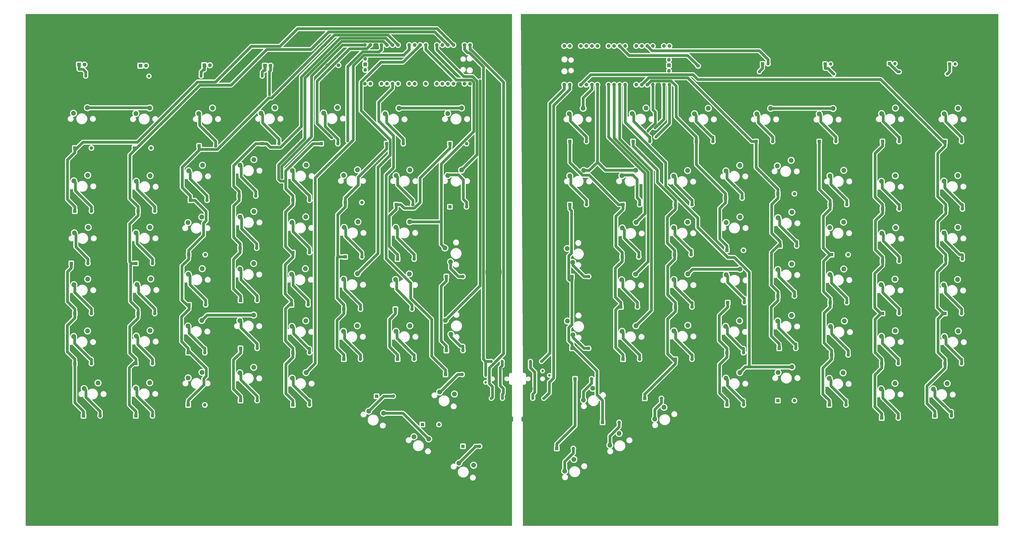
<source format=gbr>
%TF.GenerationSoftware,KiCad,Pcbnew,6.0.9-8da3e8f707~117~ubuntu20.04.1*%
%TF.CreationDate,2022-12-03T03:03:44+01:00*%
%TF.ProjectId,98keys-split-pcb,39386b65-7973-42d7-9370-6c69742d7063,rev?*%
%TF.SameCoordinates,Original*%
%TF.FileFunction,Copper,L2,Bot*%
%TF.FilePolarity,Positive*%
%FSLAX46Y46*%
G04 Gerber Fmt 4.6, Leading zero omitted, Abs format (unit mm)*
G04 Created by KiCad (PCBNEW 6.0.9-8da3e8f707~117~ubuntu20.04.1) date 2022-12-03 03:03:44*
%MOMM*%
%LPD*%
G01*
G04 APERTURE LIST*
%TA.AperFunction,ComponentPad*%
%ADD10C,1.200000*%
%TD*%
%TA.AperFunction,ComponentPad*%
%ADD11C,1.700000*%
%TD*%
%TA.AperFunction,ComponentPad*%
%ADD12R,1.600000X1.600000*%
%TD*%
%TA.AperFunction,ComponentPad*%
%ADD13O,1.600000X1.600000*%
%TD*%
%TA.AperFunction,ComponentPad*%
%ADD14C,7.500000*%
%TD*%
%TA.AperFunction,ComponentPad*%
%ADD15C,2.200000*%
%TD*%
%TA.AperFunction,ComponentPad*%
%ADD16R,1.500000X1.500000*%
%TD*%
%TA.AperFunction,ComponentPad*%
%ADD17O,1.500000X1.500000*%
%TD*%
%TA.AperFunction,ComponentPad*%
%ADD18C,1.400000*%
%TD*%
%TA.AperFunction,ComponentPad*%
%ADD19O,1.400000X1.400000*%
%TD*%
%TA.AperFunction,ComponentPad*%
%ADD20R,1.800000X1.800000*%
%TD*%
%TA.AperFunction,ComponentPad*%
%ADD21O,1.800000X1.800000*%
%TD*%
%TA.AperFunction,ComponentPad*%
%ADD22O,1.700000X1.700000*%
%TD*%
%TA.AperFunction,ComponentPad*%
%ADD23R,1.700000X1.700000*%
%TD*%
%TA.AperFunction,ViaPad*%
%ADD24C,0.800000*%
%TD*%
%TA.AperFunction,Conductor*%
%ADD25C,1.250000*%
%TD*%
G04 APERTURE END LIST*
D10*
%TO.P,J1,5*%
%TO.N,N/C*%
X325600000Y-193400000D03*
%TO.P,J1,4,Pin_4*%
%TO.N,VCCR*%
X317500000Y-190500000D03*
%TO.P,J1,3,Pin_3*%
%TO.N,sclR*%
X325600000Y-196600000D03*
%TO.P,J1,2,Pin_2*%
%TO.N,sdaR*%
X322500000Y-191400000D03*
%TO.P,J1,1,Pin_1*%
%TO.N,GNDR*%
X317500000Y-199500000D03*
%TD*%
%TO.P,J2,5*%
%TO.N,N/C*%
X296400000Y-196600000D03*
%TO.P,J2,4,Pin_4*%
%TO.N,VCCL*%
X304500000Y-199500000D03*
%TO.P,J2,3,Pin_3*%
%TO.N,SCL I2C0*%
X296400000Y-193400000D03*
%TO.P,J2,2,Pin_2*%
%TO.N,SDA I2C0*%
X299500000Y-198600000D03*
%TO.P,J2,1,Pin_1*%
%TO.N,GNDL*%
X304500000Y-190500000D03*
%TD*%
D11*
%TO.P,SW49,1,1*%
%TO.N,Net-(SW49-Pad1)*%
X228900000Y-51000000D03*
%TO.P,SW49,2,2*%
%TO.N,GNDL*%
X223820000Y-51000000D03*
%TD*%
%TO.P,SW48,1,1*%
%TO.N,Net-(U1-Pad30)*%
X393800000Y-51300000D03*
%TO.P,SW48,2,2*%
%TO.N,GNDR*%
X398880000Y-51300000D03*
%TD*%
D12*
%TO.P,D23,1,K*%
%TO.N,COL4R*%
X431000000Y-181000000D03*
D13*
%TO.P,D23,2,A*%
%TO.N,Net-(D23-Pad2)*%
X438620000Y-181000000D03*
%TD*%
D12*
%TO.P,D91,1,K*%
%TO.N,COL2*%
X136000000Y-212000000D03*
D13*
%TO.P,D91,2,A*%
%TO.N,Net-(D91-Pad2)*%
X143620000Y-212000000D03*
%TD*%
D12*
%TO.P,D61,1,K*%
%TO.N,COL8*%
X267380000Y-216000000D03*
D13*
%TO.P,D61,2,A*%
%TO.N,Net-(D61-Pad2)*%
X275000000Y-216000000D03*
%TD*%
D14*
%TO.P,H15,1,1*%
%TO.N,GNDL*%
X300000000Y-37500000D03*
%TD*%
D12*
%TO.P,D90,1,K*%
%TO.N,COL3*%
X165000000Y-88000000D03*
D13*
%TO.P,D90,2,A*%
%TO.N,Net-(D90-Pad2)*%
X172620000Y-88000000D03*
%TD*%
D12*
%TO.P,D79,1,K*%
%TO.N,COL4*%
X183380000Y-111000000D03*
D13*
%TO.P,D79,2,A*%
%TO.N,Net-(D79-Pad2)*%
X191000000Y-111000000D03*
%TD*%
D15*
%TO.P,SW43,1*%
%TO.N,ROW3R*%
X333820000Y-135160000D03*
%TO.P,SW43,2*%
%TO.N,Net-(D43-Pad2)*%
X336360000Y-141510000D03*
%TD*%
%TO.P,SW89,1*%
%TO.N,ROW5*%
X142540000Y-172820000D03*
%TO.P,SW89,2*%
%TO.N,Net-(D95-Pad2)*%
X136190000Y-175360000D03*
%TD*%
%TO.P,SW3,1*%
%TO.N,ROW3R*%
X512920000Y-125460000D03*
%TO.P,SW3,2*%
%TO.N,Net-(D3-Pad2)*%
X506570000Y-128000000D03*
%TD*%
D12*
%TO.P,D44,1,K*%
%TO.N,COL8R*%
X350000000Y-215000000D03*
D13*
%TO.P,D44,2,A*%
%TO.N,Net-(D44-Pad2)*%
X357620000Y-215000000D03*
%TD*%
D12*
%TO.P,D47,1,K*%
%TO.N,Arrow-Right*%
X329000000Y-227000000D03*
D13*
%TO.P,D47,2,A*%
%TO.N,Net-(D47-Pad2)*%
X336620000Y-227000000D03*
%TD*%
D14*
%TO.P,H3,1,1*%
%TO.N,GNDR*%
X525000000Y-37500000D03*
%TD*%
D16*
%TO.P,D51,1,K*%
%TO.N,Net-(D51-Pad1)*%
X509180000Y-50440000D03*
D17*
%TO.P,D51,2,A*%
%TO.N,PWM1R*%
X511720000Y-50440000D03*
%TD*%
D15*
%TO.P,SW21,1*%
%TO.N,ROW3R*%
X436820000Y-118460000D03*
%TO.P,SW21,2*%
%TO.N,Net-(D21-Pad2)*%
X430470000Y-121000000D03*
%TD*%
%TO.P,SW28,1*%
%TO.N,ROW5R*%
X412820000Y-168360000D03*
%TO.P,SW28,2*%
%TO.N,Net-(D29-Pad2)*%
X406470000Y-170900000D03*
%TD*%
D12*
%TO.P,D26,1,K*%
%TO.N,COL5R*%
X407000000Y-136000000D03*
D13*
%TO.P,D26,2,A*%
%TO.N,Net-(D26-Pad2)*%
X414620000Y-136000000D03*
%TD*%
D12*
%TO.P,D95,1,K*%
%TO.N,COL2*%
X136000000Y-188000000D03*
D13*
%TO.P,D95,2,A*%
%TO.N,Net-(D95-Pad2)*%
X143620000Y-188000000D03*
%TD*%
D15*
%TO.P,SW80,1*%
%TO.N,ROW6*%
X166340000Y-192020000D03*
%TO.P,SW80,2*%
%TO.N,Net-(D86-Pad2)*%
X159990000Y-194560000D03*
%TD*%
D12*
%TO.P,D43,1,K*%
%TO.N,COL8R*%
X336000000Y-148000000D03*
D13*
%TO.P,D43,2,A*%
%TO.N,Net-(D43-Pad2)*%
X343620000Y-148000000D03*
%TD*%
D15*
%TO.P,SW5,1*%
%TO.N,ROW4R*%
X512820000Y-149360000D03*
%TO.P,SW5,2*%
%TO.N,Net-(D4-Pad2)*%
X506470000Y-151900000D03*
%TD*%
D18*
%TO.P,R10,1*%
%TO.N,GNDL*%
X136920000Y-56000000D03*
D19*
%TO.P,R10,2*%
%TO.N,Net-(D54-Pad1)*%
X142000000Y-56000000D03*
%TD*%
D15*
%TO.P,SW9,1*%
%TO.N,ROW3R*%
X484420000Y-125560000D03*
%TO.P,SW9,2*%
%TO.N,Net-(D9-Pad2)*%
X478070000Y-128100000D03*
%TD*%
D14*
%TO.P,H11,1,1*%
%TO.N,GNDL*%
X95000000Y-255000000D03*
%TD*%
D15*
%TO.P,SW35,1*%
%TO.N,ROW6R*%
X378179700Y-208090600D03*
%TO.P,SW35,2*%
%TO.N,Net-(D36-Pad2)*%
X373950439Y-213465305D03*
%TD*%
%TO.P,SW34,1*%
%TO.N,ROW5R*%
X389120000Y-170460000D03*
%TO.P,SW34,2*%
%TO.N,Net-(D35-Pad2)*%
X382770000Y-173000000D03*
%TD*%
D14*
%TO.P,H9,1,1*%
%TO.N,GNDL*%
X95000000Y-37500000D03*
%TD*%
D19*
%TO.P,R11,2*%
%TO.N,VCCL*%
X304000000Y-187000000D03*
D18*
%TO.P,R11,1*%
%TO.N,SCL I2C0*%
X298920000Y-187000000D03*
%TD*%
D15*
%TO.P,SW53,1*%
%TO.N,ROW3*%
X277740000Y-134920000D03*
%TO.P,SW53,2*%
%TO.N,Net-(D59-Pad2)*%
X280280000Y-141270000D03*
%TD*%
D12*
%TO.P,D93,1,K*%
%TO.N,COL2*%
X136000000Y-142000000D03*
D13*
%TO.P,D93,2,A*%
%TO.N,Net-(D93-Pad2)*%
X143620000Y-142000000D03*
%TD*%
D15*
%TO.P,SW11,1*%
%TO.N,ROW4R*%
X484120000Y-149260000D03*
%TO.P,SW11,2*%
%TO.N,Net-(D10-Pad2)*%
X477770000Y-151800000D03*
%TD*%
D18*
%TO.P,R8,1*%
%TO.N,GNDL*%
X171000000Y-56000000D03*
D19*
%TO.P,R8,2*%
%TO.N,Net-(D53-Pad1)*%
X165920000Y-56000000D03*
%TD*%
D12*
%TO.P,D88,1,K*%
%TO.N,COL3*%
X160190000Y-138000000D03*
D13*
%TO.P,D88,2,A*%
%TO.N,Net-(D88-Pad2)*%
X167810000Y-138000000D03*
%TD*%
D15*
%TO.P,SW7,1*%
%TO.N,ROW1R*%
X484320000Y-70660000D03*
%TO.P,SW7,2*%
%TO.N,Net-(D7-Pad2)*%
X477970000Y-73200000D03*
%TD*%
%TO.P,SW58,1*%
%TO.N,ROW3*%
X261540000Y-122920000D03*
%TO.P,SW58,2*%
%TO.N,Net-(D62-Pad2)*%
X255190000Y-125460000D03*
%TD*%
%TO.P,SW76,1*%
%TO.N,ROW3*%
X190140000Y-118120000D03*
%TO.P,SW76,2*%
%TO.N,Net-(D80-Pad2)*%
X183790000Y-120660000D03*
%TD*%
D14*
%TO.P,H8,1,1*%
%TO.N,GNDR*%
X423000000Y-255000000D03*
%TD*%
D12*
%TO.P,D35,1,K*%
%TO.N,COL6R*%
X383380000Y-186000000D03*
D13*
%TO.P,D35,2,A*%
%TO.N,Net-(D35-Pad2)*%
X391000000Y-186000000D03*
%TD*%
D12*
%TO.P,D83,1,K*%
%TO.N,COL4*%
X184000000Y-205000000D03*
D13*
%TO.P,D83,2,A*%
%TO.N,Net-(D83-Pad2)*%
X191620000Y-205000000D03*
%TD*%
D12*
%TO.P,D66,1,K*%
%TO.N,COL7*%
X280000000Y-87000000D03*
D13*
%TO.P,D66,2,A*%
%TO.N,Net-(D66-Pad2)*%
X287620000Y-87000000D03*
%TD*%
D15*
%TO.P,SW20,1*%
%TO.N,ROW2R*%
X436520000Y-94660000D03*
%TO.P,SW20,2*%
%TO.N,Net-(D20-Pad2)*%
X430170000Y-97200000D03*
%TD*%
D12*
%TO.P,D81,1,K*%
%TO.N,COL4*%
X184000000Y-159000000D03*
D13*
%TO.P,D81,2,A*%
%TO.N,Net-(D81-Pad2)*%
X191620000Y-159000000D03*
%TD*%
D15*
%TO.P,SW29,1*%
%TO.N,ROW4R*%
X413020000Y-144660000D03*
%TO.P,SW29,2*%
%TO.N,Net-(D28-Pad2)*%
X406670000Y-147200000D03*
%TD*%
%TO.P,SW17,1*%
%TO.N,ROW4R*%
X460620000Y-144560000D03*
%TO.P,SW17,2*%
%TO.N,Net-(D17-Pad2)*%
X454270000Y-147100000D03*
%TD*%
D12*
%TO.P,D86,1,K*%
%TO.N,COL3*%
X160000000Y-207000000D03*
D13*
%TO.P,D86,2,A*%
%TO.N,Net-(D86-Pad2)*%
X167620000Y-207000000D03*
%TD*%
D15*
%TO.P,SW74,1*%
%TO.N,ROW6*%
X190040000Y-189720000D03*
%TO.P,SW74,2*%
%TO.N,Net-(D83-Pad2)*%
X183690000Y-192260000D03*
%TD*%
D14*
%TO.P,H1,1,1*%
%TO.N,GNDR*%
X525000000Y-255000000D03*
%TD*%
D15*
%TO.P,SW66,1*%
%TO.N,ROW1*%
X256640000Y-70720000D03*
%TO.P,SW66,2*%
%TO.N,Net-(D72-Pad2)*%
X250290000Y-73260000D03*
%TD*%
D12*
%TO.P,D40,1,K*%
%TO.N,COL7R*%
X359000000Y-139000000D03*
D13*
%TO.P,D40,2,A*%
%TO.N,Net-(D40-Pad2)*%
X366620000Y-139000000D03*
%TD*%
D15*
%TO.P,SW85,1*%
%TO.N,ROW4*%
X142840000Y-149120000D03*
%TO.P,SW85,2*%
%TO.N,Net-(D94-Pad2)*%
X136490000Y-151660000D03*
%TD*%
D12*
%TO.P,D62,1,K*%
%TO.N,COL7*%
X256000000Y-140000000D03*
D13*
%TO.P,D62,2,A*%
%TO.N,Net-(D62-Pad2)*%
X263620000Y-140000000D03*
%TD*%
D15*
%TO.P,SW15,1*%
%TO.N,ROW3R*%
X460520000Y-123060000D03*
%TO.P,SW15,2*%
%TO.N,Net-(D15-Pad2)*%
X454170000Y-125600000D03*
%TD*%
D12*
%TO.P,D92,1,K*%
%TO.N,COL2*%
X137000000Y-118000000D03*
D13*
%TO.P,D92,2,A*%
%TO.N,Net-(D92-Pad2)*%
X144620000Y-118000000D03*
%TD*%
D12*
%TO.P,D82,1,K*%
%TO.N,COL4*%
X184000000Y-181000000D03*
D13*
%TO.P,D82,2,A*%
%TO.N,Net-(D82-Pad2)*%
X191620000Y-181000000D03*
%TD*%
D18*
%TO.P,R1,1*%
%TO.N,Net-(D48-Pad1)*%
X421920000Y-54000000D03*
D19*
%TO.P,R1,2*%
%TO.N,GNDR*%
X427000000Y-54000000D03*
%TD*%
D15*
%TO.P,SW6,1*%
%TO.N,ROW6R*%
X508020000Y-197160000D03*
%TO.P,SW6,2*%
%TO.N,Net-(D6-Pad2)*%
X501670000Y-199700000D03*
%TD*%
D12*
%TO.P,D56,1,K*%
%TO.N,Arrow-Left*%
X286000000Y-226000000D03*
D13*
%TO.P,D56,2,A*%
%TO.N,Net-(D56-Pad2)*%
X293620000Y-226000000D03*
%TD*%
D12*
%TO.P,D73,1,K*%
%TO.N,COL5*%
X208000000Y-113000000D03*
D13*
%TO.P,D73,2,A*%
%TO.N,Net-(D73-Pad2)*%
X215620000Y-113000000D03*
%TD*%
D15*
%TO.P,SW27,1*%
%TO.N,ROW3R*%
X413020000Y-120660000D03*
%TO.P,SW27,2*%
%TO.N,Net-(D26-Pad2)*%
X406670000Y-123200000D03*
%TD*%
D12*
%TO.P,D42,1,K*%
%TO.N,COL8R*%
X335000000Y-115000000D03*
D13*
%TO.P,D42,2,A*%
%TO.N,Net-(D42-Pad2)*%
X342620000Y-115000000D03*
%TD*%
D15*
%TO.P,SW88,1*%
%TO.N,ROW3*%
X142440000Y-125420000D03*
%TO.P,SW88,2*%
%TO.N,Net-(D93-Pad2)*%
X136090000Y-127960000D03*
%TD*%
%TO.P,SW62,1*%
%TO.N,ROW2*%
X237640000Y-99020000D03*
%TO.P,SW62,2*%
%TO.N,Net-(D68-Pad2)*%
X231290000Y-101560000D03*
%TD*%
%TO.P,SW87,1*%
%TO.N,ROW2*%
X142540000Y-101720000D03*
%TO.P,SW87,2*%
%TO.N,Net-(D92-Pad2)*%
X136190000Y-104260000D03*
%TD*%
D12*
%TO.P,D98,1,K*%
%TO.N,COL1*%
X108000000Y-165000000D03*
D13*
%TO.P,D98,2,A*%
%TO.N,Net-(D98-Pad2)*%
X115620000Y-165000000D03*
%TD*%
D15*
%TO.P,SW4,1*%
%TO.N,ROW5R*%
X513120000Y-173060000D03*
%TO.P,SW4,2*%
%TO.N,Net-(D5-Pad2)*%
X506770000Y-175600000D03*
%TD*%
%TO.P,SW93,1*%
%TO.N,ROW2*%
X113940000Y-101520000D03*
%TO.P,SW93,2*%
%TO.N,Net-(D100-Pad2)*%
X107590000Y-104060000D03*
%TD*%
D12*
%TO.P,D10,1,K*%
%TO.N,COL2R*%
X478380000Y-165000000D03*
D13*
%TO.P,D10,2,A*%
%TO.N,Net-(D10-Pad2)*%
X486000000Y-165000000D03*
%TD*%
D15*
%TO.P,SW90,1*%
%TO.N,ROW1*%
X142340000Y-70620000D03*
%TO.P,SW90,2*%
%TO.N,Net-(D96-Pad2)*%
X135990000Y-73160000D03*
%TD*%
D12*
%TO.P,D70,1,K*%
%TO.N,COL6*%
X231380000Y-163000000D03*
D13*
%TO.P,D70,2,A*%
%TO.N,Net-(D70-Pad2)*%
X239000000Y-163000000D03*
%TD*%
D12*
%TO.P,D39,1,K*%
%TO.N,COL7R*%
X359380000Y-186000000D03*
D13*
%TO.P,D39,2,A*%
%TO.N,Net-(D39-Pad2)*%
X367000000Y-186000000D03*
%TD*%
D15*
%TO.P,SW39,1*%
%TO.N,ROW3R*%
X365420000Y-123160000D03*
%TO.P,SW39,2*%
%TO.N,Net-(D40-Pad2)*%
X359070000Y-125700000D03*
%TD*%
D12*
%TO.P,D69,1,K*%
%TO.N,COL6*%
X232000000Y-139000000D03*
D13*
%TO.P,D69,2,A*%
%TO.N,Net-(D69-Pad2)*%
X239620000Y-139000000D03*
%TD*%
D12*
%TO.P,D100,1,K*%
%TO.N,COL1*%
X108000000Y-118000000D03*
D13*
%TO.P,D100,2,A*%
%TO.N,Net-(D100-Pad2)*%
X115620000Y-118000000D03*
%TD*%
D12*
%TO.P,D99,1,K*%
%TO.N,COL1*%
X108000000Y-188000000D03*
D13*
%TO.P,D99,2,A*%
%TO.N,Net-(D99-Pad2)*%
X115620000Y-188000000D03*
%TD*%
D18*
%TO.P,R4,1*%
%TO.N,Net-(D50-Pad1)*%
X486080000Y-54000000D03*
D19*
%TO.P,R4,2*%
%TO.N,GNDR*%
X481000000Y-54000000D03*
%TD*%
D12*
%TO.P,D80,1,K*%
%TO.N,COL4*%
X183810000Y-135000000D03*
D13*
%TO.P,D80,2,A*%
%TO.N,Net-(D80-Pad2)*%
X191430000Y-135000000D03*
%TD*%
D15*
%TO.P,SW31,1*%
%TO.N,ROW1R*%
X369920000Y-70660000D03*
%TO.P,SW31,2*%
%TO.N,Net-(D31-Pad2)*%
X363570000Y-73200000D03*
%TD*%
D12*
%TO.P,D2,1,K*%
%TO.N,COL1R*%
X507380000Y-117000000D03*
D13*
%TO.P,D2,2,A*%
%TO.N,Net-(D2-Pad2)*%
X515000000Y-117000000D03*
%TD*%
D15*
%TO.P,SW81,1*%
%TO.N,ROW2*%
X166540000Y-96920000D03*
%TO.P,SW81,2*%
%TO.N,Net-(D87-Pad2)*%
X160190000Y-99460000D03*
%TD*%
D14*
%TO.P,H5,1,1*%
%TO.N,GNDR*%
X320000000Y-37500000D03*
%TD*%
D12*
%TO.P,D41,1,K*%
%TO.N,COL7R*%
X358380000Y-162000000D03*
D13*
%TO.P,D41,2,A*%
%TO.N,Net-(D41-Pad2)*%
X366000000Y-162000000D03*
%TD*%
D12*
%TO.P,D34,1,K*%
%TO.N,COL6R*%
X383380000Y-162000000D03*
D13*
%TO.P,D34,2,A*%
%TO.N,Net-(D34-Pad2)*%
X391000000Y-162000000D03*
%TD*%
D12*
%TO.P,D24,1,K*%
%TO.N,COL4R*%
X430380000Y-205000000D03*
D13*
%TO.P,D24,2,A*%
%TO.N,Net-(D24-Pad2)*%
X438000000Y-205000000D03*
%TD*%
D15*
%TO.P,SW54,1*%
%TO.N,ROW5*%
X277960000Y-168180000D03*
%TO.P,SW54,2*%
%TO.N,Net-(D58-Pad2)*%
X280500000Y-174530000D03*
%TD*%
D12*
%TO.P,D58,1,K*%
%TO.N,COL8*%
X278380000Y-182000000D03*
D13*
%TO.P,D58,2,A*%
%TO.N,Net-(D58-Pad2)*%
X286000000Y-182000000D03*
%TD*%
D12*
%TO.P,D16,1,K*%
%TO.N,COL3R*%
X455000000Y-184000000D03*
D13*
%TO.P,D16,2,A*%
%TO.N,Net-(D16-Pad2)*%
X462620000Y-184000000D03*
%TD*%
D15*
%TO.P,SW19,1*%
%TO.N,ROW1R*%
X427060000Y-70780000D03*
%TO.P,SW19,2*%
%TO.N,Net-(D19-Pad2)*%
X420710000Y-73320000D03*
%TD*%
D12*
%TO.P,D27,1,K*%
%TO.N,COL5R*%
X406380000Y-112000000D03*
D13*
%TO.P,D27,2,A*%
%TO.N,Net-(D27-Pad2)*%
X414000000Y-112000000D03*
%TD*%
D18*
%TO.P,R12,1*%
%TO.N,GNDL*%
X107920000Y-56000000D03*
D19*
%TO.P,R12,2*%
%TO.N,Net-(D55-Pad1)*%
X113000000Y-56000000D03*
%TD*%
D15*
%TO.P,SW47,1*%
%TO.N,ROW6R*%
X336879700Y-231990600D03*
%TO.P,SW47,2*%
%TO.N,Net-(D47-Pad2)*%
X332650439Y-237365305D03*
%TD*%
D16*
%TO.P,D49,1,K*%
%TO.N,Net-(D49-Pad1)*%
X452064700Y-50440000D03*
D17*
%TO.P,D49,2,A*%
%TO.N,PWM3R*%
X454604700Y-50440000D03*
%TD*%
D15*
%TO.P,SW18,1*%
%TO.N,ROW6R*%
X460320000Y-192260000D03*
%TO.P,SW18,2*%
%TO.N,Net-(D18-Pad2)*%
X453970000Y-194800000D03*
%TD*%
D12*
%TO.P,D14,1,K*%
%TO.N,COL3R*%
X454380000Y-115000000D03*
D13*
%TO.P,D14,2,A*%
%TO.N,Net-(D14-Pad2)*%
X462000000Y-115000000D03*
%TD*%
D15*
%TO.P,SW96,1*%
%TO.N,ROW1*%
X113740000Y-70520000D03*
%TO.P,SW96,2*%
%TO.N,Net-(D102-Pad2)*%
X107390000Y-73060000D03*
%TD*%
D14*
%TO.P,H4,1,1*%
%TO.N,GNDR*%
X423000000Y-37500000D03*
%TD*%
D15*
%TO.P,SW67,1*%
%TO.N,ROW4*%
X213740000Y-144420000D03*
%TO.P,SW67,2*%
%TO.N,Net-(D74-Pad2)*%
X207390000Y-146960000D03*
%TD*%
%TO.P,SW41,1*%
%TO.N,ROW4R*%
X365120000Y-146960000D03*
%TO.P,SW41,2*%
%TO.N,Net-(D41-Pad2)*%
X358770000Y-149500000D03*
%TD*%
D12*
%TO.P,D4,1,K*%
%TO.N,COL1R*%
X507000000Y-165000000D03*
D13*
%TO.P,D4,2,A*%
%TO.N,Net-(D4-Pad2)*%
X514620000Y-165000000D03*
%TD*%
D15*
%TO.P,SW46,1*%
%TO.N,ROW5R*%
X345479700Y-199360000D03*
%TO.P,SW46,2*%
%TO.N,Net-(D46-Pad2)*%
X341250439Y-204734705D03*
%TD*%
%TO.P,SW16,1*%
%TO.N,ROW5R*%
X460920000Y-168460000D03*
%TO.P,SW16,2*%
%TO.N,Net-(D16-Pad2)*%
X454570000Y-171000000D03*
%TD*%
D12*
%TO.P,D63,1,K*%
%TO.N,COL7*%
X255000000Y-163000000D03*
D13*
%TO.P,D63,2,A*%
%TO.N,Net-(D63-Pad2)*%
X262620000Y-163000000D03*
%TD*%
D12*
%TO.P,D33,1,K*%
%TO.N,COL6R*%
X383000000Y-138000000D03*
D13*
%TO.P,D33,2,A*%
%TO.N,Net-(D33-Pad2)*%
X390620000Y-138000000D03*
%TD*%
D15*
%TO.P,SW22,1*%
%TO.N,ROW5R*%
X436680000Y-165880000D03*
%TO.P,SW22,2*%
%TO.N,Net-(D23-Pad2)*%
X430330000Y-168420000D03*
%TD*%
%TO.P,SW26,1*%
%TO.N,ROW2R*%
X412920000Y-96960000D03*
%TO.P,SW26,2*%
%TO.N,Net-(D27-Pad2)*%
X406570000Y-99500000D03*
%TD*%
D12*
%TO.P,D25,1,K*%
%TO.N,COL5R*%
X393000000Y-86000000D03*
D13*
%TO.P,D25,2,A*%
%TO.N,Net-(D25-Pad2)*%
X400620000Y-86000000D03*
%TD*%
D20*
%TO.P,D54,1,K*%
%TO.N,Net-(D54-Pad1)*%
X138100000Y-51200000D03*
D21*
%TO.P,D54,2,A*%
%TO.N,PWM2*%
X140640000Y-51200000D03*
%TD*%
D15*
%TO.P,SW12,1*%
%TO.N,ROW6R*%
X484120000Y-197060000D03*
%TO.P,SW12,2*%
%TO.N,Net-(D12-Pad2)*%
X477770000Y-199600000D03*
%TD*%
%TO.P,SW84,1*%
%TO.N,ROW1*%
X171140000Y-70620000D03*
%TO.P,SW84,2*%
%TO.N,Net-(D90-Pad2)*%
X164790000Y-73160000D03*
%TD*%
D12*
%TO.P,D5,1,K*%
%TO.N,COL1R*%
X507000000Y-188000000D03*
D13*
%TO.P,D5,2,A*%
%TO.N,Net-(D5-Pad2)*%
X514620000Y-188000000D03*
%TD*%
D12*
%TO.P,D78,1,K*%
%TO.N,COL5*%
X221000000Y-87000000D03*
D13*
%TO.P,D78,2,A*%
%TO.N,Net-(D78-Pad2)*%
X228620000Y-87000000D03*
%TD*%
D12*
%TO.P,D96,1,K*%
%TO.N,COL2*%
X135380000Y-89000000D03*
D13*
%TO.P,D96,2,A*%
%TO.N,Net-(D96-Pad2)*%
X143000000Y-89000000D03*
%TD*%
D15*
%TO.P,SW60,1*%
%TO.N,ROW1*%
X285340000Y-70620000D03*
%TO.P,SW60,2*%
%TO.N,Net-(D66-Pad2)*%
X278990000Y-73160000D03*
%TD*%
%TO.P,SW56,1*%
%TO.N,ROW4*%
X261440000Y-146820000D03*
%TO.P,SW56,2*%
%TO.N,Net-(D63-Pad2)*%
X255090000Y-149360000D03*
%TD*%
D18*
%TO.P,R6,1*%
%TO.N,Net-(D51-Pad1)*%
X508000000Y-55000000D03*
D19*
%TO.P,R6,2*%
%TO.N,GNDR*%
X513080000Y-55000000D03*
%TD*%
D12*
%TO.P,D65,1,K*%
%TO.N,COL7*%
X256000000Y-186000000D03*
D13*
%TO.P,D65,2,A*%
%TO.N,Net-(D65-Pad2)*%
X263620000Y-186000000D03*
%TD*%
D12*
%TO.P,D77,1,K*%
%TO.N,COL5*%
X208000000Y-137000000D03*
D13*
%TO.P,D77,2,A*%
%TO.N,Net-(D77-Pad2)*%
X215620000Y-137000000D03*
%TD*%
D15*
%TO.P,SW36,1*%
%TO.N,ROW4R*%
X389120000Y-146860000D03*
%TO.P,SW36,2*%
%TO.N,Net-(D34-Pad2)*%
X382770000Y-149400000D03*
%TD*%
D19*
%TO.P,R3,2*%
%TO.N,VCCR*%
X318000000Y-204000000D03*
D18*
%TO.P,R3,1*%
%TO.N,sclR*%
X323080000Y-204000000D03*
%TD*%
D14*
%TO.P,H16,1,1*%
%TO.N,GNDL*%
X300000000Y-255000000D03*
%TD*%
%TO.P,H13,1,1*%
%TO.N,GNDL*%
X300000000Y-146000000D03*
%TD*%
D12*
%TO.P,D3,1,K*%
%TO.N,COL1R*%
X507380000Y-140000000D03*
D13*
%TO.P,D3,2,A*%
%TO.N,Net-(D3-Pad2)*%
X515000000Y-140000000D03*
%TD*%
D12*
%TO.P,D72,1,K*%
%TO.N,COL6*%
X251000000Y-87000000D03*
D13*
%TO.P,D72,2,A*%
%TO.N,Net-(D72-Pad2)*%
X258620000Y-87000000D03*
%TD*%
D14*
%TO.P,H12,1,1*%
%TO.N,GNDL*%
X95000000Y-146000000D03*
%TD*%
D12*
%TO.P,D18,1,K*%
%TO.N,COL3R*%
X454000000Y-207000000D03*
D13*
%TO.P,D18,2,A*%
%TO.N,Net-(D18-Pad2)*%
X461620000Y-207000000D03*
%TD*%
D12*
%TO.P,D28,1,K*%
%TO.N,COL5R*%
X407380000Y-160000000D03*
D13*
%TO.P,D28,2,A*%
%TO.N,Net-(D28-Pad2)*%
X415000000Y-160000000D03*
%TD*%
D14*
%TO.P,H2,1,1*%
%TO.N,GNDR*%
X525000000Y-146000000D03*
%TD*%
D12*
%TO.P,D71,1,K*%
%TO.N,COL6*%
X231380000Y-186000000D03*
D13*
%TO.P,D71,2,A*%
%TO.N,Net-(D71-Pad2)*%
X239000000Y-186000000D03*
%TD*%
D15*
%TO.P,SW1,1*%
%TO.N,ROW1R*%
X513020000Y-70760000D03*
%TO.P,SW1,2*%
%TO.N,Net-(D1-Pad2)*%
X506670000Y-73300000D03*
%TD*%
D12*
%TO.P,D8,1,K*%
%TO.N,COL2R*%
X478380000Y-117000000D03*
D13*
%TO.P,D8,2,A*%
%TO.N,Net-(D8-Pad2)*%
X486000000Y-117000000D03*
%TD*%
D15*
%TO.P,SW73,1*%
%TO.N,ROW4*%
X190040000Y-142020000D03*
%TO.P,SW73,2*%
%TO.N,Net-(D81-Pad2)*%
X183690000Y-144560000D03*
%TD*%
D12*
%TO.P,D1,1,K*%
%TO.N,COL1R*%
X507000000Y-86000000D03*
D13*
%TO.P,D1,2,A*%
%TO.N,Net-(D1-Pad2)*%
X514620000Y-86000000D03*
%TD*%
D12*
%TO.P,D22,1,K*%
%TO.N,COL4R*%
X430380000Y-157000000D03*
D13*
%TO.P,D22,2,A*%
%TO.N,Net-(D22-Pad2)*%
X438000000Y-157000000D03*
%TD*%
D12*
%TO.P,D46,1,K*%
%TO.N,Arrow-Right*%
X337380000Y-195000000D03*
D13*
%TO.P,D46,2,A*%
%TO.N,Net-(D46-Pad2)*%
X345000000Y-195000000D03*
%TD*%
D16*
%TO.P,D48,1,K*%
%TO.N,Net-(D48-Pad1)*%
X423364700Y-50340000D03*
D17*
%TO.P,D48,2,A*%
%TO.N,PWM4R*%
X425904700Y-50340000D03*
%TD*%
D15*
%TO.P,SW51,1*%
%TO.N,ROW5*%
X282079700Y-201990600D03*
%TO.P,SW51,2*%
%TO.N,Net-(D57-Pad2)*%
X275310439Y-201015305D03*
%TD*%
%TO.P,SW71,1*%
%TO.N,ROW5*%
X213940000Y-168320000D03*
%TO.P,SW71,2*%
%TO.N,Net-(D75-Pad2)*%
X207590000Y-170860000D03*
%TD*%
%TO.P,SW91,1*%
%TO.N,ROW4*%
X113940000Y-149220000D03*
%TO.P,SW91,2*%
%TO.N,Net-(D98-Pad2)*%
X107590000Y-151760000D03*
%TD*%
%TO.P,SW69,1*%
%TO.N,ROW2*%
X214040000Y-96820000D03*
%TO.P,SW69,2*%
%TO.N,Net-(D73-Pad2)*%
X207690000Y-99360000D03*
%TD*%
%TO.P,SW86,1*%
%TO.N,ROW6*%
X142340000Y-196820000D03*
%TO.P,SW86,2*%
%TO.N,Net-(D91-Pad2)*%
X135990000Y-199360000D03*
%TD*%
D14*
%TO.P,H7,1,1*%
%TO.N,GNDR*%
X320000000Y-255000000D03*
%TD*%
D12*
%TO.P,D11,1,K*%
%TO.N,COL2R*%
X478000000Y-188000000D03*
D13*
%TO.P,D11,2,A*%
%TO.N,Net-(D11-Pad2)*%
X485620000Y-188000000D03*
%TD*%
D12*
%TO.P,D89,1,K*%
%TO.N,COL3*%
X160000000Y-183000000D03*
D13*
%TO.P,D89,2,A*%
%TO.N,Net-(D89-Pad2)*%
X167620000Y-183000000D03*
%TD*%
D15*
%TO.P,SW32,1*%
%TO.N,ROW2R*%
X389020000Y-99360000D03*
%TO.P,SW32,2*%
%TO.N,Net-(D32-Pad2)*%
X382670000Y-101900000D03*
%TD*%
D20*
%TO.P,D55,1,K*%
%TO.N,Net-(D55-Pad1)*%
X109900000Y-50700000D03*
D21*
%TO.P,D55,2,A*%
%TO.N,PWM1*%
X112440000Y-50700000D03*
%TD*%
D18*
%TO.P,R2,1*%
%TO.N,Net-(D49-Pad1)*%
X456000000Y-55000000D03*
D19*
%TO.P,R2,2*%
%TO.N,GNDR*%
X450920000Y-55000000D03*
%TD*%
D12*
%TO.P,D67,1,K*%
%TO.N,COL6*%
X246380000Y-203000000D03*
D13*
%TO.P,D67,2,A*%
%TO.N,Net-(D67-Pad2)*%
X254000000Y-203000000D03*
%TD*%
D18*
%TO.P,R7,1*%
%TO.N,GNDL*%
X199000000Y-56000000D03*
D19*
%TO.P,R7,2*%
%TO.N,Net-(D52-Pad1)*%
X193920000Y-56000000D03*
%TD*%
D12*
%TO.P,D21,1,K*%
%TO.N,COL4R*%
X431380000Y-134000000D03*
D13*
%TO.P,D21,2,A*%
%TO.N,Net-(D21-Pad2)*%
X439000000Y-134000000D03*
%TD*%
D19*
%TO.P,R9,2*%
%TO.N,VCCL*%
X304080000Y-204000000D03*
D18*
%TO.P,R9,1*%
%TO.N,SDA I2C0*%
X299000000Y-204000000D03*
%TD*%
D15*
%TO.P,SW2,1*%
%TO.N,ROW2R*%
X512920000Y-101660000D03*
%TO.P,SW2,2*%
%TO.N,Net-(D2-Pad2)*%
X506570000Y-104200000D03*
%TD*%
%TO.P,SW10,1*%
%TO.N,ROW5R*%
X484220000Y-172960000D03*
%TO.P,SW10,2*%
%TO.N,Net-(D11-Pad2)*%
X477870000Y-175500000D03*
%TD*%
D12*
%TO.P,D97,1,K*%
%TO.N,COL1*%
X112000000Y-212000000D03*
D13*
%TO.P,D97,2,A*%
%TO.N,Net-(D97-Pad2)*%
X119620000Y-212000000D03*
%TD*%
D15*
%TO.P,SW77,1*%
%TO.N,ROW5*%
X190040000Y-165720000D03*
%TO.P,SW77,2*%
%TO.N,Net-(D82-Pad2)*%
X183690000Y-168260000D03*
%TD*%
%TO.P,SW95,1*%
%TO.N,ROW5*%
X113840000Y-173020000D03*
%TO.P,SW95,2*%
%TO.N,Net-(D99-Pad2)*%
X107490000Y-175560000D03*
%TD*%
D19*
%TO.P,R5,2*%
%TO.N,VCCR*%
X316920000Y-187000000D03*
D18*
%TO.P,R5,1*%
%TO.N,sdaR*%
X322000000Y-187000000D03*
%TD*%
D15*
%TO.P,SW45,1*%
%TO.N,ROW6R*%
X357579700Y-220090600D03*
%TO.P,SW45,2*%
%TO.N,Net-(D44-Pad2)*%
X353350439Y-225465305D03*
%TD*%
%TO.P,SW30,1*%
%TO.N,ROW6R*%
X412920000Y-192160000D03*
%TO.P,SW30,2*%
%TO.N,Net-(D30-Pad2)*%
X406570000Y-194700000D03*
%TD*%
D22*
%TO.P,U2,43,SWDIO*%
%TO.N,unconnected-(U2-Pad43)*%
X241200000Y-53140000D03*
D23*
%TO.P,U2,42,GND*%
%TO.N,unconnected-(U2-Pad42)*%
X241200000Y-50600000D03*
D22*
%TO.P,U2,41,SWCLK*%
%TO.N,unconnected-(U2-Pad41)*%
X241200000Y-48060000D03*
%TO.P,U2,40,VBUS*%
%TO.N,VCCL*%
X289230000Y-59490000D03*
%TO.P,U2,39,VSYS*%
%TO.N,unconnected-(U2-Pad39)*%
X286690000Y-59490000D03*
D23*
%TO.P,U2,38,GND*%
%TO.N,GNDL*%
X284150000Y-59490000D03*
D22*
%TO.P,U2,37,3V3_EN*%
%TO.N,unconnected-(U2-Pad37)*%
X281610000Y-59490000D03*
%TO.P,U2,36,3V3*%
%TO.N,unconnected-(U2-Pad36)*%
X279070000Y-59490000D03*
%TO.P,U2,35,ADC_VREF*%
%TO.N,unconnected-(U2-Pad35)*%
X276530000Y-59490000D03*
%TO.P,U2,34,GPIO28_ADC2*%
%TO.N,unconnected-(U2-Pad34)*%
X273990000Y-59490000D03*
D23*
%TO.P,U2,33,AGND*%
%TO.N,GNDL*%
X271450000Y-59490000D03*
D22*
%TO.P,U2,32,GPIO27_ADC1*%
%TO.N,unconnected-(U2-Pad32)*%
X268910000Y-59490000D03*
%TO.P,U2,31,GPIO26_ADC0*%
%TO.N,GNDL*%
X266370000Y-59490000D03*
%TO.P,U2,30,RUN*%
%TO.N,Net-(SW49-Pad1)*%
X263830000Y-59490000D03*
%TO.P,U2,29,GPIO22*%
%TO.N,unconnected-(U2-Pad29)*%
X261290000Y-59490000D03*
D23*
%TO.P,U2,28,GND*%
%TO.N,GNDL*%
X258750000Y-59490000D03*
D22*
%TO.P,U2,27,GPIO21*%
%TO.N,unconnected-(U2-Pad27)*%
X256210000Y-59490000D03*
%TO.P,U2,26,GPIO20*%
%TO.N,Arrow-Left*%
X253670000Y-59490000D03*
%TO.P,U2,25,GPIO19*%
%TO.N,PWM4*%
X251130000Y-59490000D03*
%TO.P,U2,24,GPIO18*%
%TO.N,PWM3*%
X248590000Y-59490000D03*
D23*
%TO.P,U2,23,GND*%
%TO.N,GNDL*%
X246050000Y-59490000D03*
D22*
%TO.P,U2,22,GPIO17*%
%TO.N,PWM2*%
X243510000Y-59490000D03*
%TO.P,U2,21,GPIO16*%
%TO.N,PWM1*%
X240970000Y-59490000D03*
%TO.P,U2,20,GPIO15*%
%TO.N,COL8*%
X240970000Y-41710000D03*
%TO.P,U2,19,GPIO14*%
%TO.N,COL7*%
X243510000Y-41710000D03*
D23*
%TO.P,U2,18,GND*%
%TO.N,GNDL*%
X246050000Y-41710000D03*
D22*
%TO.P,U2,17,GPIO13*%
%TO.N,COL6*%
X248590000Y-41710000D03*
%TO.P,U2,16,GPIO12*%
%TO.N,COL5*%
X251130000Y-41710000D03*
%TO.P,U2,15,GPIO11*%
%TO.N,COL4*%
X253670000Y-41710000D03*
%TO.P,U2,14,GPIO10*%
%TO.N,COL3*%
X256210000Y-41710000D03*
D23*
%TO.P,U2,13,GND*%
%TO.N,GNDL*%
X258750000Y-41710000D03*
D22*
%TO.P,U2,12,GPIO9*%
%TO.N,ROW6*%
X261290000Y-41710000D03*
%TO.P,U2,11,GPIO8*%
%TO.N,ROW5*%
X263830000Y-41710000D03*
%TO.P,U2,10,GPIO7*%
%TO.N,ROW4*%
X266370000Y-41710000D03*
%TO.P,U2,9,GPIO6*%
%TO.N,ROW3*%
X268910000Y-41710000D03*
D23*
%TO.P,U2,8,GND*%
%TO.N,GNDL*%
X271450000Y-41710000D03*
D22*
%TO.P,U2,7,GPIO5*%
%TO.N,ROW2*%
X273990000Y-41710000D03*
%TO.P,U2,6,GPIO4*%
%TO.N,ROW1*%
X276530000Y-41710000D03*
%TO.P,U2,5,GPIO3*%
%TO.N,COL2*%
X279070000Y-41710000D03*
%TO.P,U2,4,GPIO2*%
%TO.N,COL1*%
X281610000Y-41710000D03*
D23*
%TO.P,U2,3,GND*%
%TO.N,GNDL*%
X284150000Y-41710000D03*
D22*
%TO.P,U2,2,GPIO1*%
%TO.N,SCL I2C0*%
X286690000Y-41710000D03*
%TO.P,U2,1,GPIO0*%
%TO.N,SDA I2C0*%
X289230000Y-41710000D03*
%TD*%
D15*
%TO.P,SW55,1*%
%TO.N,ROW6*%
X270279700Y-222590600D03*
%TO.P,SW55,2*%
%TO.N,Net-(D61-Pad2)*%
X263510439Y-221615305D03*
%TD*%
D12*
%TO.P,D75,1,K*%
%TO.N,COL5*%
X208000000Y-183000000D03*
D13*
%TO.P,D75,2,A*%
%TO.N,Net-(D75-Pad2)*%
X215620000Y-183000000D03*
%TD*%
D15*
%TO.P,SW78,1*%
%TO.N,ROW1*%
X199740000Y-70520000D03*
%TO.P,SW78,2*%
%TO.N,Net-(D84-Pad2)*%
X193390000Y-73060000D03*
%TD*%
%TO.P,SW70,1*%
%TO.N,ROW3*%
X213940000Y-120620000D03*
%TO.P,SW70,2*%
%TO.N,Net-(D77-Pad2)*%
X207590000Y-123160000D03*
%TD*%
D22*
%TO.P,U1,1,GPIO0*%
%TO.N,sdaR*%
X332405000Y-59930000D03*
%TO.P,U1,2,GPIO1*%
%TO.N,sclR*%
X334945000Y-59930000D03*
D23*
%TO.P,U1,3,GND*%
%TO.N,GNDR*%
X337485000Y-59930000D03*
D22*
%TO.P,U1,4,GPIO2*%
%TO.N,COL1R*%
X340025000Y-59930000D03*
%TO.P,U1,5,GPIO3*%
%TO.N,COL2R*%
X342565000Y-59930000D03*
%TO.P,U1,6,GPIO4*%
%TO.N,ROW1R*%
X345105000Y-59930000D03*
%TO.P,U1,7,GPIO5*%
%TO.N,ROW2R*%
X347645000Y-59930000D03*
D23*
%TO.P,U1,8,GND*%
%TO.N,GNDR*%
X350185000Y-59930000D03*
D22*
%TO.P,U1,9,GPIO6*%
%TO.N,ROW3R*%
X352725000Y-59930000D03*
%TO.P,U1,10,GPIO7*%
%TO.N,ROW4R*%
X355265000Y-59930000D03*
%TO.P,U1,11,GPIO8*%
%TO.N,ROW5R*%
X357805000Y-59930000D03*
%TO.P,U1,12,GPIO9*%
%TO.N,ROW6R*%
X360345000Y-59930000D03*
D23*
%TO.P,U1,13,GND*%
%TO.N,GNDR*%
X362885000Y-59930000D03*
D22*
%TO.P,U1,14,GPIO10*%
%TO.N,COL3R*%
X365425000Y-59930000D03*
%TO.P,U1,15,GPIO11*%
%TO.N,COL4R*%
X367965000Y-59930000D03*
%TO.P,U1,16,GPIO12*%
%TO.N,COL5R*%
X370505000Y-59930000D03*
%TO.P,U1,17,GPIO13*%
%TO.N,COL6R*%
X373045000Y-59930000D03*
D23*
%TO.P,U1,18,GND*%
%TO.N,GNDR*%
X375585000Y-59930000D03*
D22*
%TO.P,U1,19,GPIO14*%
%TO.N,COL7R*%
X378125000Y-59930000D03*
%TO.P,U1,20,GPIO15*%
%TO.N,COL8R*%
X380665000Y-59930000D03*
%TO.P,U1,21,GPIO16*%
%TO.N,PWM1R*%
X380665000Y-42150000D03*
%TO.P,U1,22,GPIO17*%
%TO.N,PWM2R*%
X378125000Y-42150000D03*
D23*
%TO.P,U1,23,GND*%
%TO.N,GNDR*%
X375585000Y-42150000D03*
D22*
%TO.P,U1,24,GPIO18*%
%TO.N,PWM3R*%
X373045000Y-42150000D03*
%TO.P,U1,25,GPIO19*%
%TO.N,PWM4R*%
X370505000Y-42150000D03*
%TO.P,U1,26,GPIO20*%
%TO.N,Arrow-Right*%
X367965000Y-42150000D03*
%TO.P,U1,27,GPIO21*%
%TO.N,unconnected-(U1-Pad27)*%
X365425000Y-42150000D03*
D23*
%TO.P,U1,28,GND*%
%TO.N,GNDR*%
X362885000Y-42150000D03*
D22*
%TO.P,U1,29,GPIO22*%
%TO.N,unconnected-(U1-Pad29)*%
X360345000Y-42150000D03*
%TO.P,U1,30,RUN*%
%TO.N,Net-(U1-Pad30)*%
X357805000Y-42150000D03*
%TO.P,U1,31,GPIO26_ADC0*%
%TO.N,unconnected-(U1-Pad31)*%
X355265000Y-42150000D03*
%TO.P,U1,32,GPIO27_ADC1*%
%TO.N,unconnected-(U1-Pad32)*%
X352725000Y-42150000D03*
D23*
%TO.P,U1,33,AGND*%
%TO.N,GNDR*%
X350185000Y-42150000D03*
D22*
%TO.P,U1,34,GPIO28_ADC2*%
%TO.N,unconnected-(U1-Pad34)*%
X347645000Y-42150000D03*
%TO.P,U1,35,ADC_VREF*%
%TO.N,unconnected-(U1-Pad35)*%
X345105000Y-42150000D03*
%TO.P,U1,36,3V3*%
%TO.N,unconnected-(U1-Pad36)*%
X342565000Y-42150000D03*
%TO.P,U1,37,3V3_EN*%
%TO.N,unconnected-(U1-Pad37)*%
X340025000Y-42150000D03*
D23*
%TO.P,U1,38,GND*%
%TO.N,GNDR*%
X337485000Y-42150000D03*
D22*
%TO.P,U1,39,VSYS*%
%TO.N,unconnected-(U1-Pad39)*%
X334945000Y-42150000D03*
%TO.P,U1,40,VBUS*%
%TO.N,VCCR*%
X332405000Y-42150000D03*
%TO.P,U1,41,SWCLK*%
%TO.N,unconnected-(U1-Pad41)*%
X380435000Y-53580000D03*
D23*
%TO.P,U1,42,GND*%
%TO.N,unconnected-(U1-Pad42)*%
X380435000Y-51040000D03*
D22*
%TO.P,U1,43,SWDIO*%
%TO.N,unconnected-(U1-Pad43)*%
X380435000Y-48500000D03*
%TD*%
D15*
%TO.P,SW94,1*%
%TO.N,ROW3*%
X114140000Y-125420000D03*
%TO.P,SW94,2*%
%TO.N,Net-(D101-Pad2)*%
X107790000Y-127960000D03*
%TD*%
%TO.P,SW79,1*%
%TO.N,ROW4*%
X166440000Y-144420000D03*
%TO.P,SW79,2*%
%TO.N,Net-(D85-Pad2)*%
X160090000Y-146960000D03*
%TD*%
%TO.P,SW72,1*%
%TO.N,ROW1*%
X228440000Y-70420000D03*
%TO.P,SW72,2*%
%TO.N,Net-(D78-Pad2)*%
X222090000Y-72960000D03*
%TD*%
D12*
%TO.P,D19,1,K*%
%TO.N,COL4R*%
X420380000Y-86000000D03*
D13*
%TO.P,D19,2,A*%
%TO.N,Net-(D19-Pad2)*%
X428000000Y-86000000D03*
%TD*%
D12*
%TO.P,D74,1,K*%
%TO.N,COL5*%
X207380000Y-161000000D03*
D13*
%TO.P,D74,2,A*%
%TO.N,Net-(D74-Pad2)*%
X215000000Y-161000000D03*
%TD*%
D15*
%TO.P,SW13,1*%
%TO.N,ROW1R*%
X455720000Y-70860000D03*
%TO.P,SW13,2*%
%TO.N,Net-(D13-Pad2)*%
X449370000Y-73400000D03*
%TD*%
D12*
%TO.P,D36,1,K*%
%TO.N,COL6R*%
X369380000Y-204000000D03*
D13*
%TO.P,D36,2,A*%
%TO.N,Net-(D36-Pad2)*%
X377000000Y-204000000D03*
%TD*%
D12*
%TO.P,D59,1,K*%
%TO.N,COL8*%
X278380000Y-148000000D03*
D13*
%TO.P,D59,2,A*%
%TO.N,Net-(D59-Pad2)*%
X286000000Y-148000000D03*
%TD*%
D14*
%TO.P,H14,1,1*%
%TO.N,GNDL*%
X197500000Y-255000000D03*
%TD*%
D15*
%TO.P,SW8,1*%
%TO.N,ROW2R*%
X484220000Y-101760000D03*
%TO.P,SW8,2*%
%TO.N,Net-(D8-Pad2)*%
X477870000Y-104300000D03*
%TD*%
D12*
%TO.P,D32,1,K*%
%TO.N,COL6R*%
X383380000Y-115000000D03*
D13*
%TO.P,D32,2,A*%
%TO.N,Net-(D32-Pad2)*%
X391000000Y-115000000D03*
%TD*%
D14*
%TO.P,H6,1,1*%
%TO.N,GNDR*%
X320000000Y-146000000D03*
%TD*%
D12*
%TO.P,D9,1,K*%
%TO.N,COL2R*%
X478380000Y-141000000D03*
D13*
%TO.P,D9,2,A*%
%TO.N,Net-(D9-Pad2)*%
X486000000Y-141000000D03*
%TD*%
D15*
%TO.P,SW33,1*%
%TO.N,ROW3R*%
X389020000Y-123060000D03*
%TO.P,SW33,2*%
%TO.N,Net-(D33-Pad2)*%
X382670000Y-125600000D03*
%TD*%
D12*
%TO.P,D101,1,K*%
%TO.N,COL1*%
X106380000Y-142000000D03*
D13*
%TO.P,D101,2,A*%
%TO.N,Net-(D101-Pad2)*%
X114000000Y-142000000D03*
%TD*%
D12*
%TO.P,D76,1,K*%
%TO.N,COL5*%
X208000000Y-207000000D03*
D13*
%TO.P,D76,2,A*%
%TO.N,Net-(D76-Pad2)*%
X215620000Y-207000000D03*
%TD*%
D12*
%TO.P,D84,1,K*%
%TO.N,COL4*%
X194000000Y-87000000D03*
D13*
%TO.P,D84,2,A*%
%TO.N,Net-(D84-Pad2)*%
X201620000Y-87000000D03*
%TD*%
D15*
%TO.P,SW68,1*%
%TO.N,ROW6*%
X214040000Y-192120000D03*
%TO.P,SW68,2*%
%TO.N,Net-(D76-Pad2)*%
X207690000Y-194660000D03*
%TD*%
D12*
%TO.P,D37,1,K*%
%TO.N,COL7R*%
X335000000Y-86000000D03*
D13*
%TO.P,D37,2,A*%
%TO.N,Net-(D37-Pad2)*%
X342620000Y-86000000D03*
%TD*%
D12*
%TO.P,D38,1,K*%
%TO.N,COL7R*%
X359380000Y-115000000D03*
D13*
%TO.P,D38,2,A*%
%TO.N,Net-(D38-Pad2)*%
X367000000Y-115000000D03*
%TD*%
D20*
%TO.P,D52,1,K*%
%TO.N,Net-(D52-Pad1)*%
X195200000Y-51200000D03*
D21*
%TO.P,D52,2,A*%
%TO.N,PWM4*%
X197740000Y-51200000D03*
%TD*%
D15*
%TO.P,SW37,1*%
%TO.N,ROW1R*%
X341120000Y-70760000D03*
%TO.P,SW37,2*%
%TO.N,Net-(D37-Pad2)*%
X334770000Y-73300000D03*
%TD*%
D12*
%TO.P,D60,1,K*%
%TO.N,COL8*%
X280000000Y-116000000D03*
D13*
%TO.P,D60,2,A*%
%TO.N,Net-(D60-Pad2)*%
X287620000Y-116000000D03*
%TD*%
D12*
%TO.P,D31,1,K*%
%TO.N,COL6R*%
X364000000Y-86000000D03*
D13*
%TO.P,D31,2,A*%
%TO.N,Net-(D31-Pad2)*%
X371620000Y-86000000D03*
%TD*%
D15*
%TO.P,SW25,1*%
%TO.N,ROW1R*%
X398520000Y-70760000D03*
%TO.P,SW25,2*%
%TO.N,Net-(D25-Pad2)*%
X392170000Y-73300000D03*
%TD*%
D12*
%TO.P,D85,1,K*%
%TO.N,COL3*%
X160380000Y-161000000D03*
D13*
%TO.P,D85,2,A*%
%TO.N,Net-(D85-Pad2)*%
X168000000Y-161000000D03*
%TD*%
D12*
%TO.P,D12,1,K*%
%TO.N,COL2R*%
X478000000Y-213000000D03*
D13*
%TO.P,D12,2,A*%
%TO.N,Net-(D12-Pad2)*%
X485620000Y-213000000D03*
%TD*%
D15*
%TO.P,SW64,1*%
%TO.N,ROW5*%
X237540000Y-170620000D03*
%TO.P,SW64,2*%
%TO.N,Net-(D71-Pad2)*%
X231190000Y-173160000D03*
%TD*%
%TO.P,SW38,1*%
%TO.N,ROW2R*%
X365220000Y-99160000D03*
%TO.P,SW38,2*%
%TO.N,Net-(D38-Pad2)*%
X358870000Y-101700000D03*
%TD*%
%TO.P,SW52,1*%
%TO.N,ROW2*%
X285340000Y-99120000D03*
%TO.P,SW52,2*%
%TO.N,Net-(D60-Pad2)*%
X278990000Y-101660000D03*
%TD*%
D12*
%TO.P,D17,1,K*%
%TO.N,COL3R*%
X454380000Y-160000000D03*
D13*
%TO.P,D17,2,A*%
%TO.N,Net-(D17-Pad2)*%
X462000000Y-160000000D03*
%TD*%
D12*
%TO.P,D45,1,K*%
%TO.N,COL8R*%
X336000000Y-181000000D03*
D13*
%TO.P,D45,2,A*%
%TO.N,Net-(D45-Pad2)*%
X343620000Y-181000000D03*
%TD*%
D15*
%TO.P,SW63,1*%
%TO.N,ROW3*%
X237840000Y-122920000D03*
%TO.P,SW63,2*%
%TO.N,Net-(D69-Pad2)*%
X231490000Y-125460000D03*
%TD*%
%TO.P,SW82,1*%
%TO.N,ROW3*%
X166240000Y-120720000D03*
%TO.P,SW82,2*%
%TO.N,Net-(D88-Pad2)*%
X159890000Y-123260000D03*
%TD*%
%TO.P,SW92,1*%
%TO.N,ROW6*%
X118640000Y-196920000D03*
%TO.P,SW92,2*%
%TO.N,Net-(D97-Pad2)*%
X112290000Y-199460000D03*
%TD*%
D14*
%TO.P,H10,1,1*%
%TO.N,GNDL*%
X197500000Y-37500000D03*
%TD*%
D12*
%TO.P,D87,1,K*%
%TO.N,COL3*%
X161000000Y-113000000D03*
D13*
%TO.P,D87,2,A*%
%TO.N,Net-(D87-Pad2)*%
X168620000Y-113000000D03*
%TD*%
D12*
%TO.P,D94,1,K*%
%TO.N,COL2*%
X137000000Y-165000000D03*
D13*
%TO.P,D94,2,A*%
%TO.N,Net-(D94-Pad2)*%
X144620000Y-165000000D03*
%TD*%
D15*
%TO.P,SW75,1*%
%TO.N,ROW2*%
X190140000Y-94320000D03*
%TO.P,SW75,2*%
%TO.N,Net-(D79-Pad2)*%
X183790000Y-96860000D03*
%TD*%
D12*
%TO.P,D30,1,K*%
%TO.N,COL5R*%
X407000000Y-207000000D03*
D13*
%TO.P,D30,2,A*%
%TO.N,Net-(D30-Pad2)*%
X414620000Y-207000000D03*
%TD*%
D15*
%TO.P,SW50,1*%
%TO.N,ROW6*%
X290879700Y-234690600D03*
%TO.P,SW50,2*%
%TO.N,Net-(D56-Pad2)*%
X284110439Y-233715305D03*
%TD*%
D12*
%TO.P,D6,1,K*%
%TO.N,COL1R*%
X502380000Y-212000000D03*
D13*
%TO.P,D6,2,A*%
%TO.N,Net-(D6-Pad2)*%
X510000000Y-212000000D03*
%TD*%
D15*
%TO.P,SW65,1*%
%TO.N,ROW6*%
X249579700Y-210790600D03*
%TO.P,SW65,2*%
%TO.N,Net-(D67-Pad2)*%
X242810439Y-209815305D03*
%TD*%
%TO.P,SW57,1*%
%TO.N,ROW2*%
X261640000Y-99120000D03*
%TO.P,SW57,2*%
%TO.N,Net-(D64-Pad2)*%
X255290000Y-101660000D03*
%TD*%
%TO.P,SW44,1*%
%TO.N,ROW5R*%
X333920000Y-168460000D03*
%TO.P,SW44,2*%
%TO.N,Net-(D45-Pad2)*%
X336460000Y-174810000D03*
%TD*%
%TO.P,SW61,1*%
%TO.N,ROW4*%
X237640000Y-146720000D03*
%TO.P,SW61,2*%
%TO.N,Net-(D70-Pad2)*%
X231290000Y-149260000D03*
%TD*%
%TO.P,SW59,1*%
%TO.N,ROW5*%
X261640000Y-170620000D03*
%TO.P,SW59,2*%
%TO.N,Net-(D65-Pad2)*%
X255290000Y-173160000D03*
%TD*%
D12*
%TO.P,D15,1,K*%
%TO.N,COL3R*%
X455000000Y-138000000D03*
D13*
%TO.P,D15,2,A*%
%TO.N,Net-(D15-Pad2)*%
X462620000Y-138000000D03*
%TD*%
D12*
%TO.P,D13,1,K*%
%TO.N,COL3R*%
X449380000Y-86000000D03*
D13*
%TO.P,D13,2,A*%
%TO.N,Net-(D13-Pad2)*%
X457000000Y-86000000D03*
%TD*%
D15*
%TO.P,SW40,1*%
%TO.N,ROW5R*%
X365320000Y-170660000D03*
%TO.P,SW40,2*%
%TO.N,Net-(D39-Pad2)*%
X358970000Y-173200000D03*
%TD*%
D12*
%TO.P,D20,1,K*%
%TO.N,COL4R*%
X430380000Y-110000000D03*
D13*
%TO.P,D20,2,A*%
%TO.N,Net-(D20-Pad2)*%
X438000000Y-110000000D03*
%TD*%
D12*
%TO.P,D64,1,K*%
%TO.N,COL7*%
X255380000Y-115000000D03*
D13*
%TO.P,D64,2,A*%
%TO.N,Net-(D64-Pad2)*%
X263000000Y-115000000D03*
%TD*%
D15*
%TO.P,SW24,1*%
%TO.N,ROW6R*%
X436820000Y-189560000D03*
%TO.P,SW24,2*%
%TO.N,Net-(D24-Pad2)*%
X430470000Y-192100000D03*
%TD*%
D12*
%TO.P,D102,1,K*%
%TO.N,COL1*%
X108000000Y-89000000D03*
D13*
%TO.P,D102,2,A*%
%TO.N,Net-(D102-Pad2)*%
X115620000Y-89000000D03*
%TD*%
D12*
%TO.P,D68,1,K*%
%TO.N,COL6*%
X232000000Y-114000000D03*
D13*
%TO.P,D68,2,A*%
%TO.N,Net-(D68-Pad2)*%
X239620000Y-114000000D03*
%TD*%
D15*
%TO.P,SW83,1*%
%TO.N,ROW5*%
X166240000Y-168220000D03*
%TO.P,SW83,2*%
%TO.N,Net-(D89-Pad2)*%
X159890000Y-170760000D03*
%TD*%
D12*
%TO.P,D7,1,K*%
%TO.N,COL2R*%
X478380000Y-86000000D03*
D13*
%TO.P,D7,2,A*%
%TO.N,Net-(D7-Pad2)*%
X486000000Y-86000000D03*
%TD*%
D12*
%TO.P,D57,1,K*%
%TO.N,Arrow-Left*%
X278000000Y-193000000D03*
D13*
%TO.P,D57,2,A*%
%TO.N,Net-(D57-Pad2)*%
X285620000Y-193000000D03*
%TD*%
D20*
%TO.P,D53,1,K*%
%TO.N,Net-(D53-Pad1)*%
X167400000Y-51000000D03*
D21*
%TO.P,D53,2,A*%
%TO.N,PWM3*%
X169940000Y-51000000D03*
%TD*%
D15*
%TO.P,SW14,1*%
%TO.N,ROW2R*%
X460620000Y-99260000D03*
%TO.P,SW14,2*%
%TO.N,Net-(D14-Pad2)*%
X454270000Y-101800000D03*
%TD*%
D16*
%TO.P,D50,1,K*%
%TO.N,Net-(D50-Pad1)*%
X481564700Y-50240000D03*
D17*
%TO.P,D50,2,A*%
%TO.N,PWM2R*%
X484104700Y-50240000D03*
%TD*%
D12*
%TO.P,D29,1,K*%
%TO.N,COL5R*%
X407000000Y-183000000D03*
D13*
%TO.P,D29,2,A*%
%TO.N,Net-(D29-Pad2)*%
X414620000Y-183000000D03*
%TD*%
D15*
%TO.P,SW23,1*%
%TO.N,ROW4R*%
X436720000Y-142260000D03*
%TO.P,SW23,2*%
%TO.N,Net-(D22-Pad2)*%
X430370000Y-144800000D03*
%TD*%
%TO.P,SW42,1*%
%TO.N,ROW2R*%
X341320000Y-99260000D03*
%TO.P,SW42,2*%
%TO.N,Net-(D42-Pad2)*%
X334970000Y-101800000D03*
%TD*%
D24*
%TO.N,GNDL*%
X243750000Y-51250000D03*
%TO.N,GNDR*%
X383000000Y-107750000D03*
X367500000Y-108250000D03*
%TO.N,GNDL*%
X215000000Y-152500000D03*
X216500000Y-177000000D03*
X215750000Y-129250000D03*
X225750000Y-60250000D03*
X207750000Y-67500000D03*
X208000000Y-77250000D03*
X186750000Y-48000000D03*
X213750000Y-38000000D03*
X287000000Y-92750000D03*
%TO.N,GNDR*%
X414500000Y-153000000D03*
X390500000Y-108500000D03*
X373000000Y-93250000D03*
X361000000Y-84750000D03*
X382250000Y-88500000D03*
%TO.N,ROW5*%
X293875900Y-58144400D03*
%TO.N,COL6*%
X233120100Y-85761700D03*
%TO.N,COL7*%
X225778600Y-84311600D03*
%TO.N,COL8*%
X202921800Y-102670300D03*
%TO.N,PWM4*%
X197210300Y-64524100D03*
%TO.N,COL8R*%
X374400900Y-83980100D03*
%TO.N,COL7R*%
X374053000Y-79778500D03*
%TO.N,COL6R*%
X370821300Y-81228700D03*
%TD*%
D25*
%TO.N,Net-(U1-Pad30)*%
X389000300Y-46500300D02*
X393800000Y-51300000D01*
X362155300Y-46500300D02*
X389000300Y-46500300D01*
X357805000Y-42150000D02*
X362155300Y-46500300D01*
%TO.N,VCCL*%
X304500000Y-201630000D02*
X304500000Y-199500000D01*
X304080000Y-202050000D02*
X304500000Y-201630000D01*
X304080000Y-204000000D02*
X304080000Y-202050000D01*
X303071000Y-198071000D02*
X304500000Y-199500000D01*
X303071000Y-189879000D02*
X303071000Y-198071000D01*
X304000000Y-188950000D02*
X303071000Y-189879000D01*
X304000000Y-187000000D02*
X304000000Y-188950000D01*
%TO.N,ROW6R*%
X360345000Y-77161600D02*
X360345000Y-59930000D01*
X378926000Y-95742600D02*
X360345000Y-77161600D01*
X378926000Y-106393600D02*
X378926000Y-95742600D01*
X393615700Y-121083300D02*
X378926000Y-106393600D01*
X393615700Y-125410600D02*
X393615700Y-121083300D01*
X407444500Y-139239400D02*
X393615700Y-125410600D01*
X410383000Y-139239400D02*
X407444500Y-139239400D01*
X417249300Y-146105700D02*
X410383000Y-139239400D01*
X417249300Y-189560000D02*
X417249300Y-146105700D01*
X436820000Y-189560000D02*
X417249300Y-189560000D01*
X415520000Y-189560000D02*
X412920000Y-192160000D01*
X417249300Y-189560000D02*
X415520000Y-189560000D01*
%TO.N,ROW4R*%
X391320000Y-144660000D02*
X413020000Y-144660000D01*
X389120000Y-146860000D02*
X391320000Y-144660000D01*
X355265000Y-59930000D02*
X355265000Y-62030000D01*
X370911000Y-141169000D02*
X365120000Y-146960000D01*
X370911000Y-100057800D02*
X370911000Y-141169000D01*
X355265000Y-84411800D02*
X370911000Y-100057800D01*
X355265000Y-62030000D02*
X355265000Y-84411800D01*
%TO.N,ROW5R*%
X372366700Y-163613300D02*
X365320000Y-170660000D01*
X372366700Y-99462700D02*
X372366700Y-163613300D01*
X357805000Y-84901000D02*
X372366700Y-99462700D01*
X357805000Y-59930000D02*
X357805000Y-84901000D01*
%TO.N,ROW3R*%
X352725000Y-59930000D02*
X352725000Y-62030000D01*
X369460800Y-119119200D02*
X365420000Y-123160000D01*
X369460800Y-100658600D02*
X369460800Y-119119200D01*
X352725000Y-83922800D02*
X369460800Y-100658600D01*
X352725000Y-62030000D02*
X352725000Y-83922800D01*
%TO.N,ROW2R*%
X343915200Y-99260000D02*
X347645000Y-95530200D01*
X341320000Y-99260000D02*
X343915200Y-99260000D01*
X351274800Y-99160000D02*
X347645000Y-95530200D01*
X365220000Y-99160000D02*
X351274800Y-99160000D01*
X347645000Y-95530200D02*
X347645000Y-59930000D01*
%TO.N,ROW1R*%
X345105000Y-59930000D02*
X345105000Y-62030000D01*
X341120000Y-66015000D02*
X341120000Y-70760000D01*
X345105000Y-62030000D02*
X341120000Y-66015000D01*
X455640000Y-70780000D02*
X455720000Y-70860000D01*
X427060000Y-70780000D02*
X455640000Y-70780000D01*
%TO.N,ROW6*%
X258479700Y-210790600D02*
X270279700Y-222590600D01*
X249579700Y-210790600D02*
X258479700Y-210790600D01*
X261290000Y-41710000D02*
X261290000Y-43810000D01*
X258764700Y-46335300D02*
X261290000Y-43810000D01*
X240525600Y-46335300D02*
X258764700Y-46335300D01*
X235677900Y-51183000D02*
X240525600Y-46335300D01*
X235677900Y-85254700D02*
X235677900Y-51183000D01*
X218255200Y-102677400D02*
X235677900Y-85254700D01*
X218255200Y-187904800D02*
X218255200Y-102677400D01*
X214040000Y-192120000D02*
X218255200Y-187904800D01*
%TO.N,ROW4*%
X258473400Y-49606600D02*
X266370000Y-41710000D01*
X248420700Y-49606600D02*
X258473400Y-49606600D01*
X239289100Y-58738200D02*
X248420700Y-49606600D01*
X239289100Y-71873100D02*
X239289100Y-58738200D01*
X252625200Y-85209200D02*
X239289100Y-71873100D01*
X252625200Y-92232900D02*
X252625200Y-85209200D01*
X247025600Y-97832500D02*
X252625200Y-92232900D01*
X247025600Y-137334400D02*
X247025600Y-97832500D01*
X237640000Y-146720000D02*
X247025600Y-137334400D01*
%TO.N,ROW5*%
X168740000Y-165720000D02*
X166240000Y-168220000D01*
X190040000Y-165720000D02*
X168740000Y-165720000D01*
X293875900Y-152264100D02*
X293875900Y-58144400D01*
X277960000Y-168180000D02*
X293875900Y-152264100D01*
%TO.N,ROW3*%
X268910000Y-41710000D02*
X268910000Y-43810000D01*
X261540000Y-122920000D02*
X276041300Y-122920000D01*
X276041300Y-133221300D02*
X276041300Y-122920000D01*
X277740000Y-134920000D02*
X276041300Y-133221300D01*
X282914800Y-57814800D02*
X268910000Y-43810000D01*
X289930300Y-57814800D02*
X282914800Y-57814800D01*
X290940400Y-58824900D02*
X289930300Y-57814800D01*
X290940400Y-81381200D02*
X290940400Y-58824900D01*
X276041300Y-96280300D02*
X290940400Y-81381200D01*
X276041300Y-122920000D02*
X276041300Y-96280300D01*
%TO.N,ROW2*%
X286391500Y-56211500D02*
X273990000Y-43810000D01*
X290377900Y-56211500D02*
X286391500Y-56211500D01*
X292425700Y-58259300D02*
X290377900Y-56211500D01*
X292425700Y-92034300D02*
X292425700Y-58259300D01*
X285340000Y-99120000D02*
X292425700Y-92034300D01*
X273990000Y-41710000D02*
X273990000Y-43810000D01*
%TO.N,ROW1*%
X256740000Y-70620000D02*
X256640000Y-70720000D01*
X285340000Y-70620000D02*
X256740000Y-70620000D01*
X142240000Y-70520000D02*
X142340000Y-70620000D01*
X113740000Y-70520000D02*
X142240000Y-70520000D01*
%TO.N,SCL I2C0*%
X286690000Y-41710000D02*
X286690000Y-43810000D01*
X296400000Y-187000000D02*
X298920000Y-187000000D01*
X295355700Y-185955700D02*
X296400000Y-187000000D01*
X295355700Y-51643500D02*
X295355700Y-185955700D01*
X288972400Y-45260200D02*
X295355700Y-51643500D01*
X288140200Y-45260200D02*
X288972400Y-45260200D01*
X286690000Y-43810000D02*
X288140200Y-45260200D01*
X296400000Y-187000000D02*
X296400000Y-193400000D01*
%TO.N,SDA I2C0*%
X299500000Y-203500000D02*
X299500000Y-198600000D01*
X299000000Y-204000000D02*
X299500000Y-203500000D01*
X298058700Y-197158700D02*
X299500000Y-198600000D01*
X298058700Y-190018200D02*
X298058700Y-197158700D01*
X304609900Y-183467000D02*
X298058700Y-190018200D01*
X304609900Y-58831000D02*
X304609900Y-183467000D01*
X289588900Y-43810000D02*
X304609900Y-58831000D01*
X289230000Y-43810000D02*
X289588900Y-43810000D01*
X289230000Y-41710000D02*
X289230000Y-43810000D01*
%TO.N,VCCR*%
X318931600Y-191931600D02*
X317500000Y-190500000D01*
X318931600Y-201118400D02*
X318931600Y-191931600D01*
X318000000Y-202050000D02*
X318931600Y-201118400D01*
X318000000Y-204000000D02*
X318000000Y-202050000D01*
X316920000Y-189920000D02*
X317500000Y-190500000D01*
X316920000Y-187000000D02*
X316920000Y-189920000D01*
%TO.N,sclR*%
X334945000Y-59930000D02*
X334945000Y-62030000D01*
X325600000Y-201480000D02*
X323080000Y-204000000D01*
X325600000Y-196600000D02*
X325600000Y-201480000D01*
X327545000Y-69430000D02*
X334945000Y-62030000D01*
X327545000Y-194655000D02*
X327545000Y-69430000D01*
X325600000Y-196600000D02*
X327545000Y-194655000D01*
%TO.N,sdaR*%
X325847800Y-183152200D02*
X322000000Y-187000000D01*
X325847800Y-68587200D02*
X325847800Y-183152200D01*
X332405000Y-62030000D02*
X325847800Y-68587200D01*
X332405000Y-59930000D02*
X332405000Y-62030000D01*
%TO.N,Net-(D101-Pad2)*%
X108485000Y-128655000D02*
X107790000Y-127960000D01*
X108485000Y-134435000D02*
X108485000Y-128655000D01*
X114000000Y-139950000D02*
X108485000Y-134435000D01*
X114000000Y-142000000D02*
X114000000Y-139950000D01*
%TO.N,Net-(D100-Pad2)*%
X108285000Y-104755000D02*
X107590000Y-104060000D01*
X108285000Y-108615000D02*
X108285000Y-104755000D01*
X115620000Y-115950000D02*
X108285000Y-108615000D01*
X115620000Y-118000000D02*
X115620000Y-115950000D01*
%TO.N,Net-(D99-Pad2)*%
X115089100Y-185950000D02*
X115620000Y-185950000D01*
X107895200Y-178756100D02*
X115089100Y-185950000D01*
X107895200Y-175965200D02*
X107895200Y-178756100D01*
X107490000Y-175560000D02*
X107895200Y-175965200D01*
X115620000Y-188000000D02*
X115620000Y-185950000D01*
%TO.N,Net-(D98-Pad2)*%
X107995200Y-155325200D02*
X115620000Y-162950000D01*
X107995200Y-152165200D02*
X107995200Y-155325200D01*
X107590000Y-151760000D02*
X107995200Y-152165200D01*
X115620000Y-165000000D02*
X115620000Y-162950000D01*
%TO.N,Net-(D97-Pad2)*%
X113043700Y-203373700D02*
X119620000Y-209950000D01*
X113043700Y-200213700D02*
X113043700Y-203373700D01*
X112290000Y-199460000D02*
X113043700Y-200213700D01*
X119620000Y-212000000D02*
X119620000Y-209950000D01*
%TO.N,COL1*%
X112000000Y-212000000D02*
X112000000Y-209950000D01*
X108000000Y-165000000D02*
X108000000Y-167050000D01*
X108000000Y-205950000D02*
X108000000Y-188000000D01*
X112000000Y-209950000D02*
X108000000Y-205950000D01*
X104531500Y-170518500D02*
X108000000Y-167050000D01*
X104531500Y-182481500D02*
X104531500Y-170518500D01*
X108000000Y-185950000D02*
X104531500Y-182481500D01*
X108000000Y-188000000D02*
X108000000Y-185950000D01*
X104635400Y-159585400D02*
X108000000Y-162950000D01*
X104635400Y-145794600D02*
X104635400Y-159585400D01*
X106380000Y-144050000D02*
X104635400Y-145794600D01*
X106380000Y-142000000D02*
X106380000Y-144050000D01*
X108000000Y-165000000D02*
X108000000Y-162950000D01*
X104627500Y-112577500D02*
X108000000Y-115950000D01*
X104627500Y-94422500D02*
X104627500Y-112577500D01*
X108000000Y-91050000D02*
X104627500Y-94422500D01*
X108000000Y-118000000D02*
X108000000Y-115950000D01*
X108000000Y-89000000D02*
X108000000Y-90025000D01*
X108000000Y-90025000D02*
X108000000Y-91050000D01*
X111675800Y-86349200D02*
X108000000Y-90025000D01*
X136652200Y-86349200D02*
X111675800Y-86349200D01*
X164331000Y-58670400D02*
X136652200Y-86349200D01*
X172525200Y-58670400D02*
X164331000Y-58670400D01*
X188898000Y-42297600D02*
X172525200Y-58670400D01*
X202075200Y-42297600D02*
X188898000Y-42297600D01*
X210193800Y-34179000D02*
X202075200Y-42297600D01*
X274079000Y-34179000D02*
X210193800Y-34179000D01*
X281610000Y-41710000D02*
X274079000Y-34179000D01*
%TO.N,Net-(D95-Pad2)*%
X136885000Y-176055000D02*
X136190000Y-175360000D01*
X136885000Y-179215000D02*
X136885000Y-176055000D01*
X143620000Y-185950000D02*
X136885000Y-179215000D01*
X143620000Y-188000000D02*
X143620000Y-185950000D01*
%TO.N,Net-(D94-Pad2)*%
X137185000Y-152355000D02*
X136490000Y-151660000D01*
X137185000Y-155515000D02*
X137185000Y-152355000D01*
X144620000Y-162950000D02*
X137185000Y-155515000D01*
X144620000Y-165000000D02*
X144620000Y-162950000D01*
%TO.N,Net-(D93-Pad2)*%
X136563500Y-132893500D02*
X143620000Y-139950000D01*
X136563500Y-128433500D02*
X136563500Y-132893500D01*
X136090000Y-127960000D02*
X136563500Y-128433500D01*
X143620000Y-142000000D02*
X143620000Y-139950000D01*
%TO.N,Net-(D92-Pad2)*%
X136595200Y-107925200D02*
X144620000Y-115950000D01*
X136595200Y-104665200D02*
X136595200Y-107925200D01*
X136190000Y-104260000D02*
X136595200Y-104665200D01*
X144620000Y-118000000D02*
X144620000Y-115950000D01*
%TO.N,Net-(D91-Pad2)*%
X136463500Y-202793500D02*
X143620000Y-209950000D01*
X136463500Y-199833500D02*
X136463500Y-202793500D01*
X135990000Y-199360000D02*
X136463500Y-199833500D01*
X143620000Y-212000000D02*
X143620000Y-209950000D01*
%TO.N,COL2*%
X133177400Y-183127400D02*
X136000000Y-185950000D01*
X133177400Y-170872600D02*
X133177400Y-183127400D01*
X137000000Y-167050000D02*
X133177400Y-170872600D01*
X137000000Y-165000000D02*
X137000000Y-167050000D01*
X137000000Y-165000000D02*
X137000000Y-162950000D01*
X136000000Y-188000000D02*
X136000000Y-186975000D01*
X136000000Y-186975000D02*
X136000000Y-185950000D01*
X133004900Y-206954900D02*
X136000000Y-209950000D01*
X133004900Y-189970100D02*
X133004900Y-206954900D01*
X136000000Y-186975000D02*
X133004900Y-189970100D01*
X136000000Y-212000000D02*
X136000000Y-209950000D01*
X135380000Y-89000000D02*
X135380000Y-90025000D01*
X136000000Y-142000000D02*
X133950000Y-142000000D01*
X133536600Y-159486600D02*
X137000000Y-162950000D01*
X133536600Y-142413400D02*
X133536600Y-159486600D01*
X133950000Y-142000000D02*
X133536600Y-142413400D01*
X133235400Y-112185400D02*
X137000000Y-115950000D01*
X133235400Y-92169600D02*
X133235400Y-112185400D01*
X135380000Y-90025000D02*
X133235400Y-92169600D01*
X133139200Y-141189200D02*
X133950000Y-142000000D01*
X133139200Y-123910800D02*
X133139200Y-141189200D01*
X137000000Y-120050000D02*
X133139200Y-123910800D01*
X137000000Y-118000000D02*
X137000000Y-120050000D01*
X137000000Y-118000000D02*
X137000000Y-115950000D01*
X165284400Y-60120600D02*
X135380000Y-90025000D01*
X179639100Y-60120600D02*
X165284400Y-60120600D01*
X196011900Y-43747800D02*
X179639100Y-60120600D01*
X216320200Y-43747800D02*
X196011900Y-43747800D01*
X224410100Y-35657900D02*
X216320200Y-43747800D01*
X273017900Y-35657900D02*
X224410100Y-35657900D01*
X279070000Y-41710000D02*
X273017900Y-35657900D01*
%TO.N,Net-(D90-Pad2)*%
X165263500Y-78593500D02*
X172620000Y-85950000D01*
X165263500Y-73633500D02*
X165263500Y-78593500D01*
X164790000Y-73160000D02*
X165263500Y-73633500D01*
X172620000Y-88000000D02*
X172620000Y-85950000D01*
%TO.N,Net-(D89-Pad2)*%
X167301500Y-180950000D02*
X167620000Y-180950000D01*
X160363500Y-174012000D02*
X167301500Y-180950000D01*
X160363500Y-171233500D02*
X160363500Y-174012000D01*
X159890000Y-170760000D02*
X160363500Y-171233500D01*
X167620000Y-183000000D02*
X167620000Y-180950000D01*
%TO.N,Net-(D87-Pad2)*%
X160885000Y-100155000D02*
X160190000Y-99460000D01*
X160885000Y-103215000D02*
X160885000Y-100155000D01*
X168620000Y-110950000D02*
X160885000Y-103215000D01*
X168620000Y-113000000D02*
X168620000Y-110950000D01*
%TO.N,Net-(D85-Pad2)*%
X160785000Y-147655000D02*
X160090000Y-146960000D01*
X160785000Y-151735000D02*
X160785000Y-147655000D01*
X168000000Y-158950000D02*
X160785000Y-151735000D01*
X168000000Y-161000000D02*
X168000000Y-158950000D01*
%TO.N,COL3*%
X156921200Y-177871200D02*
X160000000Y-180950000D01*
X156921200Y-166508800D02*
X156921200Y-177871200D01*
X160380000Y-163050000D02*
X156921200Y-166508800D01*
X160000000Y-183000000D02*
X160000000Y-181975000D01*
X160000000Y-181975000D02*
X160000000Y-180950000D01*
X167136600Y-197813400D02*
X160000000Y-204950000D01*
X167136600Y-194894800D02*
X167136600Y-197813400D01*
X168282700Y-193748700D02*
X167136600Y-194894800D01*
X168282700Y-190257700D02*
X168282700Y-193748700D01*
X160000000Y-181975000D02*
X168282700Y-190257700D01*
X160000000Y-207000000D02*
X160000000Y-204950000D01*
X160380000Y-161000000D02*
X160380000Y-162025000D01*
X160380000Y-162025000D02*
X160380000Y-163050000D01*
X162025000Y-113000000D02*
X163050000Y-113000000D01*
X162025000Y-113000000D02*
X161000000Y-113000000D01*
X157230800Y-97819200D02*
X165000000Y-90050000D01*
X157230800Y-107180800D02*
X157230800Y-97819200D01*
X161000000Y-110950000D02*
X157230800Y-107180800D01*
X161000000Y-113000000D02*
X161000000Y-110950000D01*
X157113600Y-143126400D02*
X160190000Y-140050000D01*
X157113600Y-158758600D02*
X157113600Y-143126400D01*
X160380000Y-162025000D02*
X157113600Y-158758600D01*
X168213700Y-118163700D02*
X163050000Y-113000000D01*
X168213700Y-122417700D02*
X168213700Y-118163700D01*
X167036600Y-123594800D02*
X168213700Y-122417700D01*
X167036600Y-129103400D02*
X167036600Y-123594800D01*
X160190000Y-135950000D02*
X167036600Y-129103400D01*
X160190000Y-138000000D02*
X160190000Y-135950000D01*
X160190000Y-138000000D02*
X160190000Y-140050000D01*
X165000000Y-88000000D02*
X165000000Y-89537500D01*
X165000000Y-89537500D02*
X165000000Y-90050000D01*
X165106800Y-89644300D02*
X165000000Y-89537500D01*
X173313300Y-89644300D02*
X165106800Y-89644300D01*
X196983400Y-65974200D02*
X173313300Y-89644300D01*
X198195400Y-65974200D02*
X196983400Y-65974200D01*
X227035000Y-37134600D02*
X198195400Y-65974200D01*
X251634600Y-37134600D02*
X227035000Y-37134600D01*
X256210000Y-41710000D02*
X251634600Y-37134600D01*
%TO.N,Net-(D84-Pad2)*%
X194085000Y-73755000D02*
X193390000Y-73060000D01*
X194085000Y-77415000D02*
X194085000Y-73755000D01*
X201620000Y-84950000D02*
X194085000Y-77415000D01*
X201620000Y-87000000D02*
X201620000Y-84950000D01*
%TO.N,Net-(D83-Pad2)*%
X184095200Y-195425200D02*
X191620000Y-202950000D01*
X184095200Y-192665200D02*
X184095200Y-195425200D01*
X183690000Y-192260000D02*
X184095200Y-192665200D01*
X191620000Y-205000000D02*
X191620000Y-202950000D01*
%TO.N,Net-(D82-Pad2)*%
X184163500Y-171493500D02*
X191620000Y-178950000D01*
X184163500Y-168733500D02*
X184163500Y-171493500D01*
X183690000Y-168260000D02*
X184163500Y-168733500D01*
X191620000Y-181000000D02*
X191620000Y-178950000D01*
%TO.N,Net-(D81-Pad2)*%
X184163500Y-149493500D02*
X191620000Y-156950000D01*
X184163500Y-145033500D02*
X184163500Y-149493500D01*
X183690000Y-144560000D02*
X184163500Y-145033500D01*
X191620000Y-159000000D02*
X191620000Y-156950000D01*
%TO.N,Net-(D80-Pad2)*%
X184485000Y-121355000D02*
X183790000Y-120660000D01*
X184485000Y-126005000D02*
X184485000Y-121355000D01*
X191430000Y-132950000D02*
X184485000Y-126005000D01*
X191430000Y-135000000D02*
X191430000Y-132950000D01*
%TO.N,Net-(D79-Pad2)*%
X184263500Y-102213500D02*
X191000000Y-108950000D01*
X184263500Y-97333500D02*
X184263500Y-102213500D01*
X183790000Y-96860000D02*
X184263500Y-97333500D01*
X191000000Y-111000000D02*
X191000000Y-108950000D01*
%TO.N,COL4*%
X180736300Y-199686300D02*
X184000000Y-202950000D01*
X180736300Y-186313700D02*
X180736300Y-199686300D01*
X184000000Y-183050000D02*
X180736300Y-186313700D01*
X184000000Y-181000000D02*
X184000000Y-183050000D01*
X184000000Y-205000000D02*
X184000000Y-202950000D01*
X180818600Y-129958600D02*
X183810000Y-132950000D01*
X180818600Y-115611400D02*
X180818600Y-129958600D01*
X183380000Y-113050000D02*
X180818600Y-115611400D01*
X183380000Y-111000000D02*
X183380000Y-113050000D01*
X183810000Y-133975000D02*
X183810000Y-132950000D01*
X183810000Y-133975000D02*
X183810000Y-135000000D01*
X180714300Y-153664300D02*
X184000000Y-156950000D01*
X180714300Y-140145700D02*
X180714300Y-153664300D01*
X183810000Y-137050000D02*
X180714300Y-140145700D01*
X183810000Y-135000000D02*
X183810000Y-137050000D01*
X184000000Y-159000000D02*
X184000000Y-156950000D01*
X180807400Y-106377400D02*
X183380000Y-108950000D01*
X180807400Y-97117500D02*
X180807400Y-106377400D01*
X190924900Y-87000000D02*
X180807400Y-97117500D01*
X194000000Y-87000000D02*
X190924900Y-87000000D01*
X183380000Y-111000000D02*
X183380000Y-108950000D01*
X194000000Y-87000000D02*
X196050000Y-87000000D01*
X197695300Y-88645300D02*
X196050000Y-87000000D01*
X202335400Y-88645300D02*
X197695300Y-88645300D01*
X211870000Y-79110700D02*
X202335400Y-88645300D01*
X211870000Y-56408600D02*
X211870000Y-79110700D01*
X229693800Y-38584800D02*
X211870000Y-56408600D01*
X250544800Y-38584800D02*
X229693800Y-38584800D01*
X253670000Y-41710000D02*
X250544800Y-38584800D01*
%TO.N,Net-(D78-Pad2)*%
X222785000Y-79115000D02*
X228620000Y-84950000D01*
X222785000Y-73655000D02*
X222785000Y-79115000D01*
X222090000Y-72960000D02*
X222785000Y-73655000D01*
X228620000Y-87000000D02*
X228620000Y-84950000D01*
%TO.N,Net-(D77-Pad2)*%
X208063500Y-127393500D02*
X215620000Y-134950000D01*
X208063500Y-123633500D02*
X208063500Y-127393500D01*
X207590000Y-123160000D02*
X208063500Y-123633500D01*
X215620000Y-137000000D02*
X215620000Y-134950000D01*
%TO.N,Net-(D76-Pad2)*%
X215195300Y-204950000D02*
X215620000Y-204950000D01*
X208163500Y-197918200D02*
X215195300Y-204950000D01*
X208163500Y-195133500D02*
X208163500Y-197918200D01*
X207690000Y-194660000D02*
X208163500Y-195133500D01*
X215620000Y-207000000D02*
X215620000Y-204950000D01*
%TO.N,Net-(D75-Pad2)*%
X208285000Y-171555000D02*
X207590000Y-170860000D01*
X208285000Y-174287600D02*
X208285000Y-171555000D01*
X214947400Y-180950000D02*
X208285000Y-174287600D01*
X215620000Y-180950000D02*
X214947400Y-180950000D01*
X215620000Y-183000000D02*
X215620000Y-180950000D01*
%TO.N,Net-(D74-Pad2)*%
X208085000Y-147655000D02*
X207390000Y-146960000D01*
X208085000Y-152035000D02*
X208085000Y-147655000D01*
X215000000Y-158950000D02*
X208085000Y-152035000D01*
X215000000Y-161000000D02*
X215000000Y-158950000D01*
%TO.N,Net-(D73-Pad2)*%
X208163500Y-103493500D02*
X215620000Y-110950000D01*
X208163500Y-99833500D02*
X208163500Y-103493500D01*
X207690000Y-99360000D02*
X208163500Y-99833500D01*
X215620000Y-113000000D02*
X215620000Y-110950000D01*
%TO.N,COL5*%
X204396400Y-142653600D02*
X208000000Y-139050000D01*
X204396400Y-155966400D02*
X204396400Y-142653600D01*
X207380000Y-158950000D02*
X204396400Y-155966400D01*
X204744300Y-188305700D02*
X208000000Y-185050000D01*
X204744300Y-201694300D02*
X204744300Y-188305700D01*
X208000000Y-204950000D02*
X204744300Y-201694300D01*
X208000000Y-207000000D02*
X208000000Y-204950000D01*
X208000000Y-183000000D02*
X208000000Y-185050000D01*
X207380000Y-161000000D02*
X207380000Y-159975000D01*
X207380000Y-159975000D02*
X207380000Y-158950000D01*
X204587300Y-177537300D02*
X208000000Y-180950000D01*
X204587300Y-162767700D02*
X204587300Y-177537300D01*
X207380000Y-159975000D02*
X204587300Y-162767700D01*
X208000000Y-183000000D02*
X208000000Y-180950000D01*
X208000000Y-138025000D02*
X208000000Y-137611100D01*
X208000000Y-138025000D02*
X208000000Y-139050000D01*
X208000000Y-137000000D02*
X208000000Y-137611100D01*
X204618700Y-118431300D02*
X208000000Y-115050000D01*
X204618700Y-134229800D02*
X204618700Y-118431300D01*
X208000000Y-137611100D02*
X204618700Y-134229800D01*
X208000000Y-113000000D02*
X208000000Y-115050000D01*
X208000000Y-113000000D02*
X208000000Y-110950000D01*
X249454900Y-40034900D02*
X251130000Y-41710000D01*
X230308300Y-40034900D02*
X249454900Y-40034900D01*
X213495900Y-56847300D02*
X230308300Y-40034900D01*
X213495900Y-84745600D02*
X213495900Y-56847300D01*
X201437500Y-96804000D02*
X213495900Y-84745600D01*
X201437500Y-103299400D02*
X201437500Y-96804000D01*
X202288100Y-104150000D02*
X201437500Y-103299400D01*
X204720500Y-104150000D02*
X202288100Y-104150000D01*
X204720500Y-99492700D02*
X204720500Y-104150000D01*
X217213200Y-87000000D02*
X204720500Y-99492700D01*
X221000000Y-87000000D02*
X217213200Y-87000000D01*
X204720500Y-107670500D02*
X208000000Y-110950000D01*
X204720500Y-104150000D02*
X204720500Y-107670500D01*
%TO.N,Net-(D72-Pad2)*%
X250985000Y-73955000D02*
X250290000Y-73260000D01*
X250985000Y-77315000D02*
X250985000Y-73955000D01*
X258620000Y-84950000D02*
X250985000Y-77315000D01*
X258620000Y-87000000D02*
X258620000Y-84950000D01*
%TO.N,Net-(D71-Pad2)*%
X231663500Y-176613500D02*
X239000000Y-183950000D01*
X231663500Y-173633500D02*
X231663500Y-176613500D01*
X231190000Y-173160000D02*
X231663500Y-173633500D01*
X239000000Y-186000000D02*
X239000000Y-183950000D01*
%TO.N,Net-(D70-Pad2)*%
X231763500Y-153713500D02*
X239000000Y-160950000D01*
X231763500Y-149733500D02*
X231763500Y-153713500D01*
X231290000Y-149260000D02*
X231763500Y-149733500D01*
X239000000Y-163000000D02*
X239000000Y-160950000D01*
%TO.N,Net-(D69-Pad2)*%
X232185000Y-129515000D02*
X239620000Y-136950000D01*
X232185000Y-126155000D02*
X232185000Y-129515000D01*
X231490000Y-125460000D02*
X232185000Y-126155000D01*
X239620000Y-139000000D02*
X239620000Y-136950000D01*
%TO.N,Net-(D67-Pad2)*%
X249625700Y-203000000D02*
X254000000Y-203000000D01*
X242810400Y-209815300D02*
X249625700Y-203000000D01*
%TO.N,COL6*%
X228226800Y-168203200D02*
X231380000Y-165050000D01*
X228226800Y-180796800D02*
X228226800Y-168203200D01*
X231380000Y-183950000D02*
X228226800Y-180796800D01*
X231380000Y-186000000D02*
X231380000Y-183950000D01*
X231380000Y-163000000D02*
X231380000Y-165050000D01*
X231380000Y-163000000D02*
X231380000Y-160950000D01*
X232000000Y-139000000D02*
X229950000Y-139000000D01*
X228522600Y-119527400D02*
X228522600Y-139000000D01*
X232000000Y-116050000D02*
X228522600Y-119527400D01*
X228318700Y-139203900D02*
X228522600Y-139000000D01*
X228318700Y-157888700D02*
X228318700Y-139203900D01*
X231380000Y-160950000D02*
X228318700Y-157888700D01*
X228522600Y-139000000D02*
X229950000Y-139000000D01*
X232000000Y-114000000D02*
X232000000Y-116050000D01*
X237994800Y-105955200D02*
X232000000Y-111950000D01*
X237994800Y-102336600D02*
X237994800Y-105955200D01*
X251000000Y-89331400D02*
X237994800Y-102336600D01*
X251000000Y-87000000D02*
X251000000Y-89331400D01*
X232000000Y-114000000D02*
X232000000Y-111950000D01*
X247564600Y-44835400D02*
X248590000Y-43810000D01*
X239951700Y-44835400D02*
X247564600Y-44835400D01*
X233120100Y-51667000D02*
X239951700Y-44835400D01*
X233120100Y-85761700D02*
X233120100Y-51667000D01*
X248590000Y-41710000D02*
X248590000Y-43810000D01*
%TO.N,Net-(D65-Pad2)*%
X263301500Y-183950000D02*
X263620000Y-183950000D01*
X255695200Y-176343700D02*
X263301500Y-183950000D01*
X255695200Y-173565200D02*
X255695200Y-176343700D01*
X255290000Y-173160000D02*
X255695200Y-173565200D01*
X263620000Y-186000000D02*
X263620000Y-183950000D01*
%TO.N,Net-(D64-Pad2)*%
X255985000Y-102355000D02*
X255290000Y-101660000D01*
X255985000Y-105935000D02*
X255985000Y-102355000D01*
X263000000Y-112950000D02*
X255985000Y-105935000D01*
X263000000Y-115000000D02*
X263000000Y-112950000D01*
%TO.N,Net-(D63-Pad2)*%
X255563500Y-153893500D02*
X262620000Y-160950000D01*
X255563500Y-149833500D02*
X255563500Y-153893500D01*
X255090000Y-149360000D02*
X255563500Y-149833500D01*
X262620000Y-163000000D02*
X262620000Y-160950000D01*
%TO.N,Net-(D62-Pad2)*%
X255885000Y-126155000D02*
X255190000Y-125460000D01*
X255885000Y-130215000D02*
X255885000Y-126155000D01*
X263620000Y-137950000D02*
X255885000Y-130215000D01*
X263620000Y-140000000D02*
X263620000Y-137950000D01*
%TO.N,COL7*%
X252330600Y-167719400D02*
X255000000Y-165050000D01*
X252330600Y-180280600D02*
X252330600Y-167719400D01*
X256000000Y-183950000D02*
X252330600Y-180280600D01*
X256000000Y-186000000D02*
X256000000Y-183950000D01*
X255000000Y-163000000D02*
X255000000Y-165050000D01*
X252220100Y-134170100D02*
X256000000Y-137950000D01*
X252220100Y-120209900D02*
X252220100Y-134170100D01*
X255380000Y-117050000D02*
X252220100Y-120209900D01*
X255380000Y-115000000D02*
X255380000Y-117050000D01*
X256000000Y-140000000D02*
X256000000Y-137950000D01*
X255380000Y-115000000D02*
X257430000Y-115000000D01*
X259092400Y-116662400D02*
X257430000Y-115000000D01*
X263650200Y-116662400D02*
X259092400Y-116662400D01*
X266334600Y-113978000D02*
X263650200Y-116662400D01*
X266334600Y-102715400D02*
X266334600Y-113978000D01*
X280000000Y-89050000D02*
X266334600Y-102715400D01*
X280000000Y-88025000D02*
X280000000Y-89050000D01*
X280000000Y-88025000D02*
X280000000Y-87000000D01*
X241834700Y-43385300D02*
X243510000Y-41710000D01*
X234054600Y-43385300D02*
X241834700Y-43385300D01*
X219112100Y-58327800D02*
X234054600Y-43385300D01*
X219112100Y-77645100D02*
X219112100Y-58327800D01*
X225778600Y-84311600D02*
X219112100Y-77645100D01*
%TO.N,Net-(D60-Pad2)*%
X286170400Y-112500400D02*
X287620000Y-113950000D01*
X286170400Y-103551100D02*
X286170400Y-112500400D01*
X283954300Y-101335000D02*
X286170400Y-103551100D01*
X279315000Y-101335000D02*
X283954300Y-101335000D01*
X278990000Y-101660000D02*
X279315000Y-101335000D01*
X287620000Y-116000000D02*
X287620000Y-113950000D01*
%TO.N,Net-(D59-Pad2)*%
X280280000Y-144330000D02*
X280280000Y-141270000D01*
X283950000Y-148000000D02*
X280280000Y-144330000D01*
X286000000Y-148000000D02*
X283950000Y-148000000D01*
%TO.N,Net-(D58-Pad2)*%
X280500000Y-175638100D02*
X280500000Y-174530000D01*
X284811900Y-179950000D02*
X280500000Y-175638100D01*
X286000000Y-179950000D02*
X284811900Y-179950000D01*
X286000000Y-182000000D02*
X286000000Y-179950000D01*
%TO.N,COL8*%
X275998300Y-177568300D02*
X278380000Y-179950000D01*
X275998300Y-152431700D02*
X275998300Y-177568300D01*
X278380000Y-150050000D02*
X275998300Y-152431700D01*
X278380000Y-148000000D02*
X278380000Y-150050000D01*
X278380000Y-182000000D02*
X278380000Y-179950000D01*
X230735900Y-41710000D02*
X240970000Y-41710000D01*
X216495800Y-55950100D02*
X230735900Y-41710000D01*
X216495800Y-83796600D02*
X216495800Y-55950100D01*
X202921800Y-97370600D02*
X216495800Y-83796600D01*
X202921800Y-102670300D02*
X202921800Y-97370600D01*
%TO.N,Net-(D57-Pad2)*%
X275554700Y-201015300D02*
X275310400Y-201015300D01*
X283570000Y-193000000D02*
X275554700Y-201015300D01*
X285620000Y-193000000D02*
X283570000Y-193000000D01*
%TO.N,Net-(D56-Pad2)*%
X291570000Y-226255700D02*
X291570000Y-226000000D01*
X284110400Y-233715300D02*
X291570000Y-226255700D01*
X293620000Y-226000000D02*
X291570000Y-226000000D01*
%TO.N,Arrow-Left*%
X278000000Y-193000000D02*
X278000000Y-190950000D01*
X253670000Y-59490000D02*
X253670000Y-61590000D01*
X271630000Y-184580000D02*
X278000000Y-190950000D01*
X271630000Y-167689900D02*
X271630000Y-184580000D01*
X262015000Y-158074900D02*
X271630000Y-167689900D01*
X262015000Y-150978900D02*
X262015000Y-158074900D01*
X250741400Y-139705300D02*
X262015000Y-150978900D01*
X250741400Y-101439400D02*
X250741400Y-139705300D01*
X254126200Y-98054600D02*
X250741400Y-101439400D01*
X254126200Y-83335700D02*
X254126200Y-98054600D01*
X247328100Y-76537600D02*
X254126200Y-83335700D01*
X247328100Y-67931900D02*
X247328100Y-76537600D01*
X253670000Y-61590000D02*
X247328100Y-67931900D01*
%TO.N,Net-(D55-Pad1)*%
X111800000Y-52850000D02*
X113000000Y-54050000D01*
X109900000Y-52850000D02*
X111800000Y-52850000D01*
X113000000Y-56000000D02*
X113000000Y-54050000D01*
X109900000Y-50700000D02*
X109900000Y-52850000D01*
%TO.N,Net-(D53-Pad1)*%
X166820000Y-53150000D02*
X165920000Y-54050000D01*
X167400000Y-53150000D02*
X166820000Y-53150000D01*
X165920000Y-56000000D02*
X165920000Y-54050000D01*
X167400000Y-51000000D02*
X167400000Y-53150000D01*
%TO.N,PWM4*%
X197210300Y-53879700D02*
X197210300Y-64524100D01*
X197740000Y-53350000D02*
X197210300Y-53879700D01*
X197740000Y-51200000D02*
X197740000Y-53350000D01*
%TO.N,Net-(D52-Pad1)*%
X194620000Y-53350000D02*
X193920000Y-54050000D01*
X195200000Y-53350000D02*
X194620000Y-53350000D01*
X193920000Y-56000000D02*
X193920000Y-54050000D01*
X195200000Y-51200000D02*
X195200000Y-53350000D01*
%TO.N,Net-(D51-Pad1)*%
X509180000Y-53820000D02*
X509180000Y-50440000D01*
X508000000Y-55000000D02*
X509180000Y-53820000D01*
%TO.N,Net-(D50-Pad1)*%
X485324700Y-54000000D02*
X486080000Y-54000000D01*
X481564700Y-50240000D02*
X485324700Y-54000000D01*
%TO.N,Net-(D49-Pad1)*%
X453440000Y-52440000D02*
X452064700Y-52440000D01*
X456000000Y-55000000D02*
X453440000Y-52440000D01*
X452064700Y-50440000D02*
X452064700Y-52440000D01*
%TO.N,PWM4R*%
X421889900Y-44325200D02*
X425904700Y-48340000D01*
X372680200Y-44325200D02*
X421889900Y-44325200D01*
X370505000Y-42150000D02*
X372680200Y-44325200D01*
X425904700Y-50340000D02*
X425904700Y-48340000D01*
%TO.N,Net-(D48-Pad1)*%
X421920000Y-53784700D02*
X421920000Y-54000000D01*
X423364700Y-52340000D02*
X421920000Y-53784700D01*
X423364700Y-50340000D02*
X423364700Y-52340000D01*
%TO.N,Net-(D47-Pad2)*%
X332650400Y-233019600D02*
X336620000Y-229050000D01*
X332650400Y-237365300D02*
X332650400Y-233019600D01*
X336620000Y-227000000D02*
X336620000Y-229050000D01*
%TO.N,Net-(D46-Pad2)*%
X341250400Y-200799600D02*
X341250400Y-204734700D01*
X345000000Y-197050000D02*
X341250400Y-200799600D01*
X345000000Y-195000000D02*
X345000000Y-197050000D01*
%TO.N,Arrow-Right*%
X329000000Y-227000000D02*
X329000000Y-224950000D01*
X337380000Y-216570000D02*
X329000000Y-224950000D01*
X337380000Y-195000000D02*
X337380000Y-216570000D01*
%TO.N,Net-(D45-Pad2)*%
X341512200Y-181000000D02*
X343620000Y-181000000D01*
X336460000Y-175947800D02*
X341512200Y-181000000D01*
X336460000Y-174810000D02*
X336460000Y-175947800D01*
%TO.N,Net-(D44-Pad2)*%
X353350400Y-221319600D02*
X357620000Y-217050000D01*
X353350400Y-225465300D02*
X353350400Y-221319600D01*
X357620000Y-215000000D02*
X357620000Y-217050000D01*
%TO.N,Net-(D43-Pad2)*%
X336360000Y-142790000D02*
X336360000Y-141510000D01*
X341570000Y-148000000D02*
X336360000Y-142790000D01*
X343620000Y-148000000D02*
X341570000Y-148000000D01*
%TO.N,Net-(D42-Pad2)*%
X335443500Y-105773500D02*
X342620000Y-112950000D01*
X335443500Y-102273500D02*
X335443500Y-105773500D01*
X334970000Y-101800000D02*
X335443500Y-102273500D01*
X342620000Y-115000000D02*
X342620000Y-112950000D01*
%TO.N,COL8R*%
X335000000Y-115000000D02*
X335000000Y-117050000D01*
X335907300Y-170097300D02*
X335907300Y-149632400D01*
X334517500Y-171487100D02*
X335907300Y-170097300D01*
X334517500Y-177467500D02*
X334517500Y-171487100D01*
X336000000Y-178950000D02*
X334517500Y-177467500D01*
X334802900Y-149632400D02*
X335907300Y-149632400D01*
X334434800Y-149264300D02*
X334802900Y-149632400D01*
X334434800Y-138581100D02*
X334434800Y-149264300D01*
X335755700Y-137260200D02*
X334434800Y-138581100D01*
X335755700Y-117805700D02*
X335755700Y-137260200D01*
X335000000Y-117050000D02*
X335755700Y-117805700D01*
X336000000Y-149539700D02*
X336000000Y-148000000D01*
X335907300Y-149632400D02*
X336000000Y-149539700D01*
X336000000Y-181000000D02*
X336000000Y-179975000D01*
X336000000Y-179975000D02*
X336000000Y-178950000D01*
X350000000Y-204926500D02*
X350000000Y-215000000D01*
X347420300Y-202346800D02*
X350000000Y-204926500D01*
X347420300Y-191395300D02*
X347420300Y-202346800D01*
X336000000Y-179975000D02*
X347420300Y-191395300D01*
X380665000Y-77716000D02*
X380665000Y-59930000D01*
X374400900Y-83980100D02*
X380665000Y-77716000D01*
%TO.N,Net-(D41-Pad2)*%
X359243500Y-153193500D02*
X366000000Y-159950000D01*
X359243500Y-149973500D02*
X359243500Y-153193500D01*
X358770000Y-149500000D02*
X359243500Y-149973500D01*
X366000000Y-162000000D02*
X366000000Y-159950000D01*
%TO.N,Net-(D40-Pad2)*%
X359988700Y-130318700D02*
X366620000Y-136950000D01*
X359988700Y-126618700D02*
X359988700Y-130318700D01*
X359070000Y-125700000D02*
X359988700Y-126618700D01*
X366620000Y-139000000D02*
X366620000Y-136950000D01*
%TO.N,Net-(D39-Pad2)*%
X366893800Y-183950000D02*
X367000000Y-183950000D01*
X359443500Y-176499700D02*
X366893800Y-183950000D01*
X359443500Y-173673500D02*
X359443500Y-176499700D01*
X358970000Y-173200000D02*
X359443500Y-173673500D01*
X367000000Y-186000000D02*
X367000000Y-183950000D01*
%TO.N,Net-(D38-Pad2)*%
X365795000Y-111745000D02*
X367000000Y-112950000D01*
X365795000Y-103335700D02*
X365795000Y-111745000D01*
X363834300Y-101375000D02*
X365795000Y-103335700D01*
X359195000Y-101375000D02*
X363834300Y-101375000D01*
X358870000Y-101700000D02*
X359195000Y-101375000D01*
X367000000Y-115000000D02*
X367000000Y-112950000D01*
%TO.N,Net-(D37-Pad2)*%
X335243500Y-76573500D02*
X342620000Y-83950000D01*
X335243500Y-73773500D02*
X335243500Y-76573500D01*
X334770000Y-73300000D02*
X335243500Y-73773500D01*
X342620000Y-86000000D02*
X342620000Y-83950000D01*
%TO.N,COL7R*%
X356086400Y-134036400D02*
X359000000Y-136950000D01*
X356086400Y-120343600D02*
X356086400Y-134036400D01*
X359380000Y-117050000D02*
X356086400Y-120343600D01*
X359380000Y-115000000D02*
X359380000Y-117050000D01*
X359000000Y-139000000D02*
X359000000Y-136950000D01*
X359380000Y-115000000D02*
X357330000Y-115000000D01*
X335000000Y-95682400D02*
X335000000Y-86000000D01*
X340822300Y-101504700D02*
X335000000Y-95682400D01*
X343834700Y-101504700D02*
X340822300Y-101504700D01*
X357330000Y-115000000D02*
X343834700Y-101504700D01*
X355822600Y-144227400D02*
X359000000Y-141050000D01*
X355822600Y-157392600D02*
X355822600Y-144227400D01*
X358380000Y-159950000D02*
X355822600Y-157392600D01*
X359000000Y-139000000D02*
X359000000Y-141050000D01*
X358380000Y-162000000D02*
X358380000Y-160975000D01*
X358380000Y-160975000D02*
X358380000Y-159950000D01*
X355990700Y-180560700D02*
X359380000Y-183950000D01*
X355990700Y-163364300D02*
X355990700Y-180560700D01*
X358380000Y-160975000D02*
X355990700Y-163364300D01*
X359380000Y-186000000D02*
X359380000Y-183950000D01*
X378125000Y-75706500D02*
X374053000Y-79778500D01*
X378125000Y-59930000D02*
X378125000Y-75706500D01*
%TO.N,Net-(D36-Pad2)*%
X373950400Y-209099600D02*
X373950400Y-213465300D01*
X377000000Y-206050000D02*
X373950400Y-209099600D01*
X377000000Y-204000000D02*
X377000000Y-206050000D01*
%TO.N,Net-(D35-Pad2)*%
X383465000Y-173695000D02*
X382770000Y-173000000D01*
X383465000Y-176543100D02*
X383465000Y-173695000D01*
X390871900Y-183950000D02*
X383465000Y-176543100D01*
X391000000Y-183950000D02*
X390871900Y-183950000D01*
X391000000Y-186000000D02*
X391000000Y-183950000D01*
%TO.N,Net-(D34-Pad2)*%
X390575300Y-159950000D02*
X391000000Y-159950000D01*
X383175200Y-152549900D02*
X390575300Y-159950000D01*
X383175200Y-149805200D02*
X383175200Y-152549900D01*
X382770000Y-149400000D02*
X383175200Y-149805200D01*
X391000000Y-162000000D02*
X391000000Y-159950000D01*
%TO.N,Net-(D33-Pad2)*%
X390195300Y-135950000D02*
X390620000Y-135950000D01*
X383143500Y-128898200D02*
X390195300Y-135950000D01*
X383143500Y-126073500D02*
X383143500Y-128898200D01*
X382670000Y-125600000D02*
X383143500Y-126073500D01*
X390620000Y-138000000D02*
X390620000Y-135950000D01*
%TO.N,Net-(D32-Pad2)*%
X383365000Y-102595000D02*
X382670000Y-101900000D01*
X383365000Y-105443100D02*
X383365000Y-102595000D01*
X390871900Y-112950000D02*
X383365000Y-105443100D01*
X391000000Y-112950000D02*
X390871900Y-112950000D01*
X391000000Y-115000000D02*
X391000000Y-112950000D01*
%TO.N,Net-(D31-Pad2)*%
X364265000Y-73895000D02*
X363570000Y-73200000D01*
X364265000Y-76723100D02*
X364265000Y-73895000D01*
X371491900Y-83950000D02*
X364265000Y-76723100D01*
X371620000Y-83950000D02*
X371491900Y-83950000D01*
X371620000Y-86000000D02*
X371620000Y-83950000D01*
%TO.N,COL6R*%
X369480000Y-201950000D02*
X383380000Y-188050000D01*
X369380000Y-201950000D02*
X369480000Y-201950000D01*
X369380000Y-204000000D02*
X369380000Y-201950000D01*
X379823400Y-156393400D02*
X383380000Y-159950000D01*
X379823400Y-143226600D02*
X379823400Y-156393400D01*
X383000000Y-140050000D02*
X379823400Y-143226600D01*
X383000000Y-138000000D02*
X383000000Y-140050000D01*
X383380000Y-162000000D02*
X383380000Y-159950000D01*
X383380000Y-186000000D02*
X383380000Y-187025000D01*
X383380000Y-187025000D02*
X383380000Y-188050000D01*
X379806300Y-167623700D02*
X383380000Y-164050000D01*
X379806300Y-183451300D02*
X379806300Y-167623700D01*
X383380000Y-187025000D02*
X379806300Y-183451300D01*
X383380000Y-162000000D02*
X383380000Y-164050000D01*
X379705000Y-132655000D02*
X383000000Y-135950000D01*
X379705000Y-120725000D02*
X379705000Y-132655000D01*
X383380000Y-117050000D02*
X379705000Y-120725000D01*
X383380000Y-115000000D02*
X383380000Y-117050000D01*
X383000000Y-138000000D02*
X383000000Y-135950000D01*
X375133600Y-104703600D02*
X383380000Y-112950000D01*
X375133600Y-99183600D02*
X375133600Y-104703600D01*
X364000000Y-88050000D02*
X375133600Y-99183600D01*
X364000000Y-86000000D02*
X364000000Y-88050000D01*
X383380000Y-115000000D02*
X383380000Y-112950000D01*
X370821300Y-80959500D02*
X370821300Y-81228700D01*
X374144500Y-77636300D02*
X370821300Y-80959500D01*
X374144500Y-72470900D02*
X374144500Y-77636300D01*
X373045000Y-71371400D02*
X374144500Y-72470900D01*
X373045000Y-59930000D02*
X373045000Y-71371400D01*
%TO.N,Net-(D30-Pad2)*%
X407265000Y-195395000D02*
X406570000Y-194700000D01*
X407265000Y-198155500D02*
X407265000Y-195395000D01*
X414059500Y-204950000D02*
X407265000Y-198155500D01*
X414620000Y-204950000D02*
X414059500Y-204950000D01*
X414620000Y-207000000D02*
X414620000Y-204950000D01*
%TO.N,Net-(D29-Pad2)*%
X407165000Y-171595000D02*
X406470000Y-170900000D01*
X407165000Y-174391900D02*
X407165000Y-171595000D01*
X413723100Y-180950000D02*
X407165000Y-174391900D01*
X414620000Y-180950000D02*
X413723100Y-180950000D01*
X414620000Y-183000000D02*
X414620000Y-180950000D01*
%TO.N,Net-(D28-Pad2)*%
X407365000Y-147895000D02*
X406670000Y-147200000D01*
X407365000Y-150699400D02*
X407365000Y-147895000D01*
X414615600Y-157950000D02*
X407365000Y-150699400D01*
X415000000Y-157950000D02*
X414615600Y-157950000D01*
X415000000Y-160000000D02*
X415000000Y-157950000D01*
%TO.N,Net-(D27-Pad2)*%
X407043500Y-102993500D02*
X414000000Y-109950000D01*
X407043500Y-99973500D02*
X407043500Y-102993500D01*
X406570000Y-99500000D02*
X407043500Y-99973500D01*
X414000000Y-112000000D02*
X414000000Y-109950000D01*
%TO.N,Net-(D25-Pad2)*%
X400089100Y-83950000D02*
X400620000Y-83950000D01*
X392865000Y-76725900D02*
X400089100Y-83950000D01*
X392865000Y-73995000D02*
X392865000Y-76725900D01*
X392170000Y-73300000D02*
X392865000Y-73995000D01*
X400620000Y-86000000D02*
X400620000Y-83950000D01*
%TO.N,COL5R*%
X403499600Y-165930400D02*
X407380000Y-162050000D01*
X403499600Y-177449600D02*
X403499600Y-165930400D01*
X407000000Y-180950000D02*
X403499600Y-177449600D01*
X407000000Y-183000000D02*
X407000000Y-180950000D01*
X407380000Y-160000000D02*
X407380000Y-162050000D01*
X403608700Y-188441300D02*
X407000000Y-185050000D01*
X403608700Y-201558700D02*
X403608700Y-188441300D01*
X407000000Y-204950000D02*
X403608700Y-201558700D01*
X407000000Y-207000000D02*
X407000000Y-204950000D01*
X407000000Y-183000000D02*
X407000000Y-185050000D01*
X403715500Y-116714500D02*
X406380000Y-114050000D01*
X403715500Y-130665500D02*
X403715500Y-116714500D01*
X407000000Y-133950000D02*
X403715500Y-130665500D01*
X407000000Y-136000000D02*
X407000000Y-133950000D01*
X406380000Y-112000000D02*
X406380000Y-114050000D01*
X406380000Y-112000000D02*
X406380000Y-109950000D01*
X393000000Y-96570000D02*
X406380000Y-109950000D01*
X393000000Y-86000000D02*
X393000000Y-96570000D01*
X372212300Y-58222700D02*
X370505000Y-59930000D01*
X381364800Y-58222700D02*
X372212300Y-58222700D01*
X383727700Y-60585600D02*
X381364800Y-58222700D01*
X383727700Y-74677700D02*
X383727700Y-60585600D01*
X393000000Y-83950000D02*
X383727700Y-74677700D01*
X393000000Y-86000000D02*
X393000000Y-83950000D01*
%TO.N,Net-(D23-Pad2)*%
X438089100Y-178950000D02*
X438620000Y-178950000D01*
X430735200Y-171596100D02*
X438089100Y-178950000D01*
X430735200Y-168825200D02*
X430735200Y-171596100D01*
X430330000Y-168420000D02*
X430735200Y-168825200D01*
X438620000Y-181000000D02*
X438620000Y-178950000D01*
%TO.N,Net-(D22-Pad2)*%
X437787600Y-154950000D02*
X438000000Y-154950000D01*
X430843500Y-148005900D02*
X437787600Y-154950000D01*
X430843500Y-145273500D02*
X430843500Y-148005900D01*
X430370000Y-144800000D02*
X430843500Y-145273500D01*
X438000000Y-157000000D02*
X438000000Y-154950000D01*
%TO.N,Net-(D21-Pad2)*%
X431165000Y-121695000D02*
X430470000Y-121000000D01*
X431165000Y-124499400D02*
X431165000Y-121695000D01*
X438615600Y-131950000D02*
X431165000Y-124499400D01*
X439000000Y-131950000D02*
X438615600Y-131950000D01*
X439000000Y-134000000D02*
X439000000Y-131950000D01*
%TO.N,Net-(D19-Pad2)*%
X421405000Y-74015000D02*
X420710000Y-73320000D01*
X421405000Y-77355000D02*
X421405000Y-74015000D01*
X428000000Y-83950000D02*
X421405000Y-77355000D01*
X428000000Y-86000000D02*
X428000000Y-83950000D01*
%TO.N,COL4R*%
X430380000Y-108975000D02*
X430380000Y-107950000D01*
X420380000Y-97950000D02*
X420380000Y-86000000D01*
X430380000Y-107950000D02*
X420380000Y-97950000D01*
X420380000Y-86000000D02*
X418330000Y-86000000D01*
X371122400Y-56772600D02*
X367965000Y-59930000D01*
X389102600Y-56772600D02*
X371122400Y-56772600D01*
X418330000Y-86000000D02*
X389102600Y-56772600D01*
X427351000Y-175301000D02*
X431000000Y-178950000D01*
X427351000Y-162079000D02*
X427351000Y-175301000D01*
X430380000Y-159050000D02*
X427351000Y-162079000D01*
X430380000Y-157000000D02*
X430380000Y-159050000D01*
X431000000Y-181000000D02*
X431000000Y-178950000D01*
X430380000Y-108975000D02*
X430380000Y-110000000D01*
X427521500Y-128091500D02*
X431380000Y-131950000D01*
X427521500Y-114908500D02*
X427521500Y-128091500D01*
X430380000Y-112050000D02*
X427521500Y-114908500D01*
X430380000Y-110000000D02*
X430380000Y-112050000D01*
X431380000Y-134000000D02*
X431380000Y-132975000D01*
X431380000Y-132975000D02*
X431380000Y-131950000D01*
X427414500Y-151984500D02*
X430380000Y-154950000D01*
X427414500Y-136940500D02*
X427414500Y-151984500D01*
X431380000Y-132975000D02*
X427414500Y-136940500D01*
X430380000Y-157000000D02*
X430380000Y-154950000D01*
%TO.N,Net-(D18-Pad2)*%
X454665000Y-195495000D02*
X453970000Y-194800000D01*
X454665000Y-198251300D02*
X454665000Y-195495000D01*
X461363700Y-204950000D02*
X454665000Y-198251300D01*
X461620000Y-204950000D02*
X461363700Y-204950000D01*
X461620000Y-207000000D02*
X461620000Y-204950000D01*
%TO.N,Net-(D17-Pad2)*%
X454965000Y-147795000D02*
X454270000Y-147100000D01*
X454965000Y-150915000D02*
X454965000Y-147795000D01*
X462000000Y-157950000D02*
X454965000Y-150915000D01*
X462000000Y-160000000D02*
X462000000Y-157950000D01*
%TO.N,Net-(D16-Pad2)*%
X455043500Y-174373500D02*
X462620000Y-181950000D01*
X455043500Y-171473500D02*
X455043500Y-174373500D01*
X454570000Y-171000000D02*
X455043500Y-171473500D01*
X462620000Y-184000000D02*
X462620000Y-181950000D01*
%TO.N,Net-(D14-Pad2)*%
X454743500Y-105693500D02*
X462000000Y-112950000D01*
X454743500Y-102273500D02*
X454743500Y-105693500D01*
X454270000Y-101800000D02*
X454743500Y-102273500D01*
X462000000Y-115000000D02*
X462000000Y-112950000D01*
%TO.N,Net-(D13-Pad2)*%
X450065000Y-74095000D02*
X449370000Y-73400000D01*
X450065000Y-77015000D02*
X450065000Y-74095000D01*
X457000000Y-83950000D02*
X450065000Y-77015000D01*
X457000000Y-86000000D02*
X457000000Y-83950000D01*
%TO.N,COL3R*%
X449380000Y-107950000D02*
X454380000Y-112950000D01*
X449380000Y-86000000D02*
X449380000Y-107950000D01*
X454380000Y-115000000D02*
X454380000Y-112950000D01*
X454380000Y-115000000D02*
X454380000Y-117050000D01*
X450999200Y-190050800D02*
X455000000Y-186050000D01*
X450999200Y-201949200D02*
X450999200Y-190050800D01*
X454000000Y-204950000D02*
X450999200Y-201949200D01*
X454000000Y-207000000D02*
X454000000Y-204950000D01*
X455000000Y-184000000D02*
X455000000Y-186050000D01*
X451590800Y-178540800D02*
X455000000Y-181950000D01*
X451590800Y-164839200D02*
X451590800Y-178540800D01*
X454380000Y-162050000D02*
X451590800Y-164839200D01*
X454380000Y-160000000D02*
X454380000Y-162050000D01*
X455000000Y-184000000D02*
X455000000Y-181950000D01*
X454380000Y-160000000D02*
X454380000Y-157950000D01*
X451324700Y-154894700D02*
X454380000Y-157950000D01*
X451324700Y-140985700D02*
X451324700Y-154894700D01*
X454310400Y-138000000D02*
X451324700Y-140985700D01*
X455000000Y-138000000D02*
X454310400Y-138000000D01*
X451201600Y-120228400D02*
X454380000Y-117050000D01*
X451201600Y-134891200D02*
X451201600Y-120228400D01*
X454310400Y-138000000D02*
X451201600Y-134891200D01*
%TO.N,Net-(D12-Pad2)*%
X478465000Y-200295000D02*
X477770000Y-199600000D01*
X478465000Y-203795000D02*
X478465000Y-200295000D01*
X485620000Y-210950000D02*
X478465000Y-203795000D01*
X485620000Y-213000000D02*
X485620000Y-210950000D01*
%TO.N,Net-(D11-Pad2)*%
X485513800Y-185950000D02*
X485620000Y-185950000D01*
X478343500Y-178779700D02*
X485513800Y-185950000D01*
X478343500Y-175973500D02*
X478343500Y-178779700D01*
X477870000Y-175500000D02*
X478343500Y-175973500D01*
X485620000Y-188000000D02*
X485620000Y-185950000D01*
%TO.N,Net-(D10-Pad2)*%
X478465000Y-152495000D02*
X477770000Y-151800000D01*
X478465000Y-155415000D02*
X478465000Y-152495000D01*
X486000000Y-162950000D02*
X478465000Y-155415000D01*
X486000000Y-165000000D02*
X486000000Y-162950000D01*
%TO.N,Net-(D9-Pad2)*%
X478765000Y-128795000D02*
X478070000Y-128100000D01*
X478765000Y-131715000D02*
X478765000Y-128795000D01*
X486000000Y-138950000D02*
X478765000Y-131715000D01*
X486000000Y-141000000D02*
X486000000Y-138950000D01*
%TO.N,Net-(D8-Pad2)*%
X485787600Y-114950000D02*
X486000000Y-114950000D01*
X478275200Y-107437600D02*
X485787600Y-114950000D01*
X478275200Y-104705200D02*
X478275200Y-107437600D01*
X477870000Y-104300000D02*
X478275200Y-104705200D01*
X486000000Y-117000000D02*
X486000000Y-114950000D01*
%TO.N,Net-(D7-Pad2)*%
X478665000Y-73895000D02*
X477970000Y-73200000D01*
X478665000Y-76743100D02*
X478665000Y-73895000D01*
X485871900Y-83950000D02*
X478665000Y-76743100D01*
X486000000Y-83950000D02*
X485871900Y-83950000D01*
X486000000Y-86000000D02*
X486000000Y-83950000D01*
%TO.N,COL2R*%
X478000000Y-188000000D02*
X478000000Y-185950000D01*
X474822800Y-193227200D02*
X478000000Y-190050000D01*
X474822800Y-207772800D02*
X474822800Y-193227200D01*
X478000000Y-210950000D02*
X474822800Y-207772800D01*
X478000000Y-213000000D02*
X478000000Y-210950000D01*
X478000000Y-188000000D02*
X478000000Y-190050000D01*
X475098000Y-135668000D02*
X478380000Y-138950000D01*
X475098000Y-122332000D02*
X475098000Y-135668000D01*
X478380000Y-119050000D02*
X475098000Y-122332000D01*
X478380000Y-117000000D02*
X478380000Y-119050000D01*
X478380000Y-141000000D02*
X478380000Y-138950000D01*
X478380000Y-141000000D02*
X478380000Y-143050000D01*
X474794200Y-146635800D02*
X478380000Y-143050000D01*
X474794200Y-162230100D02*
X474794200Y-146635800D01*
X477564100Y-165000000D02*
X474794200Y-162230100D01*
X478380000Y-165000000D02*
X477564100Y-165000000D01*
X474909200Y-182859200D02*
X478000000Y-185950000D01*
X474909200Y-167654900D02*
X474909200Y-182859200D01*
X477564100Y-165000000D02*
X474909200Y-167654900D01*
X474915400Y-111485400D02*
X478380000Y-114950000D01*
X474915400Y-91514600D02*
X474915400Y-111485400D01*
X478380000Y-88050000D02*
X474915400Y-91514600D01*
X478380000Y-86000000D02*
X478380000Y-88050000D01*
X478380000Y-117000000D02*
X478380000Y-114950000D01*
%TO.N,Net-(D6-Pad2)*%
X502365000Y-200395000D02*
X501670000Y-199700000D01*
X502365000Y-203211900D02*
X502365000Y-200395000D01*
X509103100Y-209950000D02*
X502365000Y-203211900D01*
X510000000Y-209950000D02*
X509103100Y-209950000D01*
X510000000Y-212000000D02*
X510000000Y-209950000D01*
%TO.N,Net-(D5-Pad2)*%
X507465000Y-176295000D02*
X506770000Y-175600000D01*
X507465000Y-179051300D02*
X507465000Y-176295000D01*
X514363700Y-185950000D02*
X507465000Y-179051300D01*
X514620000Y-185950000D02*
X514363700Y-185950000D01*
X514620000Y-188000000D02*
X514620000Y-185950000D01*
%TO.N,Net-(D4-Pad2)*%
X507165000Y-152595000D02*
X506470000Y-151900000D01*
X507165000Y-155495000D02*
X507165000Y-152595000D01*
X514620000Y-162950000D02*
X507165000Y-155495000D01*
X514620000Y-165000000D02*
X514620000Y-162950000D01*
%TO.N,Net-(D3-Pad2)*%
X507265000Y-128695000D02*
X506570000Y-128000000D01*
X507265000Y-131496200D02*
X507265000Y-128695000D01*
X513718800Y-137950000D02*
X507265000Y-131496200D01*
X515000000Y-137950000D02*
X513718800Y-137950000D01*
X515000000Y-140000000D02*
X515000000Y-137950000D01*
%TO.N,Net-(D2-Pad2)*%
X514575300Y-114950000D02*
X515000000Y-114950000D01*
X506975200Y-107349900D02*
X514575300Y-114950000D01*
X506975200Y-104605200D02*
X506975200Y-107349900D01*
X506570000Y-104200000D02*
X506975200Y-104605200D01*
X515000000Y-117000000D02*
X515000000Y-114950000D01*
%TO.N,Net-(D1-Pad2)*%
X507365000Y-73995000D02*
X506670000Y-73300000D01*
X507365000Y-76823100D02*
X507365000Y-73995000D01*
X514491900Y-83950000D02*
X507365000Y-76823100D01*
X514620000Y-83950000D02*
X514491900Y-83950000D01*
X514620000Y-86000000D02*
X514620000Y-83950000D01*
%TO.N,COL1R*%
X503604500Y-111174500D02*
X507380000Y-114950000D01*
X503604500Y-91445500D02*
X503604500Y-111174500D01*
X507000000Y-88050000D02*
X503604500Y-91445500D01*
X507380000Y-117000000D02*
X507380000Y-114950000D01*
X503602100Y-122827900D02*
X507380000Y-119050000D01*
X503602100Y-134172100D02*
X503602100Y-122827900D01*
X507380000Y-137950000D02*
X503602100Y-134172100D01*
X507380000Y-140000000D02*
X507380000Y-137950000D01*
X507380000Y-117000000D02*
X507380000Y-119050000D01*
X507380000Y-140000000D02*
X507380000Y-142050000D01*
X507000000Y-188000000D02*
X507000000Y-185950000D01*
X503767700Y-182717700D02*
X507000000Y-185950000D01*
X503767700Y-167491100D02*
X503767700Y-182717700D01*
X506258800Y-165000000D02*
X503767700Y-167491100D01*
X507000000Y-165000000D02*
X506258800Y-165000000D01*
X503472600Y-145957400D02*
X507380000Y-142050000D01*
X503472600Y-162213800D02*
X503472600Y-145957400D01*
X506258800Y-165000000D02*
X503472600Y-162213800D01*
X498719700Y-198330300D02*
X507000000Y-190050000D01*
X498719700Y-206289700D02*
X498719700Y-198330300D01*
X502380000Y-209950000D02*
X498719700Y-206289700D01*
X502380000Y-212000000D02*
X502380000Y-209950000D01*
X507000000Y-188000000D02*
X507000000Y-190050000D01*
X507000000Y-86000000D02*
X507000000Y-87025000D01*
X507000000Y-87025000D02*
X507000000Y-88050000D01*
X344632500Y-55322500D02*
X340025000Y-59930000D01*
X391480200Y-55322500D02*
X344632500Y-55322500D01*
X393655400Y-57497700D02*
X391480200Y-55322500D01*
X477472700Y-57497700D02*
X393655400Y-57497700D01*
X507000000Y-87025000D02*
X477472700Y-57497700D01*
%TD*%
%TA.AperFunction,Conductor*%
%TO.N,GNDL*%
G36*
X308433621Y-27528502D02*
G01*
X308480114Y-27582158D01*
X308491500Y-27634500D01*
X308491500Y-192165500D01*
X308471498Y-192233621D01*
X308417842Y-192280114D01*
X308365500Y-192291500D01*
X308053250Y-192291500D01*
X308032345Y-192289754D01*
X308017344Y-192287230D01*
X308017341Y-192287230D01*
X308012552Y-192286424D01*
X308006276Y-192286347D01*
X308004859Y-192286330D01*
X308004856Y-192286330D01*
X308000000Y-192286271D01*
X307984110Y-192288547D01*
X307978606Y-192289211D01*
X307874310Y-192299483D01*
X307821903Y-192304645D01*
X307650650Y-192356594D01*
X307645195Y-192359510D01*
X307645192Y-192359511D01*
X307612069Y-192377216D01*
X307492822Y-192440955D01*
X307488032Y-192444886D01*
X307404086Y-192513779D01*
X307354485Y-192554485D01*
X307350558Y-192559270D01*
X307305824Y-192613779D01*
X307240955Y-192692822D01*
X307238035Y-192698285D01*
X307161807Y-192840898D01*
X307156594Y-192850650D01*
X307104645Y-193021903D01*
X307100150Y-193067546D01*
X307090504Y-193165482D01*
X307089611Y-193172519D01*
X307086309Y-193193724D01*
X307087115Y-193199888D01*
X307087104Y-193200000D01*
X307087130Y-193200000D01*
X307088803Y-193212796D01*
X307088803Y-193212797D01*
X307090436Y-193225283D01*
X307091500Y-193241620D01*
X307091500Y-194119552D01*
X307071498Y-194187673D01*
X307017842Y-194234166D01*
X306947568Y-194244270D01*
X306878370Y-194210570D01*
X306794486Y-194130268D01*
X306794475Y-194130259D01*
X306790150Y-194126119D01*
X306612452Y-194011380D01*
X306547771Y-193985313D01*
X306421832Y-193934558D01*
X306421829Y-193934557D01*
X306416263Y-193932314D01*
X306208663Y-193891772D01*
X306203101Y-193891500D01*
X306047154Y-193891500D01*
X305889434Y-193906548D01*
X305686466Y-193966092D01*
X305681139Y-193968836D01*
X305681138Y-193968836D01*
X305503751Y-194060196D01*
X305503748Y-194060198D01*
X305498420Y-194062942D01*
X305332080Y-194193604D01*
X305328148Y-194198135D01*
X305328145Y-194198138D01*
X305223493Y-194318739D01*
X305193448Y-194353363D01*
X305190448Y-194358549D01*
X305190445Y-194358553D01*
X305100555Y-194513935D01*
X305087527Y-194536454D01*
X305018139Y-194736271D01*
X305017278Y-194742206D01*
X305017278Y-194742208D01*
X304989325Y-194935000D01*
X304987787Y-194945604D01*
X304997567Y-195156899D01*
X304998971Y-195162724D01*
X304998971Y-195162725D01*
X305038415Y-195326391D01*
X305047125Y-195362534D01*
X305049607Y-195367992D01*
X305049608Y-195367996D01*
X305093053Y-195463546D01*
X305134674Y-195555087D01*
X305257054Y-195727611D01*
X305314766Y-195782858D01*
X305392654Y-195857419D01*
X305409850Y-195873881D01*
X305587548Y-195988620D01*
X305631897Y-196006493D01*
X305778168Y-196065442D01*
X305778171Y-196065443D01*
X305783737Y-196067686D01*
X305991337Y-196108228D01*
X305996899Y-196108500D01*
X306152846Y-196108500D01*
X306310566Y-196093452D01*
X306513534Y-196033908D01*
X306518862Y-196031164D01*
X306696249Y-195939804D01*
X306696252Y-195939802D01*
X306701580Y-195937058D01*
X306867920Y-195806396D01*
X306871855Y-195801862D01*
X306876190Y-195797733D01*
X306877444Y-195799050D01*
X306930089Y-195765271D01*
X307001085Y-195765323D01*
X307060784Y-195803749D01*
X307090230Y-195868351D01*
X307091500Y-195886193D01*
X307091500Y-196750633D01*
X307090000Y-196770018D01*
X307087690Y-196784851D01*
X307087690Y-196784855D01*
X307086309Y-196793724D01*
X307087130Y-196800000D01*
X307087104Y-196800000D01*
X307087461Y-196803625D01*
X307087461Y-196803630D01*
X307097163Y-196902129D01*
X307104645Y-196978097D01*
X307156594Y-197149350D01*
X307159510Y-197154805D01*
X307159511Y-197154808D01*
X307221819Y-197271377D01*
X307240955Y-197307178D01*
X307244886Y-197311968D01*
X307349458Y-197439389D01*
X307354485Y-197445515D01*
X307492822Y-197559045D01*
X307498285Y-197561965D01*
X307645192Y-197640489D01*
X307645195Y-197640490D01*
X307650650Y-197643406D01*
X307821903Y-197695355D01*
X307955677Y-197708531D01*
X307964217Y-197709668D01*
X307975085Y-197711496D01*
X307982656Y-197712770D01*
X307982658Y-197712770D01*
X307987448Y-197713576D01*
X307993724Y-197713652D01*
X307995140Y-197713670D01*
X307995143Y-197713670D01*
X308000000Y-197713729D01*
X308027624Y-197709773D01*
X308045486Y-197708500D01*
X308365500Y-197708500D01*
X308433621Y-197728502D01*
X308480114Y-197782158D01*
X308491500Y-197834500D01*
X308491500Y-211991377D01*
X308491498Y-211992147D01*
X308491024Y-212069721D01*
X308493491Y-212078352D01*
X308499150Y-212098153D01*
X308502728Y-212114915D01*
X308506920Y-212144187D01*
X308510634Y-212152355D01*
X308510634Y-212152356D01*
X308517548Y-212167562D01*
X308523996Y-212185086D01*
X308531051Y-212209771D01*
X308535843Y-212217365D01*
X308535844Y-212217368D01*
X308546830Y-212234780D01*
X308554969Y-212249863D01*
X308567208Y-212276782D01*
X308573069Y-212283584D01*
X308583970Y-212296235D01*
X308595073Y-212311239D01*
X308608776Y-212332958D01*
X308615501Y-212338897D01*
X308615504Y-212338901D01*
X308630938Y-212352532D01*
X308642982Y-212364724D01*
X308656427Y-212380327D01*
X308656430Y-212380329D01*
X308662287Y-212387127D01*
X308669816Y-212392007D01*
X308669817Y-212392008D01*
X308683835Y-212401094D01*
X308698709Y-212412385D01*
X308711217Y-212423431D01*
X308717951Y-212429378D01*
X308744711Y-212441942D01*
X308759691Y-212450263D01*
X308776983Y-212461471D01*
X308776988Y-212461473D01*
X308784515Y-212466352D01*
X308793108Y-212468922D01*
X308793113Y-212468924D01*
X308809120Y-212473711D01*
X308826564Y-212480372D01*
X308841676Y-212487467D01*
X308841678Y-212487468D01*
X308849800Y-212491281D01*
X308858667Y-212492662D01*
X308858668Y-212492662D01*
X308861353Y-212493080D01*
X308879017Y-212495830D01*
X308895736Y-212499614D01*
X308910106Y-212503912D01*
X308969638Y-212542595D01*
X308998806Y-212607324D01*
X309000000Y-212624628D01*
X309000000Y-214376064D01*
X308979998Y-214444185D01*
X308926342Y-214490678D01*
X308908625Y-214497213D01*
X308901844Y-214499151D01*
X308885085Y-214502728D01*
X308855813Y-214506920D01*
X308847645Y-214510634D01*
X308847644Y-214510634D01*
X308832438Y-214517548D01*
X308814914Y-214523996D01*
X308790229Y-214531051D01*
X308782635Y-214535843D01*
X308782632Y-214535844D01*
X308765220Y-214546830D01*
X308750137Y-214554969D01*
X308723218Y-214567208D01*
X308716416Y-214573069D01*
X308703765Y-214583970D01*
X308688761Y-214595073D01*
X308667042Y-214608776D01*
X308661103Y-214615501D01*
X308661099Y-214615504D01*
X308647468Y-214630938D01*
X308635276Y-214642982D01*
X308619673Y-214656427D01*
X308619671Y-214656430D01*
X308612873Y-214662287D01*
X308607993Y-214669816D01*
X308607992Y-214669817D01*
X308598906Y-214683835D01*
X308587615Y-214698709D01*
X308576569Y-214711217D01*
X308570622Y-214717951D01*
X308558058Y-214744711D01*
X308549737Y-214759691D01*
X308538529Y-214776983D01*
X308538527Y-214776988D01*
X308533648Y-214784515D01*
X308531078Y-214793108D01*
X308531076Y-214793113D01*
X308526289Y-214809120D01*
X308519628Y-214826564D01*
X308514851Y-214836739D01*
X308508719Y-214849800D01*
X308507338Y-214858667D01*
X308507338Y-214858668D01*
X308504170Y-214879015D01*
X308500387Y-214895732D01*
X308494485Y-214915466D01*
X308494484Y-214915472D01*
X308491914Y-214924066D01*
X308491736Y-214953295D01*
X308491704Y-214958497D01*
X308491671Y-214959289D01*
X308491500Y-214960386D01*
X308491500Y-214991377D01*
X308491498Y-214992147D01*
X308491024Y-215069721D01*
X308491408Y-215071065D01*
X308491500Y-215072410D01*
X308491500Y-262365500D01*
X308471498Y-262433621D01*
X308417842Y-262480114D01*
X308365500Y-262491500D01*
X85634500Y-262491500D01*
X85566379Y-262471498D01*
X85519886Y-262417842D01*
X85508500Y-262365500D01*
X85508500Y-237977830D01*
X283631495Y-237977830D01*
X283671055Y-238290984D01*
X283749552Y-238596711D01*
X283865748Y-238890188D01*
X283867654Y-238893656D01*
X283867655Y-238893657D01*
X283927467Y-239002453D01*
X284017811Y-239166788D01*
X284203341Y-239422149D01*
X284419413Y-239652242D01*
X284662620Y-239853441D01*
X284929126Y-240022571D01*
X284932705Y-240024255D01*
X284932712Y-240024259D01*
X285211139Y-240155276D01*
X285211143Y-240155278D01*
X285214729Y-240156965D01*
X285514923Y-240254504D01*
X285824975Y-240313650D01*
X286061157Y-240328509D01*
X286218833Y-240328509D01*
X286455015Y-240313650D01*
X286548676Y-240295783D01*
X289177507Y-240295783D01*
X289177707Y-240301112D01*
X289177707Y-240301114D01*
X289181831Y-240410975D01*
X289186156Y-240526167D01*
X289233498Y-240751800D01*
X289318181Y-240966230D01*
X289437782Y-241163326D01*
X289441279Y-241167356D01*
X289527843Y-241267112D01*
X289588882Y-241337454D01*
X289593013Y-241340841D01*
X289763032Y-241480249D01*
X289763038Y-241480253D01*
X289767160Y-241483633D01*
X289771796Y-241486272D01*
X289771799Y-241486274D01*
X289880827Y-241548336D01*
X289967519Y-241597684D01*
X290184230Y-241676346D01*
X290189479Y-241677295D01*
X290189482Y-241677296D01*
X290407013Y-241716632D01*
X290407020Y-241716633D01*
X290411097Y-241717370D01*
X290428819Y-241718206D01*
X290433761Y-241718439D01*
X290433768Y-241718439D01*
X290435249Y-241718509D01*
X290597295Y-241718509D01*
X290664214Y-241712831D01*
X290763814Y-241704380D01*
X290763818Y-241704379D01*
X290769125Y-241703929D01*
X290774280Y-241702591D01*
X290774286Y-241702590D01*
X290987108Y-241647352D01*
X290987112Y-241647351D01*
X290992277Y-241646010D01*
X290997143Y-241643818D01*
X290997146Y-241643817D01*
X291197607Y-241553516D01*
X291202480Y-241551321D01*
X291393724Y-241422568D01*
X291560540Y-241263433D01*
X291698159Y-241078467D01*
X291802645Y-240872958D01*
X291838726Y-240756761D01*
X291869429Y-240657880D01*
X291871012Y-240652782D01*
X291871713Y-240647493D01*
X291900603Y-240429520D01*
X291900603Y-240429515D01*
X291901303Y-240424235D01*
X291892654Y-240193851D01*
X291845312Y-239968218D01*
X291760629Y-239753788D01*
X291700542Y-239654767D01*
X291643795Y-239561252D01*
X291641028Y-239556692D01*
X291554160Y-239456585D01*
X291493428Y-239386597D01*
X291493426Y-239386595D01*
X291489928Y-239382564D01*
X291448375Y-239348493D01*
X291315778Y-239239769D01*
X291315772Y-239239765D01*
X291311650Y-239236385D01*
X291307014Y-239233746D01*
X291307011Y-239233744D01*
X291115934Y-239124977D01*
X291111291Y-239122334D01*
X290894580Y-239043672D01*
X290889331Y-239042723D01*
X290889328Y-239042722D01*
X290671797Y-239003386D01*
X290671790Y-239003385D01*
X290667713Y-239002648D01*
X290649991Y-239001812D01*
X290645049Y-239001579D01*
X290645042Y-239001579D01*
X290643561Y-239001509D01*
X290481515Y-239001509D01*
X290414596Y-239007187D01*
X290314996Y-239015638D01*
X290314992Y-239015639D01*
X290309685Y-239016089D01*
X290304530Y-239017427D01*
X290304524Y-239017428D01*
X290091702Y-239072666D01*
X290091698Y-239072667D01*
X290086533Y-239074008D01*
X290081667Y-239076200D01*
X290081664Y-239076201D01*
X289973385Y-239124977D01*
X289876330Y-239168697D01*
X289685086Y-239297450D01*
X289518270Y-239456585D01*
X289380651Y-239641551D01*
X289378235Y-239646302D01*
X289378233Y-239646306D01*
X289328408Y-239744305D01*
X289276165Y-239847060D01*
X289274583Y-239852154D01*
X289274582Y-239852157D01*
X289222326Y-240020447D01*
X289207798Y-240067236D01*
X289207097Y-240072525D01*
X289183141Y-240253277D01*
X289177507Y-240295783D01*
X286548676Y-240295783D01*
X286765067Y-240254504D01*
X287065261Y-240156965D01*
X287068847Y-240155278D01*
X287068851Y-240155276D01*
X287347278Y-240024259D01*
X287347285Y-240024255D01*
X287350864Y-240022571D01*
X287617370Y-239853441D01*
X287860577Y-239652242D01*
X288076649Y-239422149D01*
X288262179Y-239166788D01*
X288352524Y-239002453D01*
X288412335Y-238893657D01*
X288412336Y-238893656D01*
X288414242Y-238890188D01*
X288530438Y-238596711D01*
X288608935Y-238290984D01*
X288648495Y-237977830D01*
X288648495Y-237662188D01*
X288608935Y-237349034D01*
X288530438Y-237043307D01*
X288414242Y-236749830D01*
X288412335Y-236746361D01*
X288264088Y-236476702D01*
X288264086Y-236476699D01*
X288262179Y-236473230D01*
X288102479Y-236253421D01*
X288078977Y-236221073D01*
X288078976Y-236221071D01*
X288076649Y-236217869D01*
X287860577Y-235987776D01*
X287617370Y-235786577D01*
X287350864Y-235617447D01*
X287347285Y-235615763D01*
X287347278Y-235615759D01*
X287068851Y-235484742D01*
X287068847Y-235484740D01*
X287065261Y-235483053D01*
X286765067Y-235385514D01*
X286455015Y-235326368D01*
X286218833Y-235311509D01*
X286061157Y-235311509D01*
X285824975Y-235326368D01*
X285514923Y-235385514D01*
X285214729Y-235483053D01*
X285211143Y-235484740D01*
X285211139Y-235484742D01*
X284932712Y-235615759D01*
X284932705Y-235615763D01*
X284929126Y-235617447D01*
X284662620Y-235786577D01*
X284419413Y-235987776D01*
X284203341Y-236217869D01*
X284201014Y-236221071D01*
X284201013Y-236221073D01*
X284177511Y-236253421D01*
X284017811Y-236473230D01*
X284015904Y-236476699D01*
X284015902Y-236476702D01*
X283867655Y-236746361D01*
X283865748Y-236749830D01*
X283749552Y-237043307D01*
X283671055Y-237349034D01*
X283631495Y-237662188D01*
X283631495Y-237977830D01*
X85508500Y-237977830D01*
X85508500Y-235215783D01*
X280378688Y-235215783D01*
X280387337Y-235446167D01*
X280434679Y-235671800D01*
X280519362Y-235886230D01*
X280522129Y-235890789D01*
X280522130Y-235890792D01*
X280580982Y-235987776D01*
X280638963Y-236083326D01*
X280642460Y-236087356D01*
X280760349Y-236223211D01*
X280790063Y-236257454D01*
X280794194Y-236260841D01*
X280964213Y-236400249D01*
X280964219Y-236400253D01*
X280968341Y-236403633D01*
X280972977Y-236406272D01*
X280972980Y-236406274D01*
X281082008Y-236468336D01*
X281168700Y-236517684D01*
X281385411Y-236596346D01*
X281390660Y-236597295D01*
X281390663Y-236597296D01*
X281608194Y-236636632D01*
X281608201Y-236636633D01*
X281612278Y-236637370D01*
X281630000Y-236638206D01*
X281634942Y-236638439D01*
X281634949Y-236638439D01*
X281636430Y-236638509D01*
X281798476Y-236638509D01*
X281865395Y-236632831D01*
X281964995Y-236624380D01*
X281964999Y-236624379D01*
X281970306Y-236623929D01*
X281975461Y-236622591D01*
X281975467Y-236622590D01*
X282188289Y-236567352D01*
X282188293Y-236567351D01*
X282193458Y-236566010D01*
X282198324Y-236563818D01*
X282198327Y-236563817D01*
X282345215Y-236497649D01*
X282403661Y-236471321D01*
X282594905Y-236342568D01*
X282761721Y-236183433D01*
X282899340Y-235998467D01*
X282902264Y-235992717D01*
X283001408Y-235797713D01*
X283003826Y-235792958D01*
X283005808Y-235786577D01*
X283070610Y-235577880D01*
X283072193Y-235572782D01*
X283083862Y-235484742D01*
X283101784Y-235349520D01*
X283101784Y-235349515D01*
X283102484Y-235344235D01*
X283097471Y-235210712D01*
X283114903Y-235141890D01*
X283166776Y-235093417D01*
X283236622Y-235080684D01*
X283289217Y-235098554D01*
X283373707Y-235150330D01*
X283373717Y-235150335D01*
X283377937Y-235152921D01*
X283382507Y-235154814D01*
X283382511Y-235154816D01*
X283607275Y-235247916D01*
X283611848Y-235249810D01*
X283696471Y-235270126D01*
X283853223Y-235307759D01*
X283853229Y-235307760D01*
X283858036Y-235308914D01*
X284110439Y-235328779D01*
X284362842Y-235308914D01*
X284367649Y-235307760D01*
X284367655Y-235307759D01*
X284524407Y-235270126D01*
X284609030Y-235249810D01*
X284613603Y-235247916D01*
X284838367Y-235154816D01*
X284838371Y-235154814D01*
X284842941Y-235152921D01*
X285058815Y-235020633D01*
X285251337Y-234856203D01*
X285392776Y-234690600D01*
X289266226Y-234690600D01*
X289286091Y-234943003D01*
X289345195Y-235189191D01*
X289347088Y-235193762D01*
X289347089Y-235193764D01*
X289427023Y-235386741D01*
X289442084Y-235423102D01*
X289574372Y-235638976D01*
X289738802Y-235831498D01*
X289931324Y-235995928D01*
X290147198Y-236128216D01*
X290151768Y-236130109D01*
X290151772Y-236130111D01*
X290376536Y-236223211D01*
X290381109Y-236225105D01*
X290465732Y-236245421D01*
X290622484Y-236283054D01*
X290622490Y-236283055D01*
X290627297Y-236284209D01*
X290879700Y-236304074D01*
X291132103Y-236284209D01*
X291136910Y-236283055D01*
X291136916Y-236283054D01*
X291293668Y-236245421D01*
X291378291Y-236225105D01*
X291382864Y-236223211D01*
X291607628Y-236130111D01*
X291607632Y-236130109D01*
X291612202Y-236128216D01*
X291828076Y-235995928D01*
X292020598Y-235831498D01*
X292185028Y-235638976D01*
X292317316Y-235423102D01*
X292332378Y-235386741D01*
X292412311Y-235193764D01*
X292412312Y-235193762D01*
X292414205Y-235189191D01*
X292473309Y-234943003D01*
X292493174Y-234690600D01*
X292473309Y-234438197D01*
X292459545Y-234380863D01*
X292434521Y-234276632D01*
X292414205Y-234192009D01*
X292399449Y-234156385D01*
X292319211Y-233962672D01*
X292319209Y-233962668D01*
X292317316Y-233958098D01*
X292185028Y-233742224D01*
X292020598Y-233549702D01*
X291828076Y-233385272D01*
X291612202Y-233252984D01*
X291607632Y-233251091D01*
X291607628Y-233251089D01*
X291382864Y-233157989D01*
X291382862Y-233157988D01*
X291378291Y-233156095D01*
X291293668Y-233135779D01*
X291136916Y-233098146D01*
X291136910Y-233098145D01*
X291132103Y-233096991D01*
X290879700Y-233077126D01*
X290627297Y-233096991D01*
X290622490Y-233098145D01*
X290622484Y-233098146D01*
X290465732Y-233135779D01*
X290381109Y-233156095D01*
X290376538Y-233157988D01*
X290376536Y-233157989D01*
X290151772Y-233251089D01*
X290151768Y-233251091D01*
X290147198Y-233252984D01*
X289931324Y-233385272D01*
X289738802Y-233549702D01*
X289574372Y-233742224D01*
X289442084Y-233958098D01*
X289440191Y-233962668D01*
X289440189Y-233962672D01*
X289359951Y-234156385D01*
X289345195Y-234192009D01*
X289324879Y-234276632D01*
X289299856Y-234380863D01*
X289286091Y-234438197D01*
X289266226Y-234690600D01*
X285392776Y-234690600D01*
X285415767Y-234663681D01*
X285548055Y-234447807D01*
X285554030Y-234433384D01*
X285643050Y-234218469D01*
X285643051Y-234218467D01*
X285644944Y-234213896D01*
X285675528Y-234086502D01*
X285702893Y-233972521D01*
X285702894Y-233972515D01*
X285704048Y-233967708D01*
X285721164Y-233750239D01*
X285746450Y-233683897D01*
X285757681Y-233671030D01*
X292258306Y-227170405D01*
X292320618Y-227136379D01*
X292347401Y-227133500D01*
X292926690Y-227133500D01*
X292979939Y-227145305D01*
X293170757Y-227234284D01*
X293176065Y-227235706D01*
X293176067Y-227235707D01*
X293386598Y-227292119D01*
X293386600Y-227292119D01*
X293391913Y-227293543D01*
X293620000Y-227313498D01*
X293848087Y-227293543D01*
X293853400Y-227292119D01*
X293853402Y-227292119D01*
X294063933Y-227235707D01*
X294063935Y-227235706D01*
X294069243Y-227234284D01*
X294074225Y-227231961D01*
X294271762Y-227139849D01*
X294271767Y-227139846D01*
X294276749Y-227137523D01*
X294437481Y-227024977D01*
X294459789Y-227009357D01*
X294459792Y-227009355D01*
X294464300Y-227006198D01*
X294626198Y-226844300D01*
X294757523Y-226656749D01*
X294759846Y-226651767D01*
X294759849Y-226651762D01*
X294851961Y-226454225D01*
X294851961Y-226454224D01*
X294854284Y-226449243D01*
X294913543Y-226228087D01*
X294933498Y-226000000D01*
X294913543Y-225771913D01*
X294892994Y-225695223D01*
X294855707Y-225556067D01*
X294855706Y-225556065D01*
X294854284Y-225550757D01*
X294822016Y-225481557D01*
X294759849Y-225348238D01*
X294759846Y-225348233D01*
X294757523Y-225343251D01*
X294626198Y-225155700D01*
X294464300Y-224993802D01*
X294459792Y-224990645D01*
X294459789Y-224990643D01*
X294361721Y-224921975D01*
X294276749Y-224862477D01*
X294271767Y-224860154D01*
X294271762Y-224860151D01*
X294074225Y-224768039D01*
X294074224Y-224768039D01*
X294069243Y-224765716D01*
X294063935Y-224764294D01*
X294063933Y-224764293D01*
X293853402Y-224707881D01*
X293853400Y-224707881D01*
X293848087Y-224706457D01*
X293620000Y-224686502D01*
X293391913Y-224706457D01*
X293386600Y-224707881D01*
X293386598Y-224707881D01*
X293176067Y-224764293D01*
X293176065Y-224764294D01*
X293170757Y-224765716D01*
X293029987Y-224831358D01*
X292979940Y-224854695D01*
X292926690Y-224866500D01*
X291660897Y-224866500D01*
X291642817Y-224865196D01*
X291631563Y-224863564D01*
X291631560Y-224863564D01*
X291625623Y-224862703D01*
X291546510Y-224866365D01*
X291540684Y-224866500D01*
X291515959Y-224866500D01*
X291512984Y-224866784D01*
X291512980Y-224866784D01*
X291504441Y-224867599D01*
X291492963Y-224868694D01*
X291486839Y-224869127D01*
X291409562Y-224872704D01*
X291403733Y-224874109D01*
X291403732Y-224874109D01*
X291391122Y-224877148D01*
X291373578Y-224880085D01*
X291354685Y-224881887D01*
X291348929Y-224883576D01*
X291348927Y-224883576D01*
X291280439Y-224903668D01*
X291274492Y-224905256D01*
X291205119Y-224921975D01*
X291205117Y-224921976D01*
X291199290Y-224923380D01*
X291193831Y-224925862D01*
X291193828Y-224925863D01*
X291182027Y-224931229D01*
X291165353Y-224937431D01*
X291147140Y-224942774D01*
X291141808Y-224945520D01*
X291141806Y-224945521D01*
X291078365Y-224978195D01*
X291072825Y-224980879D01*
X291007857Y-225010419D01*
X291002394Y-225012903D01*
X290986916Y-225023882D01*
X290971718Y-225033122D01*
X290960180Y-225039064D01*
X290960173Y-225039068D01*
X290954852Y-225041809D01*
X290950142Y-225045509D01*
X290894009Y-225089601D01*
X290889080Y-225093281D01*
X290825979Y-225138043D01*
X290821834Y-225142374D01*
X290821833Y-225142374D01*
X290812863Y-225151745D01*
X290799678Y-225163700D01*
X290784761Y-225175417D01*
X290780829Y-225179949D01*
X290780822Y-225179955D01*
X290734044Y-225233862D01*
X290729911Y-225238398D01*
X290676410Y-225294285D01*
X290673155Y-225299326D01*
X290666121Y-225310219D01*
X290655436Y-225324450D01*
X290643002Y-225338779D01*
X290640004Y-225343961D01*
X290640002Y-225343964D01*
X290604249Y-225405765D01*
X290601037Y-225411016D01*
X290559084Y-225475991D01*
X290556841Y-225481557D01*
X290551994Y-225493584D01*
X290544194Y-225509575D01*
X290534693Y-225525999D01*
X290532724Y-225531668D01*
X290532724Y-225531669D01*
X290509313Y-225599087D01*
X290507160Y-225604832D01*
X290478234Y-225676604D01*
X290477085Y-225682488D01*
X290474598Y-225695223D01*
X290469963Y-225712404D01*
X290463740Y-225730323D01*
X290463228Y-225733856D01*
X290430327Y-225792362D01*
X284154618Y-232068071D01*
X284092306Y-232102097D01*
X284075409Y-232104588D01*
X283858036Y-232121696D01*
X283853229Y-232122850D01*
X283853223Y-232122851D01*
X283696471Y-232160484D01*
X283611848Y-232180800D01*
X283607277Y-232182693D01*
X283607275Y-232182694D01*
X283382511Y-232275794D01*
X283382507Y-232275796D01*
X283377937Y-232277689D01*
X283162063Y-232409977D01*
X282969541Y-232574407D01*
X282805111Y-232766929D01*
X282672823Y-232982803D01*
X282670930Y-232987373D01*
X282670928Y-232987377D01*
X282577828Y-233212141D01*
X282575934Y-233216714D01*
X282516830Y-233462902D01*
X282496965Y-233715305D01*
X282513269Y-233922453D01*
X282513912Y-233930628D01*
X282499316Y-234000108D01*
X282449474Y-234050667D01*
X282380209Y-234066254D01*
X282325970Y-234050017D01*
X282317117Y-234044978D01*
X282317116Y-234044978D01*
X282312472Y-234042334D01*
X282095761Y-233963672D01*
X282090512Y-233962723D01*
X282090509Y-233962722D01*
X281872978Y-233923386D01*
X281872971Y-233923385D01*
X281868894Y-233922648D01*
X281851172Y-233921812D01*
X281846230Y-233921579D01*
X281846223Y-233921579D01*
X281844742Y-233921509D01*
X281682696Y-233921509D01*
X281615777Y-233927187D01*
X281516177Y-233935638D01*
X281516173Y-233935639D01*
X281510866Y-233936089D01*
X281505711Y-233937427D01*
X281505705Y-233937428D01*
X281292883Y-233992666D01*
X281292879Y-233992667D01*
X281287714Y-233994008D01*
X281282848Y-233996200D01*
X281282845Y-233996201D01*
X281174564Y-234044978D01*
X281077511Y-234088697D01*
X280886267Y-234217450D01*
X280719451Y-234376585D01*
X280581832Y-234561551D01*
X280477346Y-234767060D01*
X280408979Y-234987236D01*
X280408278Y-234992525D01*
X280387020Y-235152921D01*
X280378688Y-235215783D01*
X85508500Y-235215783D01*
X85508500Y-225877830D01*
X263031495Y-225877830D01*
X263071055Y-226190984D01*
X263149552Y-226496711D01*
X263151005Y-226500380D01*
X263151005Y-226500381D01*
X263214701Y-226661257D01*
X263265748Y-226790188D01*
X263267654Y-226793656D01*
X263267655Y-226793657D01*
X263327467Y-226902453D01*
X263417811Y-227066788D01*
X263603341Y-227322149D01*
X263819413Y-227552242D01*
X264062620Y-227753441D01*
X264329126Y-227922571D01*
X264332705Y-227924255D01*
X264332712Y-227924259D01*
X264611139Y-228055276D01*
X264611143Y-228055278D01*
X264614729Y-228056965D01*
X264914923Y-228154504D01*
X265224975Y-228213650D01*
X265461157Y-228228509D01*
X265618833Y-228228509D01*
X265855015Y-228213650D01*
X265948676Y-228195783D01*
X268577507Y-228195783D01*
X268577707Y-228201112D01*
X268577707Y-228201114D01*
X268581832Y-228310975D01*
X268586156Y-228426167D01*
X268633498Y-228651800D01*
X268718181Y-228866230D01*
X268837782Y-229063326D01*
X268841279Y-229067356D01*
X268927843Y-229167112D01*
X268988882Y-229237454D01*
X268993013Y-229240841D01*
X269163032Y-229380249D01*
X269163038Y-229380253D01*
X269167160Y-229383633D01*
X269171796Y-229386272D01*
X269171799Y-229386274D01*
X269280827Y-229448336D01*
X269367519Y-229497684D01*
X269584230Y-229576346D01*
X269589479Y-229577295D01*
X269589482Y-229577296D01*
X269807013Y-229616632D01*
X269807020Y-229616633D01*
X269811097Y-229617370D01*
X269828819Y-229618206D01*
X269833761Y-229618439D01*
X269833768Y-229618439D01*
X269835249Y-229618509D01*
X269997295Y-229618509D01*
X270064214Y-229612831D01*
X270163814Y-229604380D01*
X270163818Y-229604379D01*
X270169125Y-229603929D01*
X270174280Y-229602591D01*
X270174286Y-229602590D01*
X270387108Y-229547352D01*
X270387112Y-229547351D01*
X270392277Y-229546010D01*
X270397143Y-229543818D01*
X270397146Y-229543817D01*
X270597607Y-229453516D01*
X270602480Y-229451321D01*
X270793724Y-229322568D01*
X270960540Y-229163433D01*
X271098159Y-228978467D01*
X271202645Y-228772958D01*
X271238726Y-228656761D01*
X271269429Y-228557880D01*
X271271012Y-228552782D01*
X271271713Y-228547493D01*
X271300603Y-228329520D01*
X271300603Y-228329515D01*
X271301303Y-228324235D01*
X271292654Y-228093851D01*
X271245312Y-227868218D01*
X271160629Y-227653788D01*
X271100542Y-227554767D01*
X271043795Y-227461252D01*
X271041028Y-227456692D01*
X270954160Y-227356585D01*
X270893428Y-227286597D01*
X270893426Y-227286595D01*
X270889928Y-227282564D01*
X270828213Y-227231961D01*
X270715778Y-227139769D01*
X270715772Y-227139765D01*
X270711650Y-227136385D01*
X270707014Y-227133746D01*
X270707011Y-227133744D01*
X270515934Y-227024977D01*
X270511291Y-227022334D01*
X270294580Y-226943672D01*
X270289331Y-226942723D01*
X270289328Y-226942722D01*
X270071797Y-226903386D01*
X270071790Y-226903385D01*
X270067713Y-226902648D01*
X270049991Y-226901812D01*
X270045049Y-226901579D01*
X270045042Y-226901579D01*
X270043561Y-226901509D01*
X269881515Y-226901509D01*
X269814596Y-226907187D01*
X269714996Y-226915638D01*
X269714992Y-226915639D01*
X269709685Y-226916089D01*
X269704530Y-226917427D01*
X269704524Y-226917428D01*
X269491702Y-226972666D01*
X269491698Y-226972667D01*
X269486533Y-226974008D01*
X269481667Y-226976200D01*
X269481664Y-226976201D01*
X269373385Y-227024977D01*
X269276330Y-227068697D01*
X269085086Y-227197450D01*
X268918270Y-227356585D01*
X268780651Y-227541551D01*
X268778235Y-227546302D01*
X268778233Y-227546306D01*
X268728408Y-227644306D01*
X268676165Y-227747060D01*
X268674583Y-227752154D01*
X268674582Y-227752157D01*
X268622326Y-227920447D01*
X268607798Y-227967236D01*
X268607097Y-227972525D01*
X268583141Y-228153277D01*
X268577507Y-228195783D01*
X265948676Y-228195783D01*
X266165067Y-228154504D01*
X266465261Y-228056965D01*
X266468847Y-228055278D01*
X266468851Y-228055276D01*
X266747278Y-227924259D01*
X266747285Y-227924255D01*
X266750864Y-227922571D01*
X267017370Y-227753441D01*
X267260577Y-227552242D01*
X267476649Y-227322149D01*
X267662179Y-227066788D01*
X267752524Y-226902453D01*
X267782386Y-226848134D01*
X284691500Y-226848134D01*
X284698255Y-226910316D01*
X284749385Y-227046705D01*
X284836739Y-227163261D01*
X284953295Y-227250615D01*
X285089684Y-227301745D01*
X285151866Y-227308500D01*
X286848134Y-227308500D01*
X286910316Y-227301745D01*
X287046705Y-227250615D01*
X287163261Y-227163261D01*
X287250615Y-227046705D01*
X287301745Y-226910316D01*
X287308500Y-226848134D01*
X287308500Y-225151866D01*
X287301745Y-225089684D01*
X287250615Y-224953295D01*
X287163261Y-224836739D01*
X287046705Y-224749385D01*
X286910316Y-224698255D01*
X286848134Y-224691500D01*
X285151866Y-224691500D01*
X285089684Y-224698255D01*
X284953295Y-224749385D01*
X284836739Y-224836739D01*
X284749385Y-224953295D01*
X284698255Y-225089684D01*
X284691500Y-225151866D01*
X284691500Y-226848134D01*
X267782386Y-226848134D01*
X267812335Y-226793657D01*
X267812336Y-226793656D01*
X267814242Y-226790188D01*
X267865290Y-226661257D01*
X267928985Y-226500381D01*
X267928985Y-226500380D01*
X267930438Y-226496711D01*
X268008935Y-226190984D01*
X268048495Y-225877830D01*
X268048495Y-225562188D01*
X268008935Y-225249034D01*
X267930438Y-224943307D01*
X267905895Y-224881319D01*
X267815697Y-224653504D01*
X267815695Y-224653499D01*
X267814242Y-224649830D01*
X267812335Y-224646361D01*
X267664088Y-224376702D01*
X267664086Y-224376699D01*
X267662179Y-224373230D01*
X267502479Y-224153421D01*
X267478977Y-224121073D01*
X267478976Y-224121071D01*
X267476649Y-224117869D01*
X267260577Y-223887776D01*
X267017370Y-223686577D01*
X266750864Y-223517447D01*
X266747285Y-223515763D01*
X266747278Y-223515759D01*
X266468851Y-223384742D01*
X266468847Y-223384740D01*
X266465261Y-223383053D01*
X266165067Y-223285514D01*
X265855015Y-223226368D01*
X265618833Y-223211509D01*
X265461157Y-223211509D01*
X265224975Y-223226368D01*
X264914923Y-223285514D01*
X264614729Y-223383053D01*
X264611143Y-223384740D01*
X264611139Y-223384742D01*
X264332712Y-223515759D01*
X264332705Y-223515763D01*
X264329126Y-223517447D01*
X264062620Y-223686577D01*
X263819413Y-223887776D01*
X263603341Y-224117869D01*
X263601014Y-224121071D01*
X263601013Y-224121073D01*
X263577511Y-224153421D01*
X263417811Y-224373230D01*
X263415904Y-224376699D01*
X263415902Y-224376702D01*
X263267655Y-224646361D01*
X263265748Y-224649830D01*
X263264295Y-224653499D01*
X263264293Y-224653504D01*
X263174095Y-224881319D01*
X263149552Y-224943307D01*
X263071055Y-225249034D01*
X263031495Y-225562188D01*
X263031495Y-225877830D01*
X85508500Y-225877830D01*
X85508500Y-223115783D01*
X259778688Y-223115783D01*
X259787337Y-223346167D01*
X259834679Y-223571800D01*
X259919362Y-223786230D01*
X259922129Y-223790789D01*
X259922130Y-223790792D01*
X259980982Y-223887776D01*
X260038963Y-223983326D01*
X260042460Y-223987356D01*
X260160349Y-224123211D01*
X260190063Y-224157454D01*
X260194194Y-224160841D01*
X260364213Y-224300249D01*
X260364219Y-224300253D01*
X260368341Y-224303633D01*
X260372977Y-224306272D01*
X260372980Y-224306274D01*
X260482008Y-224368336D01*
X260568700Y-224417684D01*
X260785411Y-224496346D01*
X260790660Y-224497295D01*
X260790663Y-224497296D01*
X261008194Y-224536632D01*
X261008201Y-224536633D01*
X261012278Y-224537370D01*
X261030000Y-224538206D01*
X261034942Y-224538439D01*
X261034949Y-224538439D01*
X261036430Y-224538509D01*
X261198476Y-224538509D01*
X261265395Y-224532831D01*
X261364995Y-224524380D01*
X261364999Y-224524379D01*
X261370306Y-224523929D01*
X261375461Y-224522591D01*
X261375467Y-224522590D01*
X261588289Y-224467352D01*
X261588293Y-224467351D01*
X261593458Y-224466010D01*
X261598324Y-224463818D01*
X261598327Y-224463817D01*
X261745215Y-224397649D01*
X261803661Y-224371321D01*
X261994905Y-224242568D01*
X262161721Y-224083433D01*
X262299340Y-223898467D01*
X262302264Y-223892717D01*
X262401408Y-223697713D01*
X262403826Y-223692958D01*
X262405808Y-223686577D01*
X262470610Y-223477880D01*
X262472193Y-223472782D01*
X262483862Y-223384742D01*
X262501784Y-223249520D01*
X262501784Y-223249515D01*
X262502484Y-223244235D01*
X262497471Y-223110712D01*
X262514903Y-223041890D01*
X262566776Y-222993417D01*
X262636622Y-222980684D01*
X262689217Y-222998554D01*
X262773707Y-223050330D01*
X262773717Y-223050335D01*
X262777937Y-223052921D01*
X262782507Y-223054814D01*
X262782511Y-223054816D01*
X263007275Y-223147916D01*
X263011848Y-223149810D01*
X263096471Y-223170126D01*
X263253223Y-223207759D01*
X263253229Y-223207760D01*
X263258036Y-223208914D01*
X263510439Y-223228779D01*
X263762842Y-223208914D01*
X263767649Y-223207760D01*
X263767655Y-223207759D01*
X263924407Y-223170126D01*
X264009030Y-223149810D01*
X264013603Y-223147916D01*
X264238367Y-223054816D01*
X264238371Y-223054814D01*
X264242941Y-223052921D01*
X264458815Y-222920633D01*
X264651337Y-222756203D01*
X264815767Y-222563681D01*
X264948055Y-222347807D01*
X264954030Y-222333384D01*
X265043050Y-222118469D01*
X265043051Y-222118467D01*
X265044944Y-222113896D01*
X265075528Y-221986502D01*
X265102893Y-221872521D01*
X265102894Y-221872515D01*
X265104048Y-221867708D01*
X265123913Y-221615305D01*
X265104048Y-221362902D01*
X265044944Y-221116714D01*
X265043050Y-221112141D01*
X264949950Y-220887377D01*
X264949948Y-220887373D01*
X264948055Y-220882803D01*
X264815767Y-220666929D01*
X264651337Y-220474407D01*
X264458815Y-220309977D01*
X264242941Y-220177689D01*
X264238371Y-220175796D01*
X264238367Y-220175794D01*
X264013603Y-220082694D01*
X264013601Y-220082693D01*
X264009030Y-220080800D01*
X263924407Y-220060484D01*
X263767655Y-220022851D01*
X263767649Y-220022850D01*
X263762842Y-220021696D01*
X263510439Y-220001831D01*
X263258036Y-220021696D01*
X263253229Y-220022850D01*
X263253223Y-220022851D01*
X263096471Y-220060484D01*
X263011848Y-220080800D01*
X263007277Y-220082693D01*
X263007275Y-220082694D01*
X262782511Y-220175794D01*
X262782507Y-220175796D01*
X262777937Y-220177689D01*
X262562063Y-220309977D01*
X262369541Y-220474407D01*
X262205111Y-220666929D01*
X262072823Y-220882803D01*
X262070930Y-220887373D01*
X262070928Y-220887377D01*
X261977828Y-221112141D01*
X261975934Y-221116714D01*
X261916830Y-221362902D01*
X261896965Y-221615305D01*
X261913269Y-221822453D01*
X261913912Y-221830628D01*
X261899316Y-221900108D01*
X261849474Y-221950667D01*
X261780209Y-221966254D01*
X261725970Y-221950017D01*
X261717117Y-221944978D01*
X261717116Y-221944978D01*
X261712472Y-221942334D01*
X261495761Y-221863672D01*
X261490512Y-221862723D01*
X261490509Y-221862722D01*
X261272978Y-221823386D01*
X261272971Y-221823385D01*
X261268894Y-221822648D01*
X261251172Y-221821812D01*
X261246230Y-221821579D01*
X261246223Y-221821579D01*
X261244742Y-221821509D01*
X261082696Y-221821509D01*
X261015777Y-221827187D01*
X260916177Y-221835638D01*
X260916173Y-221835639D01*
X260910866Y-221836089D01*
X260905711Y-221837427D01*
X260905705Y-221837428D01*
X260692883Y-221892666D01*
X260692879Y-221892667D01*
X260687714Y-221894008D01*
X260682848Y-221896200D01*
X260682845Y-221896201D01*
X260574564Y-221944978D01*
X260477511Y-221988697D01*
X260286267Y-222117450D01*
X260119451Y-222276585D01*
X259981832Y-222461551D01*
X259877346Y-222667060D01*
X259808979Y-222887236D01*
X259808278Y-222892525D01*
X259787020Y-223052921D01*
X259778688Y-223115783D01*
X85508500Y-223115783D01*
X85508500Y-214077830D01*
X242331495Y-214077830D01*
X242371055Y-214390984D01*
X242449552Y-214696711D01*
X242451005Y-214700380D01*
X242451005Y-214700381D01*
X242553949Y-214960386D01*
X242565748Y-214990188D01*
X242567654Y-214993656D01*
X242567655Y-214993657D01*
X242656740Y-215155700D01*
X242717811Y-215266788D01*
X242903341Y-215522149D01*
X243119413Y-215752242D01*
X243362620Y-215953441D01*
X243629126Y-216122571D01*
X243632705Y-216124255D01*
X243632712Y-216124259D01*
X243911139Y-216255276D01*
X243911143Y-216255278D01*
X243914729Y-216256965D01*
X244214923Y-216354504D01*
X244524975Y-216413650D01*
X244761157Y-216428509D01*
X244918833Y-216428509D01*
X245155015Y-216413650D01*
X245248676Y-216395783D01*
X247877507Y-216395783D01*
X247877707Y-216401112D01*
X247877707Y-216401114D01*
X247879315Y-216443933D01*
X247886156Y-216626167D01*
X247933498Y-216851800D01*
X247935456Y-216856759D01*
X247935457Y-216856761D01*
X248007150Y-217038297D01*
X248018181Y-217066230D01*
X248137782Y-217263326D01*
X248141279Y-217267356D01*
X248227843Y-217367112D01*
X248288882Y-217437454D01*
X248293013Y-217440841D01*
X248463032Y-217580249D01*
X248463038Y-217580253D01*
X248467160Y-217583633D01*
X248471796Y-217586272D01*
X248471799Y-217586274D01*
X248580827Y-217648336D01*
X248667519Y-217697684D01*
X248884230Y-217776346D01*
X248889479Y-217777295D01*
X248889482Y-217777296D01*
X249107013Y-217816632D01*
X249107020Y-217816633D01*
X249111097Y-217817370D01*
X249128819Y-217818206D01*
X249133761Y-217818439D01*
X249133768Y-217818439D01*
X249135249Y-217818509D01*
X249297295Y-217818509D01*
X249364214Y-217812831D01*
X249463814Y-217804380D01*
X249463818Y-217804379D01*
X249469125Y-217803929D01*
X249474280Y-217802591D01*
X249474286Y-217802590D01*
X249687108Y-217747352D01*
X249687112Y-217747351D01*
X249692277Y-217746010D01*
X249697143Y-217743818D01*
X249697146Y-217743817D01*
X249897607Y-217653516D01*
X249902480Y-217651321D01*
X250093724Y-217522568D01*
X250260540Y-217363433D01*
X250398159Y-217178467D01*
X250403155Y-217168642D01*
X250500227Y-216977713D01*
X250502645Y-216972958D01*
X250524536Y-216902460D01*
X250569429Y-216757880D01*
X250571012Y-216752782D01*
X250571713Y-216747493D01*
X250600603Y-216529520D01*
X250600603Y-216529515D01*
X250601303Y-216524235D01*
X250592654Y-216293851D01*
X250578856Y-216228087D01*
X250546407Y-216073437D01*
X250545312Y-216068218D01*
X250543353Y-216063257D01*
X250462590Y-215858753D01*
X250462589Y-215858751D01*
X250460629Y-215853788D01*
X250400542Y-215754767D01*
X250343795Y-215661252D01*
X250341028Y-215656692D01*
X250254160Y-215556585D01*
X250193428Y-215486597D01*
X250193426Y-215486595D01*
X250189928Y-215482564D01*
X250129227Y-215432792D01*
X250015778Y-215339769D01*
X250015772Y-215339765D01*
X250011650Y-215336385D01*
X250007014Y-215333746D01*
X250007011Y-215333744D01*
X249815934Y-215224977D01*
X249811291Y-215222334D01*
X249594580Y-215143672D01*
X249589331Y-215142723D01*
X249589328Y-215142722D01*
X249371797Y-215103386D01*
X249371790Y-215103385D01*
X249367713Y-215102648D01*
X249349991Y-215101812D01*
X249345049Y-215101579D01*
X249345042Y-215101579D01*
X249343561Y-215101509D01*
X249181515Y-215101509D01*
X249114596Y-215107187D01*
X249014996Y-215115638D01*
X249014992Y-215115639D01*
X249009685Y-215116089D01*
X249004530Y-215117427D01*
X249004524Y-215117428D01*
X248791702Y-215172666D01*
X248791698Y-215172667D01*
X248786533Y-215174008D01*
X248781667Y-215176200D01*
X248781664Y-215176201D01*
X248673385Y-215224977D01*
X248576330Y-215268697D01*
X248385086Y-215397450D01*
X248218270Y-215556585D01*
X248080651Y-215741551D01*
X248078235Y-215746302D01*
X248078233Y-215746306D01*
X248067916Y-215766598D01*
X247976165Y-215947060D01*
X247974583Y-215952154D01*
X247974582Y-215952157D01*
X247922326Y-216120447D01*
X247907798Y-216167236D01*
X247907097Y-216172525D01*
X247883141Y-216353277D01*
X247877507Y-216395783D01*
X245248676Y-216395783D01*
X245465067Y-216354504D01*
X245765261Y-216256965D01*
X245768847Y-216255278D01*
X245768851Y-216255276D01*
X246047278Y-216124259D01*
X246047285Y-216124255D01*
X246050864Y-216122571D01*
X246317370Y-215953441D01*
X246560577Y-215752242D01*
X246776649Y-215522149D01*
X246962179Y-215266788D01*
X247023251Y-215155700D01*
X247112335Y-214993657D01*
X247112336Y-214993656D01*
X247114242Y-214990188D01*
X247126042Y-214960386D01*
X247228985Y-214700381D01*
X247228985Y-214700380D01*
X247230438Y-214696711D01*
X247308935Y-214390984D01*
X247348495Y-214077830D01*
X247348495Y-213762188D01*
X247308935Y-213449034D01*
X247230438Y-213143307D01*
X247195036Y-213053891D01*
X247115697Y-212853504D01*
X247115695Y-212853499D01*
X247114242Y-212849830D01*
X247108722Y-212839789D01*
X246964088Y-212576702D01*
X246964086Y-212576699D01*
X246962179Y-212573230D01*
X246791930Y-212338901D01*
X246778977Y-212321073D01*
X246778976Y-212321071D01*
X246776649Y-212317869D01*
X246560577Y-212087776D01*
X246549186Y-212078352D01*
X246399219Y-211954289D01*
X246317370Y-211886577D01*
X246050864Y-211717447D01*
X246047285Y-211715763D01*
X246047278Y-211715759D01*
X245768851Y-211584742D01*
X245768847Y-211584740D01*
X245765261Y-211583053D01*
X245727003Y-211570622D01*
X245580751Y-211523102D01*
X245465067Y-211485514D01*
X245155015Y-211426368D01*
X244918833Y-211411509D01*
X244761157Y-211411509D01*
X244524975Y-211426368D01*
X244214923Y-211485514D01*
X244099239Y-211523102D01*
X243952988Y-211570622D01*
X243914729Y-211583053D01*
X243911143Y-211584740D01*
X243911139Y-211584742D01*
X243632712Y-211715759D01*
X243632705Y-211715763D01*
X243629126Y-211717447D01*
X243362620Y-211886577D01*
X243280771Y-211954289D01*
X243130805Y-212078352D01*
X243119413Y-212087776D01*
X242903341Y-212317869D01*
X242901014Y-212321071D01*
X242901013Y-212321073D01*
X242888060Y-212338901D01*
X242717811Y-212573230D01*
X242715904Y-212576699D01*
X242715902Y-212576702D01*
X242571268Y-212839789D01*
X242565748Y-212849830D01*
X242564295Y-212853499D01*
X242564293Y-212853504D01*
X242484954Y-213053891D01*
X242449552Y-213143307D01*
X242371055Y-213449034D01*
X242331495Y-213762188D01*
X242331495Y-214077830D01*
X85508500Y-214077830D01*
X85508500Y-170490680D01*
X103393184Y-170490680D01*
X103393607Y-170496656D01*
X103393607Y-170496659D01*
X103397685Y-170554251D01*
X103398000Y-170563150D01*
X103398000Y-182375133D01*
X103397067Y-182386194D01*
X103397347Y-182386215D01*
X103396908Y-182392188D01*
X103395902Y-182398107D01*
X103396033Y-182404108D01*
X103397970Y-182492870D01*
X103398000Y-182495619D01*
X103398000Y-182535541D01*
X103398731Y-182543205D01*
X103399269Y-182552401D01*
X103400621Y-182614348D01*
X103404525Y-182632482D01*
X103407865Y-182647994D01*
X103410117Y-182662544D01*
X103413387Y-182696815D01*
X103415077Y-182702575D01*
X103415077Y-182702576D01*
X103430829Y-182756268D01*
X103433103Y-182765217D01*
X103446144Y-182825795D01*
X103448492Y-182831314D01*
X103448493Y-182831316D01*
X103459620Y-182857466D01*
X103464583Y-182871327D01*
X103474274Y-182904360D01*
X103477018Y-182909687D01*
X103477018Y-182909688D01*
X103502639Y-182959434D01*
X103506561Y-182967786D01*
X103530829Y-183024820D01*
X103545170Y-183046121D01*
X103550056Y-183053379D01*
X103557552Y-183066054D01*
X103573309Y-183096648D01*
X103611583Y-183145374D01*
X103617006Y-183152824D01*
X103641422Y-183189089D01*
X103651622Y-183204240D01*
X103655445Y-183208456D01*
X103676638Y-183229649D01*
X103686628Y-183240910D01*
X103706917Y-183266739D01*
X103711447Y-183270670D01*
X103711448Y-183270671D01*
X103755064Y-183308519D01*
X103761578Y-183314589D01*
X106829595Y-186382606D01*
X106863621Y-186444918D01*
X106866500Y-186471701D01*
X106866500Y-186756587D01*
X106846498Y-186824708D01*
X106836898Y-186836620D01*
X106836739Y-186836739D01*
X106835905Y-186837852D01*
X106835900Y-186837858D01*
X106825653Y-186851531D01*
X106749385Y-186953295D01*
X106698255Y-187089684D01*
X106691500Y-187151866D01*
X106691500Y-188848134D01*
X106698255Y-188910316D01*
X106749385Y-189046705D01*
X106819193Y-189139849D01*
X106836739Y-189163261D01*
X106835135Y-189164463D01*
X106863621Y-189216630D01*
X106866500Y-189243413D01*
X106866500Y-205843633D01*
X106865567Y-205854694D01*
X106865847Y-205854715D01*
X106865408Y-205860688D01*
X106864402Y-205866607D01*
X106864533Y-205872608D01*
X106866470Y-205961370D01*
X106866500Y-205964119D01*
X106866500Y-206004041D01*
X106867231Y-206011705D01*
X106867769Y-206020901D01*
X106869121Y-206082848D01*
X106870383Y-206088708D01*
X106876365Y-206116494D01*
X106878617Y-206131044D01*
X106881887Y-206165315D01*
X106883577Y-206171075D01*
X106883577Y-206171076D01*
X106899329Y-206224768D01*
X106901603Y-206233717D01*
X106914644Y-206294295D01*
X106916992Y-206299814D01*
X106916993Y-206299816D01*
X106928120Y-206325966D01*
X106933083Y-206339827D01*
X106942774Y-206372860D01*
X106945518Y-206378187D01*
X106945518Y-206378188D01*
X106971139Y-206427934D01*
X106975061Y-206436286D01*
X106999329Y-206493320D01*
X107002680Y-206498297D01*
X107018556Y-206521879D01*
X107026052Y-206534554D01*
X107041809Y-206565148D01*
X107080083Y-206613874D01*
X107085506Y-206621324D01*
X107120122Y-206672740D01*
X107123945Y-206676956D01*
X107145138Y-206698149D01*
X107155128Y-206709410D01*
X107175417Y-206735239D01*
X107179947Y-206739170D01*
X107179948Y-206739171D01*
X107223564Y-206777019D01*
X107230078Y-206783089D01*
X110829595Y-210382606D01*
X110863621Y-210444918D01*
X110866500Y-210471701D01*
X110866500Y-210756587D01*
X110846498Y-210824708D01*
X110836898Y-210836620D01*
X110836739Y-210836739D01*
X110835905Y-210837852D01*
X110835900Y-210837858D01*
X110810195Y-210872157D01*
X110749385Y-210953295D01*
X110698255Y-211089684D01*
X110691500Y-211151866D01*
X110691500Y-212848134D01*
X110698255Y-212910316D01*
X110749385Y-213046705D01*
X110836739Y-213163261D01*
X110953295Y-213250615D01*
X111089684Y-213301745D01*
X111151866Y-213308500D01*
X112848134Y-213308500D01*
X112910316Y-213301745D01*
X113046705Y-213250615D01*
X113163261Y-213163261D01*
X113250615Y-213046705D01*
X113301745Y-212910316D01*
X113308500Y-212848134D01*
X113308500Y-211151866D01*
X113301745Y-211089684D01*
X113250615Y-210953295D01*
X113163261Y-210836739D01*
X113164865Y-210835537D01*
X113136379Y-210783370D01*
X113133500Y-210756587D01*
X113133500Y-210056367D01*
X113134433Y-210045306D01*
X113134153Y-210045285D01*
X113134592Y-210039312D01*
X113135598Y-210033393D01*
X113133530Y-209938611D01*
X113133500Y-209935881D01*
X113133500Y-209895959D01*
X113132769Y-209888295D01*
X113132231Y-209879094D01*
X113131010Y-209823148D01*
X113131010Y-209823147D01*
X113130879Y-209817152D01*
X113123635Y-209783505D01*
X113121383Y-209768956D01*
X113118683Y-209740661D01*
X113118113Y-209734685D01*
X113104586Y-209688575D01*
X113100671Y-209675232D01*
X113098397Y-209666281D01*
X113086619Y-209611571D01*
X113086618Y-209611569D01*
X113085356Y-209605705D01*
X113071877Y-209574029D01*
X113066916Y-209560172D01*
X113058913Y-209532891D01*
X113057226Y-209527140D01*
X113028848Y-209472040D01*
X113024945Y-209463728D01*
X113000670Y-209406680D01*
X112981446Y-209378125D01*
X112973952Y-209365453D01*
X112960941Y-209340191D01*
X112960938Y-209340186D01*
X112958191Y-209334852D01*
X112919911Y-209286119D01*
X112914483Y-209278661D01*
X112882416Y-209231030D01*
X112879878Y-209227260D01*
X112876055Y-209223044D01*
X112854862Y-209201851D01*
X112844871Y-209190589D01*
X112824583Y-209164761D01*
X112776435Y-209122980D01*
X112769922Y-209116911D01*
X109170405Y-205517394D01*
X109136379Y-205455082D01*
X109133500Y-205428299D01*
X109133500Y-201935774D01*
X109658102Y-201935774D01*
X109658302Y-201941103D01*
X109658302Y-201941105D01*
X109659577Y-201975068D01*
X109666751Y-202166158D01*
X109667846Y-202171377D01*
X109683884Y-202247816D01*
X109714093Y-202391791D01*
X109716051Y-202396750D01*
X109716052Y-202396752D01*
X109786067Y-202574039D01*
X109798776Y-202606221D01*
X109801543Y-202610780D01*
X109801544Y-202610783D01*
X109883697Y-202746167D01*
X109918377Y-202803317D01*
X109921874Y-202807347D01*
X110064579Y-202971800D01*
X110069477Y-202977445D01*
X110073608Y-202980832D01*
X110243627Y-203120240D01*
X110243633Y-203120244D01*
X110247755Y-203123624D01*
X110252391Y-203126263D01*
X110252394Y-203126265D01*
X110380725Y-203199315D01*
X110448114Y-203237675D01*
X110664825Y-203316337D01*
X110670074Y-203317286D01*
X110670077Y-203317287D01*
X110887608Y-203356623D01*
X110887615Y-203356624D01*
X110891692Y-203357361D01*
X110909414Y-203358197D01*
X110914356Y-203358430D01*
X110914363Y-203358430D01*
X110915844Y-203358500D01*
X111077890Y-203358500D01*
X111144809Y-203352822D01*
X111244409Y-203344371D01*
X111244413Y-203344370D01*
X111249720Y-203343920D01*
X111254875Y-203342582D01*
X111254881Y-203342581D01*
X111467703Y-203287343D01*
X111467707Y-203287342D01*
X111472872Y-203286001D01*
X111477738Y-203283809D01*
X111477741Y-203283808D01*
X111678202Y-203193507D01*
X111683075Y-203191312D01*
X111713045Y-203171135D01*
X111780720Y-203149685D01*
X111849252Y-203168228D01*
X111896880Y-203220879D01*
X111909046Y-203284752D01*
X111908102Y-203290307D01*
X111908630Y-203314516D01*
X111910170Y-203385070D01*
X111910200Y-203387819D01*
X111910200Y-203427741D01*
X111910931Y-203435405D01*
X111911469Y-203444601D01*
X111912821Y-203506548D01*
X111917065Y-203526260D01*
X111920065Y-203540194D01*
X111922317Y-203554744D01*
X111923892Y-203571245D01*
X111925587Y-203589015D01*
X111927277Y-203594775D01*
X111927277Y-203594776D01*
X111943029Y-203648468D01*
X111945303Y-203657417D01*
X111958344Y-203717995D01*
X111960692Y-203723514D01*
X111960693Y-203723516D01*
X111971820Y-203749666D01*
X111976783Y-203763527D01*
X111986474Y-203796560D01*
X112011062Y-203844300D01*
X112014839Y-203851634D01*
X112018761Y-203859986D01*
X112043029Y-203917020D01*
X112047858Y-203924193D01*
X112062256Y-203945579D01*
X112069752Y-203958254D01*
X112085509Y-203988848D01*
X112123783Y-204037574D01*
X112129206Y-204045024D01*
X112161085Y-204092374D01*
X112163822Y-204096440D01*
X112167645Y-204100656D01*
X112188838Y-204121849D01*
X112198827Y-204133109D01*
X112219117Y-204158939D01*
X112223647Y-204162870D01*
X112223648Y-204162871D01*
X112267264Y-204200719D01*
X112273778Y-204206789D01*
X118449595Y-210382607D01*
X118483621Y-210444919D01*
X118486500Y-210471702D01*
X118486500Y-211306690D01*
X118474695Y-211359940D01*
X118400745Y-211518528D01*
X118385716Y-211550757D01*
X118384294Y-211556065D01*
X118384293Y-211556067D01*
X118334275Y-211742735D01*
X118326457Y-211771913D01*
X118306502Y-212000000D01*
X118326457Y-212228087D01*
X118327881Y-212233400D01*
X118327881Y-212233402D01*
X118378800Y-212423431D01*
X118385716Y-212449243D01*
X118388039Y-212454224D01*
X118388039Y-212454225D01*
X118480151Y-212651762D01*
X118480154Y-212651767D01*
X118482477Y-212656749D01*
X118613802Y-212844300D01*
X118775700Y-213006198D01*
X118780208Y-213009355D01*
X118780211Y-213009357D01*
X118821542Y-213038297D01*
X118963251Y-213137523D01*
X118968233Y-213139846D01*
X118968238Y-213139849D01*
X119165775Y-213231961D01*
X119170757Y-213234284D01*
X119176065Y-213235706D01*
X119176067Y-213235707D01*
X119386598Y-213292119D01*
X119386600Y-213292119D01*
X119391913Y-213293543D01*
X119620000Y-213313498D01*
X119848087Y-213293543D01*
X119853400Y-213292119D01*
X119853402Y-213292119D01*
X120063933Y-213235707D01*
X120063935Y-213235706D01*
X120069243Y-213234284D01*
X120074225Y-213231961D01*
X120271762Y-213139849D01*
X120271767Y-213139846D01*
X120276749Y-213137523D01*
X120418458Y-213038297D01*
X120459789Y-213009357D01*
X120459792Y-213009355D01*
X120464300Y-213006198D01*
X120626198Y-212844300D01*
X120757523Y-212656749D01*
X120759846Y-212651767D01*
X120759849Y-212651762D01*
X120851961Y-212454225D01*
X120851961Y-212454224D01*
X120854284Y-212449243D01*
X120861201Y-212423431D01*
X120912119Y-212233402D01*
X120912119Y-212233400D01*
X120913543Y-212228087D01*
X120933498Y-212000000D01*
X120913543Y-211771913D01*
X120905725Y-211742735D01*
X120855707Y-211556067D01*
X120855706Y-211556065D01*
X120854284Y-211550757D01*
X120839256Y-211518528D01*
X120765305Y-211359940D01*
X120753500Y-211306690D01*
X120753500Y-210056368D01*
X120754433Y-210045307D01*
X120754153Y-210045286D01*
X120754592Y-210039313D01*
X120755598Y-210033394D01*
X120753530Y-209938611D01*
X120753500Y-209935863D01*
X120753500Y-209895959D01*
X120752770Y-209888311D01*
X120752231Y-209879099D01*
X120752215Y-209878340D01*
X120750880Y-209817153D01*
X120743633Y-209783491D01*
X120741382Y-209768946D01*
X120738113Y-209734685D01*
X120720671Y-209675232D01*
X120718400Y-209666287D01*
X120706620Y-209611571D01*
X120706617Y-209611560D01*
X120705356Y-209605705D01*
X120691880Y-209574034D01*
X120686916Y-209560171D01*
X120686305Y-209558089D01*
X120677226Y-209527140D01*
X120648853Y-209472050D01*
X120644932Y-209463697D01*
X120623020Y-209412202D01*
X120620671Y-209406681D01*
X120601446Y-209378125D01*
X120593950Y-209365450D01*
X120588861Y-209355570D01*
X120578191Y-209334852D01*
X120539919Y-209286130D01*
X120534485Y-209278665D01*
X120499878Y-209227260D01*
X120496055Y-209223044D01*
X120474862Y-209201851D01*
X120464871Y-209190589D01*
X120444583Y-209164761D01*
X120396435Y-209122980D01*
X120389922Y-209116911D01*
X115996606Y-204723595D01*
X115962580Y-204661283D01*
X115967645Y-204590468D01*
X116010192Y-204533632D01*
X116076712Y-204508821D01*
X116085701Y-204508500D01*
X116178838Y-204508500D01*
X116415020Y-204493641D01*
X116725072Y-204434495D01*
X116911444Y-204373939D01*
X117021493Y-204338182D01*
X117021494Y-204338182D01*
X117025266Y-204336956D01*
X117028852Y-204335269D01*
X117028856Y-204335267D01*
X117307283Y-204204250D01*
X117307290Y-204204246D01*
X117310869Y-204202562D01*
X117577375Y-204033432D01*
X117792159Y-203855747D01*
X117817530Y-203834758D01*
X117817531Y-203834757D01*
X117820582Y-203832233D01*
X117827649Y-203824708D01*
X117875721Y-203773516D01*
X118036654Y-203602140D01*
X118059101Y-203571245D01*
X118122899Y-203483433D01*
X118222184Y-203346779D01*
X118229106Y-203334189D01*
X118372340Y-203073648D01*
X118372341Y-203073647D01*
X118374247Y-203070179D01*
X118378722Y-203058878D01*
X118488990Y-202780372D01*
X118488990Y-202780371D01*
X118490443Y-202776702D01*
X118568940Y-202470975D01*
X118608500Y-202157821D01*
X118608500Y-201935774D01*
X119818102Y-201935774D01*
X119818302Y-201941103D01*
X119818302Y-201941105D01*
X119819577Y-201975068D01*
X119826751Y-202166158D01*
X119827846Y-202171377D01*
X119843884Y-202247816D01*
X119874093Y-202391791D01*
X119876051Y-202396750D01*
X119876052Y-202396752D01*
X119946067Y-202574039D01*
X119958776Y-202606221D01*
X119961543Y-202610780D01*
X119961544Y-202610783D01*
X120043697Y-202746167D01*
X120078377Y-202803317D01*
X120081874Y-202807347D01*
X120224579Y-202971800D01*
X120229477Y-202977445D01*
X120233608Y-202980832D01*
X120403627Y-203120240D01*
X120403633Y-203120244D01*
X120407755Y-203123624D01*
X120412391Y-203126263D01*
X120412394Y-203126265D01*
X120540725Y-203199315D01*
X120608114Y-203237675D01*
X120824825Y-203316337D01*
X120830074Y-203317286D01*
X120830077Y-203317287D01*
X121047608Y-203356623D01*
X121047615Y-203356624D01*
X121051692Y-203357361D01*
X121069414Y-203358197D01*
X121074356Y-203358430D01*
X121074363Y-203358430D01*
X121075844Y-203358500D01*
X121237890Y-203358500D01*
X121304809Y-203352822D01*
X121404409Y-203344371D01*
X121404413Y-203344370D01*
X121409720Y-203343920D01*
X121414875Y-203342582D01*
X121414881Y-203342581D01*
X121627703Y-203287343D01*
X121627707Y-203287342D01*
X121632872Y-203286001D01*
X121637738Y-203283809D01*
X121637741Y-203283808D01*
X121838202Y-203193507D01*
X121843075Y-203191312D01*
X122034319Y-203062559D01*
X122071184Y-203027392D01*
X122133153Y-202968276D01*
X122201135Y-202903424D01*
X122215795Y-202883721D01*
X122335568Y-202722740D01*
X122338754Y-202718458D01*
X122344404Y-202707347D01*
X122398887Y-202600185D01*
X122443240Y-202512949D01*
X122445303Y-202506307D01*
X122510024Y-202297871D01*
X122511607Y-202292773D01*
X122515538Y-202263115D01*
X122541198Y-202069511D01*
X122541198Y-202069506D01*
X122541898Y-202064226D01*
X122541057Y-202041809D01*
X122536469Y-201919618D01*
X122533249Y-201833842D01*
X122531845Y-201827148D01*
X122487002Y-201613428D01*
X122485907Y-201608209D01*
X122481153Y-201596171D01*
X122403185Y-201398744D01*
X122403184Y-201398742D01*
X122401224Y-201393779D01*
X122397142Y-201387051D01*
X122284390Y-201201243D01*
X122281623Y-201196683D01*
X122217943Y-201123298D01*
X122134023Y-201026588D01*
X122134021Y-201026586D01*
X122130523Y-201022555D01*
X122088970Y-200988484D01*
X121956373Y-200879760D01*
X121956367Y-200879756D01*
X121952245Y-200876376D01*
X121947609Y-200873737D01*
X121947606Y-200873735D01*
X121776570Y-200776376D01*
X121751886Y-200762325D01*
X121535175Y-200683663D01*
X121529926Y-200682714D01*
X121529923Y-200682713D01*
X121312392Y-200643377D01*
X121312385Y-200643376D01*
X121308308Y-200642639D01*
X121290586Y-200641803D01*
X121285644Y-200641570D01*
X121285637Y-200641570D01*
X121284156Y-200641500D01*
X121122110Y-200641500D01*
X121055191Y-200647178D01*
X120955591Y-200655629D01*
X120955587Y-200655630D01*
X120950280Y-200656080D01*
X120945125Y-200657418D01*
X120945119Y-200657419D01*
X120732297Y-200712657D01*
X120732293Y-200712658D01*
X120727128Y-200713999D01*
X120722262Y-200716191D01*
X120722259Y-200716192D01*
X120594518Y-200773735D01*
X120516925Y-200808688D01*
X120325681Y-200937441D01*
X120158865Y-201096576D01*
X120021246Y-201281542D01*
X120018830Y-201286293D01*
X120018828Y-201286297D01*
X119986101Y-201350667D01*
X119916760Y-201487051D01*
X119915178Y-201492145D01*
X119915177Y-201492148D01*
X119860221Y-201669135D01*
X119848393Y-201707227D01*
X119847692Y-201712516D01*
X119820592Y-201916990D01*
X119818102Y-201935774D01*
X118608500Y-201935774D01*
X118608500Y-201842179D01*
X118568940Y-201529025D01*
X118490443Y-201223298D01*
X118441964Y-201100854D01*
X118375702Y-200933495D01*
X118375700Y-200933490D01*
X118374247Y-200929821D01*
X118372340Y-200926352D01*
X118224093Y-200656693D01*
X118224091Y-200656690D01*
X118222184Y-200653221D01*
X118047840Y-200413256D01*
X118038982Y-200401064D01*
X118038981Y-200401062D01*
X118036654Y-200397860D01*
X117843810Y-200192502D01*
X117823297Y-200170658D01*
X117823296Y-200170657D01*
X117820582Y-200167767D01*
X117816312Y-200164234D01*
X117661444Y-200036116D01*
X117577375Y-199966568D01*
X117310869Y-199797438D01*
X117307290Y-199795754D01*
X117307283Y-199795750D01*
X117028856Y-199664733D01*
X117028852Y-199664731D01*
X117025266Y-199663044D01*
X116725072Y-199565505D01*
X116415020Y-199506359D01*
X116178838Y-199491500D01*
X116021162Y-199491500D01*
X115784980Y-199506359D01*
X115474928Y-199565505D01*
X115174734Y-199663044D01*
X115171148Y-199664731D01*
X115171144Y-199664733D01*
X114892717Y-199795750D01*
X114892710Y-199795754D01*
X114889131Y-199797438D01*
X114622625Y-199966568D01*
X114619574Y-199969092D01*
X114619563Y-199969100D01*
X114379943Y-200167332D01*
X114314705Y-200195343D01*
X114244680Y-200183636D01*
X114192101Y-200135930D01*
X114174682Y-200085510D01*
X114174580Y-200080852D01*
X114167335Y-200047204D01*
X114165082Y-200032652D01*
X114162382Y-200004353D01*
X114161813Y-199998385D01*
X114160127Y-199992637D01*
X114160125Y-199992628D01*
X114144368Y-199938917D01*
X114142096Y-199929970D01*
X114130318Y-199875267D01*
X114129056Y-199869405D01*
X114126709Y-199863889D01*
X114115580Y-199837734D01*
X114110616Y-199823871D01*
X114109299Y-199819381D01*
X114100926Y-199790840D01*
X114072553Y-199735750D01*
X114068632Y-199727397D01*
X114046720Y-199675902D01*
X114044371Y-199670381D01*
X114025146Y-199641825D01*
X114017650Y-199629150D01*
X114012936Y-199619997D01*
X114001891Y-199598552D01*
X113963619Y-199549830D01*
X113958185Y-199542365D01*
X113953407Y-199535267D01*
X113923578Y-199490960D01*
X113924953Y-199490034D01*
X113901001Y-199428584D01*
X113900429Y-199421308D01*
X113883609Y-199207597D01*
X113879717Y-199191382D01*
X113838080Y-199017953D01*
X113824505Y-198961409D01*
X113812420Y-198932233D01*
X113729511Y-198732072D01*
X113729509Y-198732068D01*
X113727616Y-198727498D01*
X113595328Y-198511624D01*
X113430898Y-198319102D01*
X113238376Y-198154672D01*
X113022502Y-198022384D01*
X113017932Y-198020491D01*
X113017928Y-198020489D01*
X112793164Y-197927389D01*
X112793162Y-197927388D01*
X112788591Y-197925495D01*
X112696212Y-197903317D01*
X112547216Y-197867546D01*
X112547210Y-197867545D01*
X112542403Y-197866391D01*
X112290000Y-197846526D01*
X112037597Y-197866391D01*
X112032790Y-197867545D01*
X112032784Y-197867546D01*
X111883788Y-197903317D01*
X111791409Y-197925495D01*
X111786838Y-197927388D01*
X111786836Y-197927389D01*
X111562072Y-198020489D01*
X111562068Y-198020491D01*
X111557498Y-198022384D01*
X111341624Y-198154672D01*
X111149102Y-198319102D01*
X110984672Y-198511624D01*
X110852384Y-198727498D01*
X110850491Y-198732068D01*
X110850489Y-198732072D01*
X110767580Y-198932233D01*
X110755495Y-198961409D01*
X110741920Y-199017953D01*
X110700284Y-199191382D01*
X110696391Y-199207597D01*
X110676526Y-199460000D01*
X110696391Y-199712403D01*
X110697545Y-199717210D01*
X110697546Y-199717216D01*
X110720578Y-199813152D01*
X110755495Y-199958591D01*
X110757388Y-199963162D01*
X110757389Y-199963164D01*
X110848712Y-200183636D01*
X110852384Y-200192502D01*
X110984672Y-200408376D01*
X110987879Y-200412131D01*
X110987882Y-200412135D01*
X111009404Y-200437333D01*
X111038435Y-200502122D01*
X111027830Y-200572322D01*
X110980956Y-200625645D01*
X110924247Y-200644713D01*
X110879350Y-200648522D01*
X110795591Y-200655629D01*
X110795587Y-200655630D01*
X110790280Y-200656080D01*
X110785125Y-200657418D01*
X110785119Y-200657419D01*
X110572297Y-200712657D01*
X110572293Y-200712658D01*
X110567128Y-200713999D01*
X110562262Y-200716191D01*
X110562259Y-200716192D01*
X110434518Y-200773735D01*
X110356925Y-200808688D01*
X110165681Y-200937441D01*
X109998865Y-201096576D01*
X109861246Y-201281542D01*
X109858830Y-201286293D01*
X109858828Y-201286297D01*
X109826101Y-201350667D01*
X109756760Y-201487051D01*
X109755178Y-201492145D01*
X109755177Y-201492148D01*
X109700221Y-201669135D01*
X109688393Y-201707227D01*
X109687692Y-201712516D01*
X109660592Y-201916990D01*
X109658102Y-201935774D01*
X109133500Y-201935774D01*
X109133500Y-196920000D01*
X117026526Y-196920000D01*
X117046391Y-197172403D01*
X117047545Y-197177210D01*
X117047546Y-197177216D01*
X117068899Y-197266158D01*
X117105495Y-197418591D01*
X117107388Y-197423162D01*
X117107389Y-197423164D01*
X117199361Y-197645203D01*
X117202384Y-197652502D01*
X117334672Y-197868376D01*
X117499102Y-198060898D01*
X117691624Y-198225328D01*
X117758819Y-198266505D01*
X117902771Y-198354719D01*
X117907498Y-198357616D01*
X117912068Y-198359509D01*
X117912072Y-198359511D01*
X118136836Y-198452611D01*
X118141409Y-198454505D01*
X118194088Y-198467152D01*
X118382784Y-198512454D01*
X118382790Y-198512455D01*
X118387597Y-198513609D01*
X118640000Y-198533474D01*
X118892403Y-198513609D01*
X118897210Y-198512455D01*
X118897216Y-198512454D01*
X119085912Y-198467152D01*
X119138591Y-198454505D01*
X119143164Y-198452611D01*
X119367928Y-198359511D01*
X119367932Y-198359509D01*
X119372502Y-198357616D01*
X119377230Y-198354719D01*
X119521181Y-198266505D01*
X119588376Y-198225328D01*
X119780898Y-198060898D01*
X119945328Y-197868376D01*
X120077616Y-197652502D01*
X120080640Y-197645203D01*
X120172611Y-197423164D01*
X120172612Y-197423162D01*
X120174505Y-197418591D01*
X120211101Y-197266158D01*
X120232454Y-197177216D01*
X120232455Y-197177210D01*
X120233609Y-197172403D01*
X120253474Y-196920000D01*
X120233609Y-196667597D01*
X120226264Y-196636999D01*
X120190083Y-196486297D01*
X120174505Y-196421409D01*
X120166152Y-196401243D01*
X120079511Y-196192072D01*
X120079509Y-196192068D01*
X120077616Y-196187498D01*
X119945328Y-195971624D01*
X119796810Y-195797733D01*
X119784106Y-195782858D01*
X119780898Y-195779102D01*
X119588376Y-195614672D01*
X119372502Y-195482384D01*
X119367932Y-195480491D01*
X119367928Y-195480489D01*
X119143164Y-195387389D01*
X119143162Y-195387388D01*
X119138591Y-195385495D01*
X119042951Y-195362534D01*
X118897216Y-195327546D01*
X118897210Y-195327545D01*
X118892403Y-195326391D01*
X118640000Y-195306526D01*
X118387597Y-195326391D01*
X118382790Y-195327545D01*
X118382784Y-195327546D01*
X118237049Y-195362534D01*
X118141409Y-195385495D01*
X118136838Y-195387388D01*
X118136836Y-195387389D01*
X117912072Y-195480489D01*
X117912068Y-195480491D01*
X117907498Y-195482384D01*
X117691624Y-195614672D01*
X117499102Y-195779102D01*
X117495894Y-195782858D01*
X117483190Y-195797733D01*
X117334672Y-195971624D01*
X117202384Y-196187498D01*
X117200491Y-196192068D01*
X117200489Y-196192072D01*
X117113848Y-196401243D01*
X117105495Y-196421409D01*
X117089917Y-196486297D01*
X117053737Y-196636999D01*
X117046391Y-196667597D01*
X117026526Y-196920000D01*
X109133500Y-196920000D01*
X109133500Y-189243413D01*
X109153502Y-189175292D01*
X109163102Y-189163380D01*
X109163261Y-189163261D01*
X109180808Y-189139849D01*
X109204570Y-189108143D01*
X109250615Y-189046705D01*
X109301745Y-188910316D01*
X109308500Y-188848134D01*
X109308500Y-187151866D01*
X109301745Y-187089684D01*
X109250615Y-186953295D01*
X109163261Y-186836739D01*
X109164865Y-186835537D01*
X109136379Y-186783370D01*
X109133500Y-186756587D01*
X109133500Y-186056368D01*
X109134433Y-186045307D01*
X109134153Y-186045286D01*
X109134592Y-186039313D01*
X109135598Y-186033394D01*
X109133530Y-185938611D01*
X109133500Y-185935863D01*
X109133500Y-185895959D01*
X109132770Y-185888311D01*
X109132231Y-185879099D01*
X109132098Y-185872972D01*
X109131268Y-185834922D01*
X109131011Y-185823146D01*
X109131011Y-185823143D01*
X109130880Y-185817152D01*
X109123635Y-185783504D01*
X109121382Y-185768952D01*
X109118682Y-185740653D01*
X109118113Y-185734685D01*
X109116427Y-185728937D01*
X109116425Y-185728928D01*
X109100668Y-185675217D01*
X109098396Y-185666270D01*
X109086619Y-185611571D01*
X109085356Y-185605705D01*
X109071880Y-185574034D01*
X109066916Y-185560171D01*
X109066834Y-185559890D01*
X109057226Y-185527140D01*
X109028853Y-185472050D01*
X109024932Y-185463697D01*
X109010961Y-185430865D01*
X109000671Y-185406681D01*
X108981446Y-185378125D01*
X108973950Y-185365450D01*
X108970584Y-185358914D01*
X108958191Y-185334852D01*
X108919919Y-185286130D01*
X108914485Y-185278665D01*
X108914478Y-185278655D01*
X108879878Y-185227260D01*
X108876055Y-185223044D01*
X108854862Y-185201851D01*
X108844871Y-185190589D01*
X108844258Y-185189808D01*
X108824583Y-185164761D01*
X108812041Y-185153877D01*
X108776436Y-185122981D01*
X108769922Y-185116911D01*
X105701905Y-182048894D01*
X105667879Y-181986582D01*
X105665000Y-181959799D01*
X105665000Y-179523584D01*
X105685002Y-179455463D01*
X105738658Y-179408970D01*
X105808932Y-179398866D01*
X105833991Y-179405145D01*
X105838220Y-179406680D01*
X105864825Y-179416337D01*
X105870074Y-179417286D01*
X105870077Y-179417287D01*
X106087608Y-179456623D01*
X106087615Y-179456624D01*
X106091692Y-179457361D01*
X106109414Y-179458197D01*
X106114356Y-179458430D01*
X106114363Y-179458430D01*
X106115844Y-179458500D01*
X106277890Y-179458500D01*
X106344819Y-179452821D01*
X106444409Y-179444371D01*
X106444413Y-179444370D01*
X106449720Y-179443920D01*
X106454875Y-179442582D01*
X106454881Y-179442581D01*
X106667703Y-179387343D01*
X106667707Y-179387342D01*
X106672872Y-179386001D01*
X106677738Y-179383809D01*
X106677741Y-179383808D01*
X106786617Y-179334763D01*
X106856942Y-179325022D01*
X106921370Y-179354848D01*
X106937447Y-179371806D01*
X106975283Y-179419974D01*
X106980706Y-179427424D01*
X107010516Y-179471701D01*
X107015322Y-179478840D01*
X107019145Y-179483056D01*
X107040338Y-179504249D01*
X107050328Y-179515510D01*
X107070617Y-179541339D01*
X107075147Y-179545270D01*
X107075148Y-179545271D01*
X107118764Y-179583119D01*
X107125278Y-179589189D01*
X114212380Y-186676291D01*
X114219544Y-186684776D01*
X114219757Y-186684592D01*
X114223672Y-186689128D01*
X114227143Y-186694021D01*
X114231474Y-186698167D01*
X114295653Y-186759605D01*
X114297617Y-186761528D01*
X114325807Y-186789718D01*
X114328119Y-186791627D01*
X114328122Y-186791630D01*
X114331724Y-186794604D01*
X114338621Y-186800739D01*
X114379046Y-186839437D01*
X114379050Y-186839440D01*
X114383385Y-186843590D01*
X114388424Y-186846843D01*
X114388427Y-186846846D01*
X114412300Y-186862260D01*
X114424185Y-186870959D01*
X114440732Y-186884624D01*
X114480521Y-186943423D01*
X114486500Y-186981777D01*
X114486500Y-187306690D01*
X114474695Y-187359939D01*
X114385716Y-187550757D01*
X114384294Y-187556065D01*
X114384293Y-187556067D01*
X114361593Y-187640784D01*
X114326457Y-187771913D01*
X114306502Y-188000000D01*
X114326457Y-188228087D01*
X114327881Y-188233400D01*
X114327881Y-188233402D01*
X114381593Y-188433854D01*
X114385716Y-188449243D01*
X114388039Y-188454224D01*
X114388039Y-188454225D01*
X114480151Y-188651762D01*
X114480154Y-188651767D01*
X114482477Y-188656749D01*
X114520960Y-188711708D01*
X114564827Y-188774356D01*
X114613802Y-188844300D01*
X114775700Y-189006198D01*
X114780208Y-189009355D01*
X114780211Y-189009357D01*
X114858389Y-189064098D01*
X114963251Y-189137523D01*
X114968233Y-189139846D01*
X114968238Y-189139849D01*
X115165775Y-189231961D01*
X115170757Y-189234284D01*
X115176065Y-189235706D01*
X115176067Y-189235707D01*
X115386598Y-189292119D01*
X115386600Y-189292119D01*
X115391913Y-189293543D01*
X115620000Y-189313498D01*
X115848087Y-189293543D01*
X115853400Y-189292119D01*
X115853402Y-189292119D01*
X116063933Y-189235707D01*
X116063935Y-189235706D01*
X116069243Y-189234284D01*
X116074225Y-189231961D01*
X116271762Y-189139849D01*
X116271767Y-189139846D01*
X116276749Y-189137523D01*
X116381611Y-189064098D01*
X116459789Y-189009357D01*
X116459792Y-189009355D01*
X116464300Y-189006198D01*
X116626198Y-188844300D01*
X116675174Y-188774356D01*
X116719040Y-188711708D01*
X116757523Y-188656749D01*
X116759846Y-188651767D01*
X116759849Y-188651762D01*
X116851961Y-188454225D01*
X116851961Y-188454224D01*
X116854284Y-188449243D01*
X116858408Y-188433854D01*
X116912119Y-188233402D01*
X116912119Y-188233400D01*
X116913543Y-188228087D01*
X116933498Y-188000000D01*
X116913543Y-187771913D01*
X116878407Y-187640784D01*
X116855707Y-187556067D01*
X116855706Y-187556065D01*
X116854284Y-187550757D01*
X116765305Y-187359939D01*
X116753500Y-187306690D01*
X116753500Y-186040897D01*
X116754804Y-186022817D01*
X116756436Y-186011563D01*
X116756436Y-186011560D01*
X116757297Y-186005623D01*
X116753635Y-185926509D01*
X116753500Y-185920684D01*
X116753500Y-185895959D01*
X116752771Y-185888311D01*
X116751307Y-185872972D01*
X116750873Y-185866833D01*
X116750858Y-185866500D01*
X116747296Y-185789562D01*
X116745837Y-185783509D01*
X116742852Y-185771122D01*
X116739915Y-185753578D01*
X116738113Y-185734685D01*
X116735800Y-185726800D01*
X116716332Y-185660439D01*
X116714744Y-185654492D01*
X116698025Y-185585119D01*
X116698024Y-185585117D01*
X116696620Y-185579290D01*
X116688770Y-185562025D01*
X116682569Y-185545353D01*
X116677226Y-185527140D01*
X116674479Y-185521806D01*
X116641805Y-185458365D01*
X116639121Y-185452825D01*
X116609581Y-185387857D01*
X116609580Y-185387856D01*
X116607097Y-185382394D01*
X116596118Y-185366916D01*
X116586878Y-185351718D01*
X116580936Y-185340180D01*
X116580932Y-185340173D01*
X116578191Y-185334852D01*
X116530397Y-185274006D01*
X116526717Y-185269078D01*
X116485428Y-185210872D01*
X116485428Y-185210871D01*
X116481957Y-185205979D01*
X116468252Y-185192860D01*
X116456300Y-185179678D01*
X116444583Y-185164761D01*
X116440051Y-185160829D01*
X116440045Y-185160822D01*
X116386138Y-185114044D01*
X116381602Y-185109911D01*
X116325715Y-185056410D01*
X116320674Y-185053155D01*
X116309781Y-185046121D01*
X116295550Y-185035436D01*
X116285746Y-185026929D01*
X116281221Y-185023002D01*
X116276039Y-185020004D01*
X116276036Y-185020002D01*
X116214235Y-184984249D01*
X116208984Y-184981037D01*
X116149054Y-184942341D01*
X116149050Y-184942339D01*
X116144009Y-184939084D01*
X116126413Y-184931993D01*
X116110422Y-184924193D01*
X116094001Y-184914693D01*
X116020913Y-184889313D01*
X116015168Y-184887160D01*
X115943396Y-184858234D01*
X115933694Y-184856339D01*
X115924777Y-184854598D01*
X115907596Y-184849963D01*
X115889677Y-184843740D01*
X115833105Y-184835537D01*
X115813113Y-184832638D01*
X115807045Y-184831606D01*
X115794929Y-184829240D01*
X115731113Y-184816778D01*
X115725429Y-184816500D01*
X115710897Y-184816500D01*
X115692817Y-184815196D01*
X115681563Y-184813564D01*
X115681560Y-184813564D01*
X115675623Y-184812703D01*
X115615737Y-184815475D01*
X115546764Y-184798644D01*
X115520816Y-184778705D01*
X111548718Y-180806607D01*
X111514692Y-180744295D01*
X111519757Y-180673480D01*
X111562304Y-180616644D01*
X111615322Y-180595222D01*
X111615020Y-180593641D01*
X111925072Y-180534495D01*
X112167821Y-180455621D01*
X112221493Y-180438182D01*
X112221494Y-180438182D01*
X112225266Y-180436956D01*
X112228852Y-180435269D01*
X112228856Y-180435267D01*
X112507283Y-180304250D01*
X112507290Y-180304246D01*
X112510869Y-180302562D01*
X112777375Y-180133432D01*
X112906115Y-180026929D01*
X113017530Y-179934758D01*
X113017531Y-179934757D01*
X113020582Y-179932233D01*
X113236654Y-179702140D01*
X113240097Y-179697402D01*
X113302452Y-179611577D01*
X113422184Y-179446779D01*
X113438398Y-179417287D01*
X113572340Y-179173648D01*
X113572341Y-179173647D01*
X113574247Y-179170179D01*
X113578722Y-179158878D01*
X113688990Y-178880372D01*
X113688990Y-178880371D01*
X113690443Y-178876702D01*
X113768940Y-178570975D01*
X113808500Y-178257821D01*
X113808500Y-178035774D01*
X115018102Y-178035774D01*
X115018302Y-178041103D01*
X115018302Y-178041105D01*
X115019786Y-178080620D01*
X115026751Y-178266158D01*
X115074093Y-178491791D01*
X115076051Y-178496750D01*
X115076052Y-178496752D01*
X115156767Y-178701133D01*
X115158776Y-178706221D01*
X115161543Y-178710780D01*
X115161544Y-178710783D01*
X115215164Y-178799146D01*
X115278377Y-178903317D01*
X115281874Y-178907347D01*
X115414821Y-179060555D01*
X115429477Y-179077445D01*
X115469055Y-179109897D01*
X115603627Y-179220240D01*
X115603633Y-179220244D01*
X115607755Y-179223624D01*
X115612391Y-179226263D01*
X115612394Y-179226265D01*
X115748862Y-179303947D01*
X115808114Y-179337675D01*
X116024825Y-179416337D01*
X116030074Y-179417286D01*
X116030077Y-179417287D01*
X116247608Y-179456623D01*
X116247615Y-179456624D01*
X116251692Y-179457361D01*
X116269414Y-179458197D01*
X116274356Y-179458430D01*
X116274363Y-179458430D01*
X116275844Y-179458500D01*
X116437890Y-179458500D01*
X116504819Y-179452821D01*
X116604409Y-179444371D01*
X116604413Y-179444370D01*
X116609720Y-179443920D01*
X116614875Y-179442582D01*
X116614881Y-179442581D01*
X116827703Y-179387343D01*
X116827707Y-179387342D01*
X116832872Y-179386001D01*
X116837738Y-179383809D01*
X116837741Y-179383808D01*
X117038202Y-179293507D01*
X117043075Y-179291312D01*
X117234319Y-179162559D01*
X117401135Y-179003424D01*
X117417792Y-178981037D01*
X117487645Y-178887151D01*
X117538754Y-178818458D01*
X117541243Y-178813564D01*
X117599613Y-178698757D01*
X117643240Y-178612949D01*
X117647834Y-178598156D01*
X117710024Y-178397871D01*
X117711607Y-178392773D01*
X117720230Y-178327711D01*
X117741198Y-178169511D01*
X117741198Y-178169506D01*
X117741898Y-178164226D01*
X117739832Y-178109179D01*
X117735885Y-178004048D01*
X117733249Y-177933842D01*
X117731841Y-177927129D01*
X117692404Y-177739173D01*
X117685907Y-177708209D01*
X117683948Y-177703248D01*
X117603185Y-177498744D01*
X117603184Y-177498742D01*
X117601224Y-177493779D01*
X117595841Y-177484907D01*
X117484390Y-177301243D01*
X117481623Y-177296683D01*
X117426680Y-177233366D01*
X117334023Y-177126588D01*
X117334021Y-177126586D01*
X117330523Y-177122555D01*
X117258964Y-177063880D01*
X117156373Y-176979760D01*
X117156367Y-176979756D01*
X117152245Y-176976376D01*
X117147609Y-176973737D01*
X117147606Y-176973735D01*
X116956529Y-176864968D01*
X116951886Y-176862325D01*
X116735175Y-176783663D01*
X116729926Y-176782714D01*
X116729923Y-176782713D01*
X116512392Y-176743377D01*
X116512385Y-176743376D01*
X116508308Y-176742639D01*
X116490586Y-176741803D01*
X116485644Y-176741570D01*
X116485637Y-176741570D01*
X116484156Y-176741500D01*
X116322110Y-176741500D01*
X116255191Y-176747178D01*
X116155591Y-176755629D01*
X116155587Y-176755630D01*
X116150280Y-176756080D01*
X116145125Y-176757418D01*
X116145119Y-176757419D01*
X115932297Y-176812657D01*
X115932293Y-176812658D01*
X115927128Y-176813999D01*
X115922262Y-176816191D01*
X115922259Y-176816192D01*
X115819328Y-176862559D01*
X115716925Y-176908688D01*
X115525681Y-177037441D01*
X115521824Y-177041120D01*
X115521822Y-177041122D01*
X115499223Y-177062681D01*
X115358865Y-177196576D01*
X115221246Y-177381542D01*
X115218830Y-177386293D01*
X115218828Y-177386297D01*
X115190500Y-177442015D01*
X115116760Y-177587051D01*
X115115178Y-177592145D01*
X115115177Y-177592148D01*
X115058122Y-177775894D01*
X115048393Y-177807227D01*
X115047692Y-177812516D01*
X115022307Y-178004048D01*
X115018102Y-178035774D01*
X113808500Y-178035774D01*
X113808500Y-177942179D01*
X113768940Y-177629025D01*
X113690443Y-177323298D01*
X113640270Y-177196576D01*
X113575702Y-177033495D01*
X113575700Y-177033490D01*
X113574247Y-177029821D01*
X113561725Y-177007044D01*
X113424093Y-176756693D01*
X113424091Y-176756690D01*
X113422184Y-176753221D01*
X113236654Y-176497860D01*
X113043810Y-176292502D01*
X113023297Y-176270658D01*
X113023296Y-176270657D01*
X113020582Y-176267767D01*
X112960067Y-176217704D01*
X112802658Y-176087484D01*
X112777375Y-176066568D01*
X112510869Y-175897438D01*
X112507290Y-175895754D01*
X112507283Y-175895750D01*
X112228856Y-175764733D01*
X112228852Y-175764731D01*
X112225266Y-175763044D01*
X112144976Y-175736956D01*
X112044741Y-175704388D01*
X111925072Y-175665505D01*
X111615020Y-175606359D01*
X111378838Y-175591500D01*
X111221162Y-175591500D01*
X110984980Y-175606359D01*
X110674928Y-175665505D01*
X110555259Y-175704388D01*
X110455025Y-175736956D01*
X110374734Y-175763044D01*
X110371148Y-175764731D01*
X110371144Y-175764733D01*
X110092717Y-175895750D01*
X110092710Y-175895754D01*
X110089131Y-175897438D01*
X109822625Y-176066568D01*
X109797342Y-176087484D01*
X109639934Y-176217704D01*
X109579418Y-176267767D01*
X109576704Y-176270657D01*
X109576703Y-176270658D01*
X109556190Y-176292502D01*
X109363346Y-176497860D01*
X109361019Y-176501062D01*
X109361018Y-176501064D01*
X109256636Y-176644734D01*
X109200414Y-176688088D01*
X109129678Y-176694163D01*
X109066886Y-176661032D01*
X109031975Y-176599212D01*
X109028700Y-176570673D01*
X109028700Y-176071567D01*
X109029634Y-176060503D01*
X109029354Y-176060482D01*
X109029793Y-176054501D01*
X109030798Y-176048593D01*
X109030667Y-176042604D01*
X109030941Y-176038881D01*
X109034083Y-176018700D01*
X109082453Y-175817219D01*
X109082453Y-175817217D01*
X109083609Y-175812403D01*
X109103474Y-175560000D01*
X109083609Y-175307597D01*
X109081263Y-175297822D01*
X109027249Y-175072839D01*
X109024505Y-175061409D01*
X109016087Y-175041085D01*
X108929511Y-174832072D01*
X108929509Y-174832068D01*
X108927616Y-174827498D01*
X108795328Y-174611624D01*
X108630898Y-174419102D01*
X108438376Y-174254672D01*
X108222502Y-174122384D01*
X108217932Y-174120491D01*
X108217928Y-174120489D01*
X107993164Y-174027389D01*
X107993162Y-174027388D01*
X107988591Y-174025495D01*
X107903968Y-174005179D01*
X107747216Y-173967546D01*
X107747210Y-173967545D01*
X107742403Y-173966391D01*
X107490000Y-173946526D01*
X107237597Y-173966391D01*
X107232790Y-173967545D01*
X107232784Y-173967546D01*
X107076032Y-174005179D01*
X106991409Y-174025495D01*
X106986838Y-174027388D01*
X106986836Y-174027389D01*
X106762072Y-174120489D01*
X106762068Y-174120491D01*
X106757498Y-174122384D01*
X106541624Y-174254672D01*
X106349102Y-174419102D01*
X106184672Y-174611624D01*
X106052384Y-174827498D01*
X106050491Y-174832068D01*
X106050489Y-174832072D01*
X105963913Y-175041085D01*
X105955495Y-175061409D01*
X105943222Y-175112531D01*
X105913519Y-175236253D01*
X105878167Y-175297822D01*
X105815140Y-175330505D01*
X105744449Y-175323925D01*
X105688538Y-175280170D01*
X105665000Y-175206839D01*
X105665000Y-173020000D01*
X112226526Y-173020000D01*
X112246391Y-173272403D01*
X112247545Y-173277210D01*
X112247546Y-173277216D01*
X112274408Y-173389102D01*
X112305495Y-173518591D01*
X112307388Y-173523162D01*
X112307389Y-173523164D01*
X112399909Y-173746526D01*
X112402384Y-173752502D01*
X112534672Y-173968376D01*
X112699102Y-174160898D01*
X112891624Y-174325328D01*
X113107498Y-174457616D01*
X113112068Y-174459509D01*
X113112072Y-174459511D01*
X113331747Y-174550503D01*
X113341409Y-174554505D01*
X113392672Y-174566812D01*
X113582784Y-174612454D01*
X113582790Y-174612455D01*
X113587597Y-174613609D01*
X113840000Y-174633474D01*
X114092403Y-174613609D01*
X114097210Y-174612455D01*
X114097216Y-174612454D01*
X114287328Y-174566812D01*
X114338591Y-174554505D01*
X114348253Y-174550503D01*
X114567928Y-174459511D01*
X114567932Y-174459509D01*
X114572502Y-174457616D01*
X114788376Y-174325328D01*
X114980898Y-174160898D01*
X115145328Y-173968376D01*
X115277616Y-173752502D01*
X115280092Y-173746526D01*
X115372611Y-173523164D01*
X115372612Y-173523162D01*
X115374505Y-173518591D01*
X115405592Y-173389102D01*
X115432454Y-173277216D01*
X115432455Y-173277210D01*
X115433609Y-173272403D01*
X115453474Y-173020000D01*
X115433609Y-172767597D01*
X115430209Y-172753432D01*
X115390083Y-172586297D01*
X115374505Y-172521409D01*
X115362594Y-172492653D01*
X115279511Y-172292072D01*
X115279509Y-172292068D01*
X115277616Y-172287498D01*
X115145328Y-172071624D01*
X114980898Y-171879102D01*
X114788376Y-171714672D01*
X114572502Y-171582384D01*
X114567932Y-171580491D01*
X114567928Y-171580489D01*
X114343164Y-171487389D01*
X114343162Y-171487388D01*
X114338591Y-171485495D01*
X114253968Y-171465179D01*
X114097216Y-171427546D01*
X114097210Y-171427545D01*
X114092403Y-171426391D01*
X113840000Y-171406526D01*
X113587597Y-171426391D01*
X113582790Y-171427545D01*
X113582784Y-171427546D01*
X113426032Y-171465179D01*
X113341409Y-171485495D01*
X113336838Y-171487388D01*
X113336836Y-171487389D01*
X113112072Y-171580489D01*
X113112068Y-171580491D01*
X113107498Y-171582384D01*
X112891624Y-171714672D01*
X112699102Y-171879102D01*
X112534672Y-172071624D01*
X112402384Y-172287498D01*
X112400491Y-172292068D01*
X112400489Y-172292072D01*
X112317406Y-172492653D01*
X112305495Y-172521409D01*
X112289917Y-172586297D01*
X112249792Y-172753432D01*
X112246391Y-172767597D01*
X112226526Y-173020000D01*
X105665000Y-173020000D01*
X105665000Y-171040201D01*
X105685002Y-170972080D01*
X105701905Y-170951106D01*
X108726291Y-167926720D01*
X108734776Y-167919556D01*
X108734592Y-167919343D01*
X108739128Y-167915428D01*
X108744021Y-167911957D01*
X108809605Y-167843447D01*
X108811528Y-167841483D01*
X108839718Y-167813293D01*
X108844607Y-167807373D01*
X108850739Y-167800479D01*
X108889437Y-167760054D01*
X108889440Y-167760050D01*
X108893590Y-167755715D01*
X108912259Y-167726802D01*
X108920955Y-167714919D01*
X108939057Y-167692998D01*
X108942876Y-167688374D01*
X108972588Y-167633991D01*
X108977297Y-167626076D01*
X109010916Y-167574009D01*
X109023787Y-167542072D01*
X109030073Y-167528776D01*
X109046579Y-167498564D01*
X109050122Y-167487498D01*
X109065468Y-167439554D01*
X109068604Y-167430867D01*
X109089526Y-167378954D01*
X109091766Y-167373396D01*
X109098363Y-167339615D01*
X109102025Y-167325353D01*
X109110689Y-167298288D01*
X109110691Y-167298278D01*
X109112519Y-167292568D01*
X109113235Y-167286612D01*
X109113236Y-167286605D01*
X109119911Y-167231045D01*
X109121347Y-167221925D01*
X109129814Y-167178565D01*
X109133222Y-167161113D01*
X109133500Y-167155429D01*
X109133500Y-167125455D01*
X109134399Y-167110427D01*
X109137602Y-167083767D01*
X109137602Y-167083763D01*
X109138316Y-167077820D01*
X109137765Y-167070030D01*
X109133815Y-167014245D01*
X109133500Y-167005347D01*
X109133500Y-166243413D01*
X109153502Y-166175292D01*
X109163102Y-166163380D01*
X109163261Y-166163261D01*
X109170990Y-166152949D01*
X109203057Y-166110162D01*
X109250615Y-166046705D01*
X109301745Y-165910316D01*
X109308500Y-165848134D01*
X109308500Y-164151866D01*
X109301745Y-164089684D01*
X109250615Y-163953295D01*
X109163261Y-163836739D01*
X109164865Y-163835537D01*
X109136379Y-163783370D01*
X109133500Y-163756587D01*
X109133500Y-163056367D01*
X109134433Y-163045306D01*
X109134153Y-163045285D01*
X109134592Y-163039312D01*
X109135598Y-163033393D01*
X109133530Y-162938610D01*
X109133500Y-162935881D01*
X109133500Y-162895959D01*
X109132769Y-162888295D01*
X109132231Y-162879094D01*
X109131010Y-162823148D01*
X109131010Y-162823146D01*
X109130879Y-162817152D01*
X109123635Y-162783505D01*
X109121383Y-162768956D01*
X109118683Y-162740661D01*
X109118113Y-162734685D01*
X109100671Y-162675232D01*
X109098397Y-162666281D01*
X109089853Y-162626595D01*
X109085356Y-162605705D01*
X109079200Y-162591236D01*
X109071880Y-162574034D01*
X109066916Y-162560171D01*
X109064154Y-162550757D01*
X109057226Y-162527140D01*
X109028855Y-162472054D01*
X109024936Y-162463707D01*
X109019186Y-162450192D01*
X109000671Y-162406680D01*
X108981444Y-162378121D01*
X108973948Y-162365446D01*
X108960941Y-162340192D01*
X108958191Y-162334852D01*
X108919917Y-162286126D01*
X108914494Y-162278676D01*
X108882409Y-162231019D01*
X108882407Y-162231017D01*
X108879878Y-162227260D01*
X108876055Y-162223044D01*
X108854862Y-162201851D01*
X108844871Y-162190589D01*
X108828288Y-162169478D01*
X108824583Y-162164761D01*
X108776435Y-162122980D01*
X108769922Y-162116911D01*
X105805805Y-159152794D01*
X105771779Y-159090482D01*
X105768900Y-159063699D01*
X105768900Y-155724999D01*
X105788902Y-155656878D01*
X105842558Y-155610385D01*
X105912832Y-155600281D01*
X105937891Y-155606561D01*
X105944838Y-155609082D01*
X105959807Y-155614516D01*
X105959812Y-155614517D01*
X105964825Y-155616337D01*
X105970074Y-155617286D01*
X105970077Y-155617287D01*
X106187608Y-155656623D01*
X106187615Y-155656624D01*
X106191692Y-155657361D01*
X106209414Y-155658197D01*
X106214356Y-155658430D01*
X106214363Y-155658430D01*
X106215844Y-155658500D01*
X106377890Y-155658500D01*
X106444809Y-155652822D01*
X106544409Y-155644371D01*
X106544413Y-155644370D01*
X106549720Y-155643920D01*
X106554877Y-155642582D01*
X106554880Y-155642581D01*
X106701949Y-155604409D01*
X106759872Y-155589375D01*
X106830833Y-155591622D01*
X106889314Y-155631876D01*
X106909653Y-155669576D01*
X106909844Y-155669495D01*
X106912191Y-155675010D01*
X106912191Y-155675011D01*
X106923320Y-155701166D01*
X106928283Y-155715027D01*
X106937974Y-155748060D01*
X106940718Y-155753387D01*
X106940718Y-155753388D01*
X106966339Y-155803134D01*
X106970261Y-155811486D01*
X106994529Y-155868520D01*
X106997880Y-155873497D01*
X107013756Y-155897079D01*
X107021252Y-155909754D01*
X107037009Y-155940348D01*
X107075283Y-155989074D01*
X107080706Y-155996524D01*
X107108163Y-156037306D01*
X107115322Y-156047940D01*
X107119145Y-156052156D01*
X107140338Y-156073349D01*
X107150328Y-156084610D01*
X107170617Y-156110439D01*
X107175147Y-156114370D01*
X107175148Y-156114371D01*
X107218764Y-156152219D01*
X107225278Y-156158289D01*
X114449595Y-163382606D01*
X114483621Y-163444918D01*
X114486500Y-163471701D01*
X114486500Y-164306690D01*
X114474695Y-164359940D01*
X114402980Y-164513735D01*
X114385716Y-164550757D01*
X114384294Y-164556065D01*
X114384293Y-164556067D01*
X114354679Y-164666588D01*
X114326457Y-164771913D01*
X114306502Y-165000000D01*
X114326457Y-165228087D01*
X114327881Y-165233400D01*
X114327881Y-165233402D01*
X114380792Y-165430865D01*
X114385716Y-165449243D01*
X114388039Y-165454224D01*
X114388039Y-165454225D01*
X114480151Y-165651762D01*
X114480154Y-165651767D01*
X114482477Y-165656749D01*
X114548769Y-165751424D01*
X114593586Y-165815428D01*
X114613802Y-165844300D01*
X114775700Y-166006198D01*
X114780208Y-166009355D01*
X114780211Y-166009357D01*
X114800484Y-166023552D01*
X114963251Y-166137523D01*
X114968233Y-166139846D01*
X114968238Y-166139849D01*
X115146910Y-166223164D01*
X115170757Y-166234284D01*
X115176065Y-166235706D01*
X115176067Y-166235707D01*
X115386598Y-166292119D01*
X115386600Y-166292119D01*
X115391913Y-166293543D01*
X115620000Y-166313498D01*
X115848087Y-166293543D01*
X115853400Y-166292119D01*
X115853402Y-166292119D01*
X116063933Y-166235707D01*
X116063935Y-166235706D01*
X116069243Y-166234284D01*
X116093090Y-166223164D01*
X116271762Y-166139849D01*
X116271767Y-166139846D01*
X116276749Y-166137523D01*
X116439516Y-166023552D01*
X116459789Y-166009357D01*
X116459792Y-166009355D01*
X116464300Y-166006198D01*
X116626198Y-165844300D01*
X116646415Y-165815428D01*
X116691231Y-165751424D01*
X116757523Y-165656749D01*
X116759846Y-165651767D01*
X116759849Y-165651762D01*
X116851961Y-165454225D01*
X116851961Y-165454224D01*
X116854284Y-165449243D01*
X116859209Y-165430865D01*
X116912119Y-165233402D01*
X116912119Y-165233400D01*
X116913543Y-165228087D01*
X116933498Y-165000000D01*
X116913543Y-164771913D01*
X116885321Y-164666588D01*
X116855707Y-164556067D01*
X116855706Y-164556065D01*
X116854284Y-164550757D01*
X116837021Y-164513735D01*
X116765305Y-164359940D01*
X116753500Y-164306690D01*
X116753500Y-163056368D01*
X116754433Y-163045307D01*
X116754153Y-163045286D01*
X116754592Y-163039313D01*
X116755598Y-163033394D01*
X116753530Y-162938610D01*
X116753500Y-162935863D01*
X116753500Y-162895959D01*
X116752770Y-162888311D01*
X116752231Y-162879099D01*
X116751011Y-162823152D01*
X116751011Y-162823148D01*
X116750880Y-162817153D01*
X116743633Y-162783491D01*
X116741382Y-162768946D01*
X116738683Y-162740662D01*
X116738683Y-162740661D01*
X116738113Y-162734685D01*
X116720667Y-162675217D01*
X116718400Y-162666287D01*
X116706620Y-162611571D01*
X116706617Y-162611560D01*
X116705356Y-162605705D01*
X116699200Y-162591236D01*
X116691880Y-162574034D01*
X116686916Y-162560171D01*
X116684154Y-162550757D01*
X116677226Y-162527140D01*
X116648853Y-162472050D01*
X116644932Y-162463697D01*
X116623020Y-162412202D01*
X116620671Y-162406681D01*
X116601446Y-162378125D01*
X116593950Y-162365450D01*
X116580938Y-162340186D01*
X116578191Y-162334852D01*
X116539919Y-162286130D01*
X116534485Y-162278665D01*
X116499878Y-162227260D01*
X116496055Y-162223044D01*
X116474862Y-162201851D01*
X116464871Y-162190589D01*
X116448288Y-162169478D01*
X116444583Y-162164761D01*
X116396435Y-162122980D01*
X116389922Y-162116911D01*
X111296606Y-157023595D01*
X111262580Y-156961283D01*
X111267645Y-156890468D01*
X111310192Y-156833632D01*
X111376712Y-156808821D01*
X111385701Y-156808500D01*
X111478838Y-156808500D01*
X111715020Y-156793641D01*
X112025072Y-156734495D01*
X112221123Y-156670794D01*
X112321493Y-156638182D01*
X112321494Y-156638182D01*
X112325266Y-156636956D01*
X112328852Y-156635269D01*
X112328856Y-156635267D01*
X112607283Y-156504250D01*
X112607290Y-156504246D01*
X112610869Y-156502562D01*
X112877375Y-156333432D01*
X113053805Y-156187476D01*
X113117530Y-156134758D01*
X113117531Y-156134757D01*
X113120582Y-156132233D01*
X113336654Y-155902140D01*
X113522184Y-155646779D01*
X113538398Y-155617287D01*
X113672340Y-155373648D01*
X113672341Y-155373647D01*
X113674247Y-155370179D01*
X113678722Y-155358878D01*
X113788990Y-155080372D01*
X113788990Y-155080371D01*
X113790443Y-155076702D01*
X113868940Y-154770975D01*
X113908500Y-154457821D01*
X113908500Y-154235774D01*
X115118102Y-154235774D01*
X115118302Y-154241103D01*
X115118302Y-154241105D01*
X115120832Y-154308500D01*
X115126751Y-154466158D01*
X115174093Y-154691791D01*
X115176051Y-154696750D01*
X115176052Y-154696752D01*
X115184327Y-154717704D01*
X115258776Y-154906221D01*
X115261543Y-154910780D01*
X115261544Y-154910783D01*
X115268800Y-154922740D01*
X115378377Y-155103317D01*
X115381874Y-155107347D01*
X115519984Y-155266505D01*
X115529477Y-155277445D01*
X115533608Y-155280832D01*
X115703627Y-155420240D01*
X115703633Y-155420244D01*
X115707755Y-155423624D01*
X115712391Y-155426263D01*
X115712394Y-155426265D01*
X115813483Y-155483808D01*
X115908114Y-155537675D01*
X116124825Y-155616337D01*
X116130074Y-155617286D01*
X116130077Y-155617287D01*
X116347608Y-155656623D01*
X116347615Y-155656624D01*
X116351692Y-155657361D01*
X116369414Y-155658197D01*
X116374356Y-155658430D01*
X116374363Y-155658430D01*
X116375844Y-155658500D01*
X116537890Y-155658500D01*
X116604809Y-155652822D01*
X116704409Y-155644371D01*
X116704413Y-155644370D01*
X116709720Y-155643920D01*
X116714875Y-155642582D01*
X116714881Y-155642581D01*
X116927703Y-155587343D01*
X116927707Y-155587342D01*
X116932872Y-155586001D01*
X116937738Y-155583809D01*
X116937741Y-155583808D01*
X117106415Y-155507826D01*
X117143075Y-155491312D01*
X117334319Y-155362559D01*
X117501135Y-155203424D01*
X117638754Y-155018458D01*
X117644404Y-155007347D01*
X117740822Y-154817704D01*
X117743240Y-154812949D01*
X117756274Y-154770975D01*
X117810024Y-154597871D01*
X117811607Y-154592773D01*
X117818533Y-154540519D01*
X117841198Y-154369511D01*
X117841198Y-154369506D01*
X117841898Y-154364226D01*
X117840740Y-154333366D01*
X117835725Y-154199793D01*
X117833249Y-154133842D01*
X117785907Y-153908209D01*
X117783506Y-153902129D01*
X117703185Y-153698744D01*
X117703184Y-153698742D01*
X117701224Y-153693779D01*
X117697142Y-153687051D01*
X117584390Y-153501243D01*
X117581623Y-153496683D01*
X117517943Y-153423298D01*
X117434023Y-153326588D01*
X117434021Y-153326586D01*
X117430523Y-153322555D01*
X117388970Y-153288484D01*
X117256373Y-153179760D01*
X117256367Y-153179756D01*
X117252245Y-153176376D01*
X117247609Y-153173737D01*
X117247606Y-153173735D01*
X117076570Y-153076376D01*
X117051886Y-153062325D01*
X116835175Y-152983663D01*
X116829926Y-152982714D01*
X116829923Y-152982713D01*
X116612392Y-152943377D01*
X116612385Y-152943376D01*
X116608308Y-152942639D01*
X116590586Y-152941803D01*
X116585644Y-152941570D01*
X116585637Y-152941570D01*
X116584156Y-152941500D01*
X116422110Y-152941500D01*
X116355191Y-152947178D01*
X116255591Y-152955629D01*
X116255587Y-152955630D01*
X116250280Y-152956080D01*
X116245125Y-152957418D01*
X116245119Y-152957419D01*
X116032297Y-153012657D01*
X116032293Y-153012658D01*
X116027128Y-153013999D01*
X116022262Y-153016191D01*
X116022259Y-153016192D01*
X115913980Y-153064968D01*
X115816925Y-153108688D01*
X115625681Y-153237441D01*
X115621824Y-153241120D01*
X115621822Y-153241122D01*
X115567548Y-153292897D01*
X115458865Y-153396576D01*
X115321246Y-153581542D01*
X115318830Y-153586293D01*
X115318828Y-153586297D01*
X115293503Y-153636108D01*
X115216760Y-153787051D01*
X115215178Y-153792145D01*
X115215177Y-153792148D01*
X115174596Y-153922839D01*
X115148393Y-154007227D01*
X115147692Y-154012516D01*
X115121174Y-154212597D01*
X115118102Y-154235774D01*
X113908500Y-154235774D01*
X113908500Y-154142179D01*
X113868940Y-153829025D01*
X113790443Y-153523298D01*
X113741205Y-153398936D01*
X113675702Y-153233495D01*
X113675700Y-153233490D01*
X113674247Y-153229821D01*
X113671300Y-153224460D01*
X113524093Y-152956693D01*
X113524091Y-152956690D01*
X113522184Y-152953221D01*
X113343547Y-152707347D01*
X113338982Y-152701064D01*
X113338981Y-152701062D01*
X113336654Y-152697860D01*
X113140038Y-152488485D01*
X113123297Y-152470658D01*
X113123296Y-152470657D01*
X113120582Y-152467767D01*
X113112433Y-152461025D01*
X112994895Y-152363789D01*
X112877375Y-152266568D01*
X112616936Y-152101288D01*
X112614216Y-152099562D01*
X112614215Y-152099562D01*
X112610869Y-152097438D01*
X112607290Y-152095754D01*
X112607283Y-152095750D01*
X112328856Y-151964733D01*
X112328852Y-151964731D01*
X112325266Y-151963044D01*
X112025072Y-151865505D01*
X111715020Y-151806359D01*
X111478838Y-151791500D01*
X111321162Y-151791500D01*
X111084980Y-151806359D01*
X110774928Y-151865505D01*
X110474734Y-151963044D01*
X110471148Y-151964731D01*
X110471144Y-151964733D01*
X110192717Y-152095750D01*
X110192710Y-152095754D01*
X110189131Y-152097438D01*
X110185785Y-152099562D01*
X110185784Y-152099562D01*
X110183064Y-152101288D01*
X109922625Y-152266568D01*
X109805105Y-152363789D01*
X109687568Y-152461025D01*
X109679418Y-152467767D01*
X109676704Y-152470657D01*
X109676703Y-152470658D01*
X109659962Y-152488485D01*
X109463346Y-152697860D01*
X109461019Y-152701062D01*
X109461018Y-152701064D01*
X109356636Y-152844734D01*
X109300414Y-152888088D01*
X109229678Y-152894163D01*
X109166886Y-152861032D01*
X109131975Y-152799212D01*
X109128700Y-152770673D01*
X109128700Y-152271567D01*
X109129634Y-152260503D01*
X109129354Y-152260482D01*
X109129793Y-152254501D01*
X109130798Y-152248593D01*
X109130667Y-152242604D01*
X109130941Y-152238881D01*
X109134083Y-152218700D01*
X109182453Y-152017219D01*
X109182453Y-152017217D01*
X109183609Y-152012403D01*
X109203474Y-151760000D01*
X109183609Y-151507597D01*
X109182297Y-151502129D01*
X109137373Y-151315010D01*
X109124505Y-151261409D01*
X109122611Y-151256836D01*
X109029511Y-151032072D01*
X109029509Y-151032068D01*
X109027616Y-151027498D01*
X108895328Y-150811624D01*
X108740153Y-150629938D01*
X108734106Y-150622858D01*
X108730898Y-150619102D01*
X108538376Y-150454672D01*
X108322502Y-150322384D01*
X108317932Y-150320491D01*
X108317928Y-150320489D01*
X108093164Y-150227389D01*
X108093162Y-150227388D01*
X108088591Y-150225495D01*
X107939614Y-150189729D01*
X107847216Y-150167546D01*
X107847210Y-150167545D01*
X107842403Y-150166391D01*
X107590000Y-150146526D01*
X107337597Y-150166391D01*
X107332790Y-150167545D01*
X107332784Y-150167546D01*
X107240386Y-150189729D01*
X107091409Y-150225495D01*
X107086838Y-150227388D01*
X107086836Y-150227389D01*
X106862072Y-150320489D01*
X106862068Y-150320491D01*
X106857498Y-150322384D01*
X106641624Y-150454672D01*
X106449102Y-150619102D01*
X106445894Y-150622858D01*
X106439847Y-150629938D01*
X106284672Y-150811624D01*
X106152384Y-151027498D01*
X106150491Y-151032068D01*
X106150489Y-151032072D01*
X106057389Y-151256836D01*
X106055495Y-151261409D01*
X106042627Y-151315010D01*
X106017419Y-151420008D01*
X105982067Y-151481577D01*
X105919040Y-151514260D01*
X105848349Y-151507680D01*
X105792438Y-151463925D01*
X105768900Y-151390594D01*
X105768900Y-149220000D01*
X112326526Y-149220000D01*
X112346391Y-149472403D01*
X112347545Y-149477210D01*
X112347546Y-149477216D01*
X112378620Y-149606648D01*
X112405495Y-149718591D01*
X112407388Y-149723162D01*
X112407389Y-149723164D01*
X112492569Y-149928806D01*
X112502384Y-149952502D01*
X112634672Y-150168376D01*
X112799102Y-150360898D01*
X112991624Y-150525328D01*
X113207498Y-150657616D01*
X113212068Y-150659509D01*
X113212072Y-150659511D01*
X113436836Y-150752611D01*
X113441409Y-150754505D01*
X113521508Y-150773735D01*
X113682784Y-150812454D01*
X113682790Y-150812455D01*
X113687597Y-150813609D01*
X113940000Y-150833474D01*
X114192403Y-150813609D01*
X114197210Y-150812455D01*
X114197216Y-150812454D01*
X114358492Y-150773735D01*
X114438591Y-150754505D01*
X114443164Y-150752611D01*
X114667928Y-150659511D01*
X114667932Y-150659509D01*
X114672502Y-150657616D01*
X114888376Y-150525328D01*
X115080898Y-150360898D01*
X115245328Y-150168376D01*
X115377616Y-149952502D01*
X115387432Y-149928806D01*
X115472611Y-149723164D01*
X115472612Y-149723162D01*
X115474505Y-149718591D01*
X115501380Y-149606648D01*
X115532454Y-149477216D01*
X115532455Y-149477210D01*
X115533609Y-149472403D01*
X115553474Y-149220000D01*
X115533609Y-148967597D01*
X115531823Y-148960155D01*
X115490083Y-148786297D01*
X115474505Y-148721409D01*
X115466152Y-148701243D01*
X115379511Y-148492072D01*
X115379509Y-148492068D01*
X115377616Y-148487498D01*
X115245328Y-148271624D01*
X115080898Y-148079102D01*
X114888376Y-147914672D01*
X114672502Y-147782384D01*
X114667932Y-147780491D01*
X114667928Y-147780489D01*
X114443164Y-147687389D01*
X114443162Y-147687388D01*
X114438591Y-147685495D01*
X114349732Y-147664162D01*
X114197216Y-147627546D01*
X114197210Y-147627545D01*
X114192403Y-147626391D01*
X113940000Y-147606526D01*
X113687597Y-147626391D01*
X113682790Y-147627545D01*
X113682784Y-147627546D01*
X113530268Y-147664162D01*
X113441409Y-147685495D01*
X113436838Y-147687388D01*
X113436836Y-147687389D01*
X113212072Y-147780489D01*
X113212068Y-147780491D01*
X113207498Y-147782384D01*
X112991624Y-147914672D01*
X112799102Y-148079102D01*
X112634672Y-148271624D01*
X112502384Y-148487498D01*
X112500491Y-148492068D01*
X112500489Y-148492072D01*
X112413848Y-148701243D01*
X112405495Y-148721409D01*
X112389917Y-148786297D01*
X112348178Y-148960155D01*
X112346391Y-148967597D01*
X112326526Y-149220000D01*
X105768900Y-149220000D01*
X105768900Y-146316301D01*
X105788902Y-146248180D01*
X105805805Y-146227206D01*
X107106291Y-144926720D01*
X107114776Y-144919556D01*
X107114592Y-144919343D01*
X107119128Y-144915428D01*
X107124021Y-144911957D01*
X107189605Y-144843447D01*
X107191528Y-144841483D01*
X107219718Y-144813293D01*
X107224607Y-144807373D01*
X107230739Y-144800479D01*
X107269437Y-144760054D01*
X107269440Y-144760050D01*
X107273590Y-144755715D01*
X107292260Y-144726800D01*
X107300958Y-144714916D01*
X107319052Y-144693006D01*
X107319054Y-144693004D01*
X107322876Y-144688375D01*
X107327553Y-144679816D01*
X107352592Y-144633984D01*
X107357315Y-144626047D01*
X107387657Y-144579056D01*
X107390916Y-144574009D01*
X107403787Y-144542072D01*
X107410073Y-144528776D01*
X107426579Y-144498564D01*
X107445468Y-144439554D01*
X107448604Y-144430867D01*
X107469526Y-144378954D01*
X107471766Y-144373396D01*
X107478363Y-144339615D01*
X107482025Y-144325353D01*
X107490689Y-144298288D01*
X107490691Y-144298278D01*
X107492519Y-144292568D01*
X107493235Y-144286612D01*
X107493236Y-144286605D01*
X107499911Y-144231045D01*
X107501347Y-144221925D01*
X107512353Y-144165562D01*
X107513222Y-144161113D01*
X107513500Y-144155429D01*
X107513500Y-144125455D01*
X107514399Y-144110427D01*
X107517602Y-144083767D01*
X107517602Y-144083763D01*
X107518316Y-144077820D01*
X107516831Y-144056836D01*
X107513815Y-144014249D01*
X107513500Y-144005350D01*
X107513500Y-143243413D01*
X107533502Y-143175292D01*
X107543102Y-143163380D01*
X107543261Y-143163261D01*
X107560808Y-143139849D01*
X107596194Y-143092633D01*
X107630615Y-143046705D01*
X107681745Y-142910316D01*
X107688500Y-142848134D01*
X107688500Y-141151866D01*
X107681745Y-141089684D01*
X107630615Y-140953295D01*
X107543261Y-140836739D01*
X107426705Y-140749385D01*
X107290316Y-140698255D01*
X107228134Y-140691500D01*
X105531866Y-140691500D01*
X105469684Y-140698255D01*
X105333295Y-140749385D01*
X105216739Y-140836739D01*
X105129385Y-140953295D01*
X105078255Y-141089684D01*
X105071500Y-141151866D01*
X105071500Y-142848134D01*
X105078255Y-142910316D01*
X105129385Y-143046705D01*
X105199193Y-143139849D01*
X105216739Y-143163261D01*
X105215135Y-143164463D01*
X105243621Y-143216630D01*
X105246500Y-143243413D01*
X105246500Y-143528299D01*
X105226498Y-143596420D01*
X105209595Y-143617394D01*
X103909109Y-144917880D01*
X103900624Y-144925044D01*
X103900808Y-144925257D01*
X103896272Y-144929172D01*
X103891379Y-144932643D01*
X103887233Y-144936974D01*
X103825795Y-145001153D01*
X103823872Y-145003117D01*
X103795682Y-145031307D01*
X103793773Y-145033619D01*
X103793770Y-145033622D01*
X103790796Y-145037224D01*
X103784661Y-145044121D01*
X103745963Y-145084546D01*
X103745960Y-145084550D01*
X103741810Y-145088885D01*
X103738557Y-145093924D01*
X103738554Y-145093927D01*
X103723140Y-145117800D01*
X103714442Y-145129683D01*
X103692524Y-145156225D01*
X103662806Y-145210619D01*
X103658093Y-145218539D01*
X103627741Y-145265546D01*
X103627739Y-145265550D01*
X103624484Y-145270591D01*
X103611616Y-145302520D01*
X103605328Y-145315822D01*
X103588821Y-145346035D01*
X103586995Y-145351740D01*
X103586994Y-145351742D01*
X103569931Y-145405049D01*
X103566795Y-145413735D01*
X103543634Y-145471204D01*
X103542484Y-145477090D01*
X103542484Y-145477092D01*
X103537037Y-145504985D01*
X103533375Y-145519248D01*
X103522881Y-145552032D01*
X103522166Y-145557981D01*
X103522165Y-145557987D01*
X103515489Y-145613555D01*
X103514053Y-145622675D01*
X103508309Y-145652090D01*
X103502178Y-145683487D01*
X103501900Y-145689171D01*
X103501900Y-145719145D01*
X103501001Y-145734173D01*
X103498209Y-145757419D01*
X103497084Y-145766780D01*
X103497507Y-145772756D01*
X103497507Y-145772759D01*
X103501585Y-145830351D01*
X103501900Y-145839250D01*
X103501900Y-159479033D01*
X103500967Y-159490094D01*
X103501247Y-159490115D01*
X103500808Y-159496088D01*
X103499802Y-159502007D01*
X103499933Y-159508008D01*
X103501870Y-159596770D01*
X103501900Y-159599519D01*
X103501900Y-159639441D01*
X103502631Y-159647105D01*
X103503169Y-159656301D01*
X103504521Y-159718248D01*
X103505783Y-159724108D01*
X103511765Y-159751894D01*
X103514017Y-159766444D01*
X103517287Y-159800715D01*
X103518977Y-159806475D01*
X103518977Y-159806476D01*
X103534729Y-159860168D01*
X103537003Y-159869117D01*
X103550044Y-159929695D01*
X103552392Y-159935214D01*
X103552393Y-159935216D01*
X103563520Y-159961366D01*
X103568483Y-159975227D01*
X103578174Y-160008260D01*
X103601676Y-160053891D01*
X103606539Y-160063334D01*
X103610461Y-160071686D01*
X103634729Y-160128720D01*
X103638080Y-160133697D01*
X103653956Y-160157279D01*
X103661452Y-160169954D01*
X103677209Y-160200548D01*
X103715483Y-160249274D01*
X103720906Y-160256724D01*
X103751217Y-160301745D01*
X103755522Y-160308140D01*
X103759345Y-160312356D01*
X103780538Y-160333549D01*
X103790528Y-160344810D01*
X103810817Y-160370639D01*
X103815347Y-160374570D01*
X103815348Y-160374571D01*
X103858964Y-160412419D01*
X103865478Y-160418489D01*
X106829595Y-163382606D01*
X106863621Y-163444918D01*
X106866500Y-163471701D01*
X106866500Y-163756587D01*
X106846498Y-163824708D01*
X106836898Y-163836620D01*
X106836739Y-163836739D01*
X106835905Y-163837852D01*
X106835900Y-163837858D01*
X106825653Y-163851531D01*
X106749385Y-163953295D01*
X106698255Y-164089684D01*
X106691500Y-164151866D01*
X106691500Y-165848134D01*
X106698255Y-165910316D01*
X106749385Y-166046705D01*
X106819193Y-166139849D01*
X106836739Y-166163261D01*
X106835135Y-166164463D01*
X106863621Y-166216630D01*
X106866500Y-166243413D01*
X106866500Y-166528299D01*
X106846498Y-166596420D01*
X106829595Y-166617394D01*
X103805209Y-169641780D01*
X103796724Y-169648944D01*
X103796908Y-169649157D01*
X103792372Y-169653072D01*
X103787479Y-169656543D01*
X103783333Y-169660874D01*
X103721895Y-169725053D01*
X103719972Y-169727017D01*
X103691782Y-169755207D01*
X103689873Y-169757519D01*
X103689870Y-169757522D01*
X103686896Y-169761124D01*
X103680761Y-169768021D01*
X103642063Y-169808446D01*
X103642060Y-169808450D01*
X103637910Y-169812785D01*
X103634657Y-169817824D01*
X103634654Y-169817827D01*
X103619240Y-169841700D01*
X103610542Y-169853583D01*
X103588624Y-169880125D01*
X103558906Y-169934519D01*
X103554193Y-169942439D01*
X103523841Y-169989446D01*
X103523839Y-169989450D01*
X103520584Y-169994491D01*
X103507716Y-170026420D01*
X103501428Y-170039722D01*
X103484921Y-170069935D01*
X103483095Y-170075640D01*
X103483094Y-170075642D01*
X103475463Y-170099482D01*
X103468217Y-170122121D01*
X103466031Y-170128949D01*
X103462895Y-170137635D01*
X103439734Y-170195104D01*
X103438584Y-170200990D01*
X103438584Y-170200992D01*
X103433137Y-170228885D01*
X103429475Y-170243149D01*
X103422090Y-170266221D01*
X103418981Y-170275932D01*
X103418266Y-170281881D01*
X103418265Y-170281887D01*
X103411589Y-170337455D01*
X103410153Y-170346575D01*
X103401686Y-170389935D01*
X103398278Y-170407387D01*
X103398000Y-170413071D01*
X103398000Y-170443045D01*
X103397101Y-170458073D01*
X103394101Y-170483049D01*
X103393184Y-170490680D01*
X85508500Y-170490680D01*
X85508500Y-130435774D01*
X105158102Y-130435774D01*
X105158302Y-130441103D01*
X105158302Y-130441105D01*
X105160832Y-130508500D01*
X105166751Y-130666158D01*
X105214093Y-130891791D01*
X105216051Y-130896750D01*
X105216052Y-130896752D01*
X105271605Y-131037419D01*
X105298776Y-131106221D01*
X105418377Y-131303317D01*
X105421874Y-131307347D01*
X105508438Y-131407103D01*
X105569477Y-131477445D01*
X105573608Y-131480832D01*
X105743627Y-131620240D01*
X105743633Y-131620244D01*
X105747755Y-131623624D01*
X105752391Y-131626263D01*
X105752394Y-131626265D01*
X105856933Y-131685772D01*
X105948114Y-131737675D01*
X106164825Y-131816337D01*
X106170074Y-131817286D01*
X106170077Y-131817287D01*
X106387608Y-131856623D01*
X106387615Y-131856624D01*
X106391692Y-131857361D01*
X106409414Y-131858197D01*
X106414356Y-131858430D01*
X106414363Y-131858430D01*
X106415844Y-131858500D01*
X106577890Y-131858500D01*
X106644809Y-131852822D01*
X106744409Y-131844371D01*
X106744413Y-131844370D01*
X106749720Y-131843920D01*
X106754875Y-131842582D01*
X106754881Y-131842581D01*
X106967703Y-131787343D01*
X106967707Y-131787342D01*
X106972872Y-131786001D01*
X106977738Y-131783809D01*
X106977741Y-131783808D01*
X107173750Y-131695513D01*
X107244075Y-131685772D01*
X107308503Y-131715598D01*
X107346578Y-131775521D01*
X107351500Y-131810395D01*
X107351500Y-134328633D01*
X107350567Y-134339694D01*
X107350847Y-134339715D01*
X107350408Y-134345688D01*
X107349402Y-134351607D01*
X107349533Y-134357608D01*
X107351470Y-134446370D01*
X107351500Y-134449119D01*
X107351500Y-134489041D01*
X107352231Y-134496705D01*
X107352769Y-134505901D01*
X107354121Y-134567848D01*
X107355383Y-134573708D01*
X107361365Y-134601494D01*
X107363617Y-134616044D01*
X107366887Y-134650315D01*
X107368577Y-134656075D01*
X107368577Y-134656076D01*
X107384329Y-134709768D01*
X107386603Y-134718717D01*
X107399644Y-134779295D01*
X107401992Y-134784814D01*
X107401993Y-134784816D01*
X107413120Y-134810966D01*
X107418083Y-134824827D01*
X107427774Y-134857860D01*
X107430518Y-134863187D01*
X107430518Y-134863188D01*
X107456139Y-134912934D01*
X107460061Y-134921286D01*
X107484329Y-134978320D01*
X107487680Y-134983297D01*
X107503556Y-135006879D01*
X107511052Y-135019554D01*
X107526809Y-135050148D01*
X107565083Y-135098874D01*
X107570506Y-135106324D01*
X107580938Y-135121818D01*
X107605122Y-135157740D01*
X107608945Y-135161956D01*
X107630138Y-135183149D01*
X107640128Y-135194410D01*
X107660417Y-135220239D01*
X107664947Y-135224170D01*
X107664948Y-135224171D01*
X107708564Y-135262019D01*
X107715078Y-135268089D01*
X112829595Y-140382606D01*
X112863621Y-140444918D01*
X112866500Y-140471701D01*
X112866500Y-141306690D01*
X112854695Y-141359939D01*
X112826801Y-141419760D01*
X112781534Y-141516836D01*
X112765716Y-141550757D01*
X112764294Y-141556065D01*
X112764293Y-141556067D01*
X112707881Y-141766598D01*
X112706457Y-141771913D01*
X112686502Y-142000000D01*
X112706457Y-142228087D01*
X112707881Y-142233400D01*
X112707881Y-142233402D01*
X112757135Y-142417217D01*
X112765716Y-142449243D01*
X112768039Y-142454224D01*
X112768039Y-142454225D01*
X112860151Y-142651762D01*
X112860154Y-142651767D01*
X112862477Y-142656749D01*
X112897074Y-142706158D01*
X112985731Y-142832773D01*
X112993802Y-142844300D01*
X113155700Y-143006198D01*
X113160208Y-143009355D01*
X113160211Y-143009357D01*
X113201542Y-143038297D01*
X113343251Y-143137523D01*
X113348233Y-143139846D01*
X113348238Y-143139849D01*
X113524718Y-143222142D01*
X113550757Y-143234284D01*
X113556065Y-143235706D01*
X113556067Y-143235707D01*
X113766598Y-143292119D01*
X113766600Y-143292119D01*
X113771913Y-143293543D01*
X114000000Y-143313498D01*
X114228087Y-143293543D01*
X114233400Y-143292119D01*
X114233402Y-143292119D01*
X114443933Y-143235707D01*
X114443935Y-143235706D01*
X114449243Y-143234284D01*
X114475282Y-143222142D01*
X114651762Y-143139849D01*
X114651767Y-143139846D01*
X114656749Y-143137523D01*
X114798458Y-143038297D01*
X114839789Y-143009357D01*
X114839792Y-143009355D01*
X114844300Y-143006198D01*
X115006198Y-142844300D01*
X115014270Y-142832773D01*
X115102926Y-142706158D01*
X115137523Y-142656749D01*
X115139846Y-142651767D01*
X115139849Y-142651762D01*
X115231961Y-142454225D01*
X115231961Y-142454224D01*
X115234284Y-142449243D01*
X115242866Y-142417217D01*
X115292119Y-142233402D01*
X115292119Y-142233400D01*
X115293543Y-142228087D01*
X115313498Y-142000000D01*
X115293543Y-141771913D01*
X115292119Y-141766598D01*
X115235707Y-141556067D01*
X115235706Y-141556065D01*
X115234284Y-141550757D01*
X115218467Y-141516836D01*
X115173199Y-141419760D01*
X115145305Y-141359939D01*
X115133500Y-141306690D01*
X115133500Y-140056367D01*
X115134433Y-140045306D01*
X115134153Y-140045285D01*
X115134592Y-140039312D01*
X115135598Y-140033393D01*
X115133530Y-139938610D01*
X115133500Y-139935862D01*
X115133500Y-139895959D01*
X115132770Y-139888311D01*
X115132231Y-139879099D01*
X115131011Y-139823146D01*
X115131011Y-139823143D01*
X115130880Y-139817152D01*
X115123635Y-139783504D01*
X115121382Y-139768952D01*
X115120179Y-139756339D01*
X115118113Y-139734685D01*
X115116427Y-139728937D01*
X115116425Y-139728928D01*
X115100668Y-139675217D01*
X115098396Y-139666270D01*
X115087712Y-139616646D01*
X115085356Y-139605705D01*
X115083007Y-139600184D01*
X115071880Y-139574034D01*
X115066916Y-139560171D01*
X115064154Y-139550757D01*
X115057226Y-139527140D01*
X115028853Y-139472050D01*
X115024932Y-139463697D01*
X115003020Y-139412202D01*
X115000671Y-139406681D01*
X114981446Y-139378125D01*
X114973950Y-139365450D01*
X114960938Y-139340186D01*
X114958191Y-139334852D01*
X114919919Y-139286130D01*
X114914485Y-139278665D01*
X114907965Y-139268980D01*
X114879878Y-139227260D01*
X114876055Y-139223044D01*
X114854862Y-139201851D01*
X114844871Y-139190589D01*
X114828288Y-139169478D01*
X114824583Y-139164761D01*
X114812041Y-139153877D01*
X114776436Y-139122981D01*
X114769922Y-139116911D01*
X109655405Y-134002394D01*
X109621379Y-133940082D01*
X109618500Y-133913299D01*
X109618500Y-132372623D01*
X109638502Y-132304502D01*
X109692158Y-132258009D01*
X109762432Y-132247905D01*
X109827012Y-132277399D01*
X109836347Y-132286367D01*
X109879418Y-132332233D01*
X109882469Y-132334757D01*
X109882470Y-132334758D01*
X109969409Y-132406680D01*
X110122625Y-132533432D01*
X110389131Y-132702562D01*
X110392710Y-132704246D01*
X110392717Y-132704250D01*
X110671144Y-132835267D01*
X110671148Y-132835269D01*
X110674734Y-132836956D01*
X110974928Y-132934495D01*
X111284980Y-132993641D01*
X111521162Y-133008500D01*
X111678838Y-133008500D01*
X111915020Y-132993641D01*
X112225072Y-132934495D01*
X112525266Y-132836956D01*
X112528852Y-132835269D01*
X112528856Y-132835267D01*
X112807283Y-132704250D01*
X112807290Y-132704246D01*
X112810869Y-132702562D01*
X113077375Y-132533432D01*
X113230591Y-132406680D01*
X113317530Y-132334758D01*
X113317531Y-132334757D01*
X113320582Y-132332233D01*
X113536654Y-132102140D01*
X113722184Y-131846779D01*
X113738398Y-131817287D01*
X113872340Y-131573648D01*
X113872341Y-131573647D01*
X113874247Y-131570179D01*
X113878722Y-131558878D01*
X113988990Y-131280372D01*
X113988990Y-131280371D01*
X113990443Y-131276702D01*
X114068940Y-130970975D01*
X114108500Y-130657821D01*
X114108500Y-130435774D01*
X115318102Y-130435774D01*
X115318302Y-130441103D01*
X115318302Y-130441105D01*
X115320832Y-130508500D01*
X115326751Y-130666158D01*
X115374093Y-130891791D01*
X115376051Y-130896750D01*
X115376052Y-130896752D01*
X115431605Y-131037419D01*
X115458776Y-131106221D01*
X115578377Y-131303317D01*
X115581874Y-131307347D01*
X115668438Y-131407103D01*
X115729477Y-131477445D01*
X115733608Y-131480832D01*
X115903627Y-131620240D01*
X115903633Y-131620244D01*
X115907755Y-131623624D01*
X115912391Y-131626263D01*
X115912394Y-131626265D01*
X116016933Y-131685772D01*
X116108114Y-131737675D01*
X116324825Y-131816337D01*
X116330074Y-131817286D01*
X116330077Y-131817287D01*
X116547608Y-131856623D01*
X116547615Y-131856624D01*
X116551692Y-131857361D01*
X116569414Y-131858197D01*
X116574356Y-131858430D01*
X116574363Y-131858430D01*
X116575844Y-131858500D01*
X116737890Y-131858500D01*
X116804809Y-131852822D01*
X116904409Y-131844371D01*
X116904413Y-131844370D01*
X116909720Y-131843920D01*
X116914875Y-131842582D01*
X116914881Y-131842581D01*
X117127703Y-131787343D01*
X117127707Y-131787342D01*
X117132872Y-131786001D01*
X117137738Y-131783809D01*
X117137741Y-1317
... [2067808 chars truncated]
</source>
